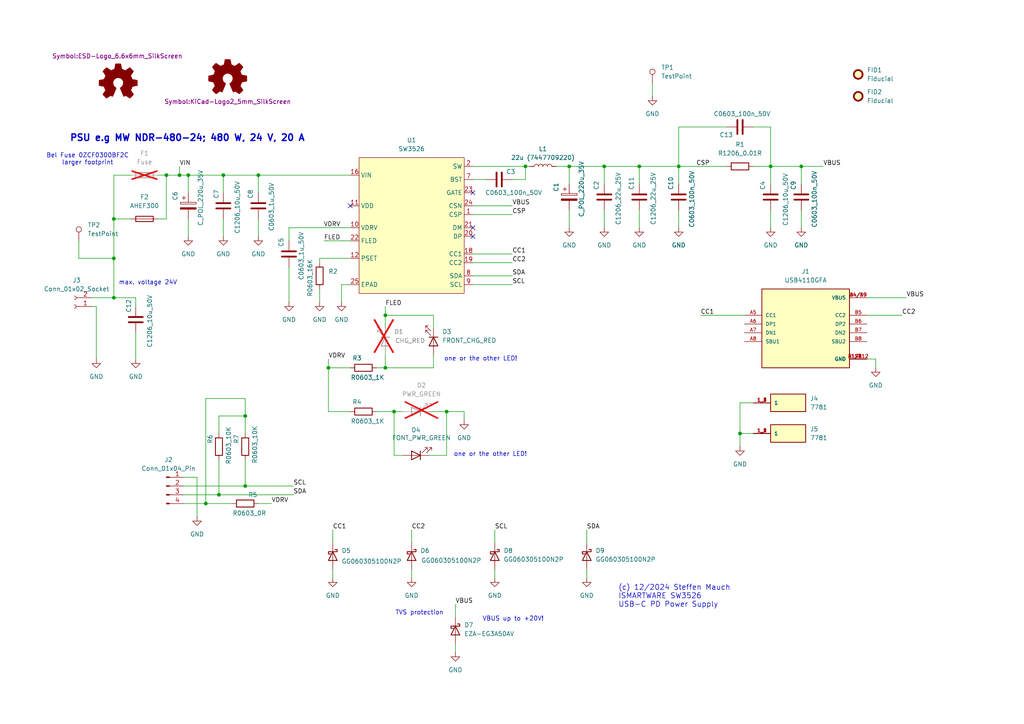
<source format=kicad_sch>
(kicad_sch
	(version 20231120)
	(generator "eeschema")
	(generator_version "8.0")
	(uuid "63a219c8-f4ca-4871-a4fa-28e885c4e17c")
	(paper "A4")
	(lib_symbols
		(symbol "Connector:Conn_01x02_Socket"
			(pin_names
				(offset 1.016) hide)
			(exclude_from_sim no)
			(in_bom yes)
			(on_board yes)
			(property "Reference" "J"
				(at 0 2.54 0)
				(effects
					(font
						(size 1.27 1.27)
					)
				)
			)
			(property "Value" "Conn_01x02_Socket"
				(at 0 -5.08 0)
				(effects
					(font
						(size 1.27 1.27)
					)
				)
			)
			(property "Footprint" ""
				(at 0 0 0)
				(effects
					(font
						(size 1.27 1.27)
					)
					(hide yes)
				)
			)
			(property "Datasheet" "~"
				(at 0 0 0)
				(effects
					(font
						(size 1.27 1.27)
					)
					(hide yes)
				)
			)
			(property "Description" "Generic connector, single row, 01x02, script generated"
				(at 0 0 0)
				(effects
					(font
						(size 1.27 1.27)
					)
					(hide yes)
				)
			)
			(property "ki_locked" ""
				(at 0 0 0)
				(effects
					(font
						(size 1.27 1.27)
					)
				)
			)
			(property "ki_keywords" "connector"
				(at 0 0 0)
				(effects
					(font
						(size 1.27 1.27)
					)
					(hide yes)
				)
			)
			(property "ki_fp_filters" "Connector*:*_1x??_*"
				(at 0 0 0)
				(effects
					(font
						(size 1.27 1.27)
					)
					(hide yes)
				)
			)
			(symbol "Conn_01x02_Socket_1_1"
				(arc
					(start 0 -2.032)
					(mid -0.5058 -2.54)
					(end 0 -3.048)
					(stroke
						(width 0.1524)
						(type default)
					)
					(fill
						(type none)
					)
				)
				(polyline
					(pts
						(xy -1.27 -2.54) (xy -0.508 -2.54)
					)
					(stroke
						(width 0.1524)
						(type default)
					)
					(fill
						(type none)
					)
				)
				(polyline
					(pts
						(xy -1.27 0) (xy -0.508 0)
					)
					(stroke
						(width 0.1524)
						(type default)
					)
					(fill
						(type none)
					)
				)
				(arc
					(start 0 0.508)
					(mid -0.5058 0)
					(end 0 -0.508)
					(stroke
						(width 0.1524)
						(type default)
					)
					(fill
						(type none)
					)
				)
				(pin passive line
					(at -5.08 0 0)
					(length 3.81)
					(name "Pin_1"
						(effects
							(font
								(size 1.27 1.27)
							)
						)
					)
					(number "1"
						(effects
							(font
								(size 1.27 1.27)
							)
						)
					)
				)
				(pin passive line
					(at -5.08 -2.54 0)
					(length 3.81)
					(name "Pin_2"
						(effects
							(font
								(size 1.27 1.27)
							)
						)
					)
					(number "2"
						(effects
							(font
								(size 1.27 1.27)
							)
						)
					)
				)
			)
		)
		(symbol "Connector:Conn_01x04_Pin"
			(pin_names
				(offset 1.016) hide)
			(exclude_from_sim no)
			(in_bom yes)
			(on_board yes)
			(property "Reference" "J"
				(at 0 5.08 0)
				(effects
					(font
						(size 1.27 1.27)
					)
				)
			)
			(property "Value" "Conn_01x04_Pin"
				(at 0 -7.62 0)
				(effects
					(font
						(size 1.27 1.27)
					)
				)
			)
			(property "Footprint" ""
				(at 0 0 0)
				(effects
					(font
						(size 1.27 1.27)
					)
					(hide yes)
				)
			)
			(property "Datasheet" "~"
				(at 0 0 0)
				(effects
					(font
						(size 1.27 1.27)
					)
					(hide yes)
				)
			)
			(property "Description" "Generic connector, single row, 01x04, script generated"
				(at 0 0 0)
				(effects
					(font
						(size 1.27 1.27)
					)
					(hide yes)
				)
			)
			(property "ki_locked" ""
				(at 0 0 0)
				(effects
					(font
						(size 1.27 1.27)
					)
				)
			)
			(property "ki_keywords" "connector"
				(at 0 0 0)
				(effects
					(font
						(size 1.27 1.27)
					)
					(hide yes)
				)
			)
			(property "ki_fp_filters" "Connector*:*_1x??_*"
				(at 0 0 0)
				(effects
					(font
						(size 1.27 1.27)
					)
					(hide yes)
				)
			)
			(symbol "Conn_01x04_Pin_1_1"
				(polyline
					(pts
						(xy 1.27 -5.08) (xy 0.8636 -5.08)
					)
					(stroke
						(width 0.1524)
						(type default)
					)
					(fill
						(type none)
					)
				)
				(polyline
					(pts
						(xy 1.27 -2.54) (xy 0.8636 -2.54)
					)
					(stroke
						(width 0.1524)
						(type default)
					)
					(fill
						(type none)
					)
				)
				(polyline
					(pts
						(xy 1.27 0) (xy 0.8636 0)
					)
					(stroke
						(width 0.1524)
						(type default)
					)
					(fill
						(type none)
					)
				)
				(polyline
					(pts
						(xy 1.27 2.54) (xy 0.8636 2.54)
					)
					(stroke
						(width 0.1524)
						(type default)
					)
					(fill
						(type none)
					)
				)
				(rectangle
					(start 0.8636 -4.953)
					(end 0 -5.207)
					(stroke
						(width 0.1524)
						(type default)
					)
					(fill
						(type outline)
					)
				)
				(rectangle
					(start 0.8636 -2.413)
					(end 0 -2.667)
					(stroke
						(width 0.1524)
						(type default)
					)
					(fill
						(type outline)
					)
				)
				(rectangle
					(start 0.8636 0.127)
					(end 0 -0.127)
					(stroke
						(width 0.1524)
						(type default)
					)
					(fill
						(type outline)
					)
				)
				(rectangle
					(start 0.8636 2.667)
					(end 0 2.413)
					(stroke
						(width 0.1524)
						(type default)
					)
					(fill
						(type outline)
					)
				)
				(pin passive line
					(at 5.08 2.54 180)
					(length 3.81)
					(name "Pin_1"
						(effects
							(font
								(size 1.27 1.27)
							)
						)
					)
					(number "1"
						(effects
							(font
								(size 1.27 1.27)
							)
						)
					)
				)
				(pin passive line
					(at 5.08 0 180)
					(length 3.81)
					(name "Pin_2"
						(effects
							(font
								(size 1.27 1.27)
							)
						)
					)
					(number "2"
						(effects
							(font
								(size 1.27 1.27)
							)
						)
					)
				)
				(pin passive line
					(at 5.08 -2.54 180)
					(length 3.81)
					(name "Pin_3"
						(effects
							(font
								(size 1.27 1.27)
							)
						)
					)
					(number "3"
						(effects
							(font
								(size 1.27 1.27)
							)
						)
					)
				)
				(pin passive line
					(at 5.08 -5.08 180)
					(length 3.81)
					(name "Pin_4"
						(effects
							(font
								(size 1.27 1.27)
							)
						)
					)
					(number "4"
						(effects
							(font
								(size 1.27 1.27)
							)
						)
					)
				)
			)
		)
		(symbol "Connector:TestPoint"
			(pin_numbers hide)
			(pin_names
				(offset 0.762) hide)
			(exclude_from_sim no)
			(in_bom yes)
			(on_board yes)
			(property "Reference" "TP"
				(at 0 6.858 0)
				(effects
					(font
						(size 1.27 1.27)
					)
				)
			)
			(property "Value" "TestPoint"
				(at 0 5.08 0)
				(effects
					(font
						(size 1.27 1.27)
					)
				)
			)
			(property "Footprint" ""
				(at 5.08 0 0)
				(effects
					(font
						(size 1.27 1.27)
					)
					(hide yes)
				)
			)
			(property "Datasheet" "~"
				(at 5.08 0 0)
				(effects
					(font
						(size 1.27 1.27)
					)
					(hide yes)
				)
			)
			(property "Description" "test point"
				(at 0 0 0)
				(effects
					(font
						(size 1.27 1.27)
					)
					(hide yes)
				)
			)
			(property "ki_keywords" "test point tp"
				(at 0 0 0)
				(effects
					(font
						(size 1.27 1.27)
					)
					(hide yes)
				)
			)
			(property "ki_fp_filters" "Pin* Test*"
				(at 0 0 0)
				(effects
					(font
						(size 1.27 1.27)
					)
					(hide yes)
				)
			)
			(symbol "TestPoint_0_1"
				(circle
					(center 0 3.302)
					(radius 0.762)
					(stroke
						(width 0)
						(type default)
					)
					(fill
						(type none)
					)
				)
			)
			(symbol "TestPoint_1_1"
				(pin passive line
					(at 0 0 90)
					(length 2.54)
					(name "1"
						(effects
							(font
								(size 1.27 1.27)
							)
						)
					)
					(number "1"
						(effects
							(font
								(size 1.27 1.27)
							)
						)
					)
				)
			)
		)
		(symbol "Device:C"
			(pin_numbers hide)
			(pin_names
				(offset 0.254)
			)
			(exclude_from_sim no)
			(in_bom yes)
			(on_board yes)
			(property "Reference" "C"
				(at 0.635 2.54 0)
				(effects
					(font
						(size 1.27 1.27)
					)
					(justify left)
				)
			)
			(property "Value" "C"
				(at 0.635 -2.54 0)
				(effects
					(font
						(size 1.27 1.27)
					)
					(justify left)
				)
			)
			(property "Footprint" ""
				(at 0.9652 -3.81 0)
				(effects
					(font
						(size 1.27 1.27)
					)
					(hide yes)
				)
			)
			(property "Datasheet" "~"
				(at 0 0 0)
				(effects
					(font
						(size 1.27 1.27)
					)
					(hide yes)
				)
			)
			(property "Description" "Unpolarized capacitor"
				(at 0 0 0)
				(effects
					(font
						(size 1.27 1.27)
					)
					(hide yes)
				)
			)
			(property "ki_keywords" "cap capacitor"
				(at 0 0 0)
				(effects
					(font
						(size 1.27 1.27)
					)
					(hide yes)
				)
			)
			(property "ki_fp_filters" "C_*"
				(at 0 0 0)
				(effects
					(font
						(size 1.27 1.27)
					)
					(hide yes)
				)
			)
			(symbol "C_0_1"
				(polyline
					(pts
						(xy -2.032 -0.762) (xy 2.032 -0.762)
					)
					(stroke
						(width 0.508)
						(type default)
					)
					(fill
						(type none)
					)
				)
				(polyline
					(pts
						(xy -2.032 0.762) (xy 2.032 0.762)
					)
					(stroke
						(width 0.508)
						(type default)
					)
					(fill
						(type none)
					)
				)
			)
			(symbol "C_1_1"
				(pin passive line
					(at 0 3.81 270)
					(length 2.794)
					(name "~"
						(effects
							(font
								(size 1.27 1.27)
							)
						)
					)
					(number "1"
						(effects
							(font
								(size 1.27 1.27)
							)
						)
					)
				)
				(pin passive line
					(at 0 -3.81 90)
					(length 2.794)
					(name "~"
						(effects
							(font
								(size 1.27 1.27)
							)
						)
					)
					(number "2"
						(effects
							(font
								(size 1.27 1.27)
							)
						)
					)
				)
			)
		)
		(symbol "Device:C_Polarized"
			(pin_numbers hide)
			(pin_names
				(offset 0.254)
			)
			(exclude_from_sim no)
			(in_bom yes)
			(on_board yes)
			(property "Reference" "C"
				(at 0.635 2.54 0)
				(effects
					(font
						(size 1.27 1.27)
					)
					(justify left)
				)
			)
			(property "Value" "C_Polarized"
				(at 0.635 -2.54 0)
				(effects
					(font
						(size 1.27 1.27)
					)
					(justify left)
				)
			)
			(property "Footprint" ""
				(at 0.9652 -3.81 0)
				(effects
					(font
						(size 1.27 1.27)
					)
					(hide yes)
				)
			)
			(property "Datasheet" "~"
				(at 0 0 0)
				(effects
					(font
						(size 1.27 1.27)
					)
					(hide yes)
				)
			)
			(property "Description" "Polarized capacitor"
				(at 0 0 0)
				(effects
					(font
						(size 1.27 1.27)
					)
					(hide yes)
				)
			)
			(property "ki_keywords" "cap capacitor"
				(at 0 0 0)
				(effects
					(font
						(size 1.27 1.27)
					)
					(hide yes)
				)
			)
			(property "ki_fp_filters" "CP_*"
				(at 0 0 0)
				(effects
					(font
						(size 1.27 1.27)
					)
					(hide yes)
				)
			)
			(symbol "C_Polarized_0_1"
				(rectangle
					(start -2.286 0.508)
					(end 2.286 1.016)
					(stroke
						(width 0)
						(type default)
					)
					(fill
						(type none)
					)
				)
				(polyline
					(pts
						(xy -1.778 2.286) (xy -0.762 2.286)
					)
					(stroke
						(width 0)
						(type default)
					)
					(fill
						(type none)
					)
				)
				(polyline
					(pts
						(xy -1.27 2.794) (xy -1.27 1.778)
					)
					(stroke
						(width 0)
						(type default)
					)
					(fill
						(type none)
					)
				)
				(rectangle
					(start 2.286 -0.508)
					(end -2.286 -1.016)
					(stroke
						(width 0)
						(type default)
					)
					(fill
						(type outline)
					)
				)
			)
			(symbol "C_Polarized_1_1"
				(pin passive line
					(at 0 3.81 270)
					(length 2.794)
					(name "~"
						(effects
							(font
								(size 1.27 1.27)
							)
						)
					)
					(number "1"
						(effects
							(font
								(size 1.27 1.27)
							)
						)
					)
				)
				(pin passive line
					(at 0 -3.81 90)
					(length 2.794)
					(name "~"
						(effects
							(font
								(size 1.27 1.27)
							)
						)
					)
					(number "2"
						(effects
							(font
								(size 1.27 1.27)
							)
						)
					)
				)
			)
		)
		(symbol "Device:D_Schottky"
			(pin_numbers hide)
			(pin_names
				(offset 1.016) hide)
			(exclude_from_sim no)
			(in_bom yes)
			(on_board yes)
			(property "Reference" "D"
				(at 0 2.54 0)
				(effects
					(font
						(size 1.27 1.27)
					)
				)
			)
			(property "Value" "D_Schottky"
				(at 0 -2.54 0)
				(effects
					(font
						(size 1.27 1.27)
					)
				)
			)
			(property "Footprint" ""
				(at 0 0 0)
				(effects
					(font
						(size 1.27 1.27)
					)
					(hide yes)
				)
			)
			(property "Datasheet" "~"
				(at 0 0 0)
				(effects
					(font
						(size 1.27 1.27)
					)
					(hide yes)
				)
			)
			(property "Description" "Schottky diode"
				(at 0 0 0)
				(effects
					(font
						(size 1.27 1.27)
					)
					(hide yes)
				)
			)
			(property "ki_keywords" "diode Schottky"
				(at 0 0 0)
				(effects
					(font
						(size 1.27 1.27)
					)
					(hide yes)
				)
			)
			(property "ki_fp_filters" "TO-???* *_Diode_* *SingleDiode* D_*"
				(at 0 0 0)
				(effects
					(font
						(size 1.27 1.27)
					)
					(hide yes)
				)
			)
			(symbol "D_Schottky_0_1"
				(polyline
					(pts
						(xy 1.27 0) (xy -1.27 0)
					)
					(stroke
						(width 0)
						(type default)
					)
					(fill
						(type none)
					)
				)
				(polyline
					(pts
						(xy 1.27 1.27) (xy 1.27 -1.27) (xy -1.27 0) (xy 1.27 1.27)
					)
					(stroke
						(width 0.254)
						(type default)
					)
					(fill
						(type none)
					)
				)
				(polyline
					(pts
						(xy -1.905 0.635) (xy -1.905 1.27) (xy -1.27 1.27) (xy -1.27 -1.27) (xy -0.635 -1.27) (xy -0.635 -0.635)
					)
					(stroke
						(width 0.254)
						(type default)
					)
					(fill
						(type none)
					)
				)
			)
			(symbol "D_Schottky_1_1"
				(pin passive line
					(at -3.81 0 0)
					(length 2.54)
					(name "K"
						(effects
							(font
								(size 1.27 1.27)
							)
						)
					)
					(number "1"
						(effects
							(font
								(size 1.27 1.27)
							)
						)
					)
				)
				(pin passive line
					(at 3.81 0 180)
					(length 2.54)
					(name "A"
						(effects
							(font
								(size 1.27 1.27)
							)
						)
					)
					(number "2"
						(effects
							(font
								(size 1.27 1.27)
							)
						)
					)
				)
			)
		)
		(symbol "Device:Fuse"
			(pin_numbers hide)
			(pin_names
				(offset 0)
			)
			(exclude_from_sim no)
			(in_bom yes)
			(on_board yes)
			(property "Reference" "F"
				(at 2.032 0 90)
				(effects
					(font
						(size 1.27 1.27)
					)
				)
			)
			(property "Value" "Fuse"
				(at -1.905 0 90)
				(effects
					(font
						(size 1.27 1.27)
					)
				)
			)
			(property "Footprint" ""
				(at -1.778 0 90)
				(effects
					(font
						(size 1.27 1.27)
					)
					(hide yes)
				)
			)
			(property "Datasheet" "~"
				(at 0 0 0)
				(effects
					(font
						(size 1.27 1.27)
					)
					(hide yes)
				)
			)
			(property "Description" "Fuse"
				(at 0 0 0)
				(effects
					(font
						(size 1.27 1.27)
					)
					(hide yes)
				)
			)
			(property "ki_keywords" "fuse"
				(at 0 0 0)
				(effects
					(font
						(size 1.27 1.27)
					)
					(hide yes)
				)
			)
			(property "ki_fp_filters" "*Fuse*"
				(at 0 0 0)
				(effects
					(font
						(size 1.27 1.27)
					)
					(hide yes)
				)
			)
			(symbol "Fuse_0_1"
				(rectangle
					(start -0.762 -2.54)
					(end 0.762 2.54)
					(stroke
						(width 0.254)
						(type default)
					)
					(fill
						(type none)
					)
				)
				(polyline
					(pts
						(xy 0 2.54) (xy 0 -2.54)
					)
					(stroke
						(width 0)
						(type default)
					)
					(fill
						(type none)
					)
				)
			)
			(symbol "Fuse_1_1"
				(pin passive line
					(at 0 3.81 270)
					(length 1.27)
					(name "~"
						(effects
							(font
								(size 1.27 1.27)
							)
						)
					)
					(number "1"
						(effects
							(font
								(size 1.27 1.27)
							)
						)
					)
				)
				(pin passive line
					(at 0 -3.81 90)
					(length 1.27)
					(name "~"
						(effects
							(font
								(size 1.27 1.27)
							)
						)
					)
					(number "2"
						(effects
							(font
								(size 1.27 1.27)
							)
						)
					)
				)
			)
		)
		(symbol "Device:L"
			(pin_numbers hide)
			(pin_names
				(offset 1.016) hide)
			(exclude_from_sim no)
			(in_bom yes)
			(on_board yes)
			(property "Reference" "L"
				(at -1.27 0 90)
				(effects
					(font
						(size 1.27 1.27)
					)
				)
			)
			(property "Value" "L"
				(at 1.905 0 90)
				(effects
					(font
						(size 1.27 1.27)
					)
				)
			)
			(property "Footprint" ""
				(at 0 0 0)
				(effects
					(font
						(size 1.27 1.27)
					)
					(hide yes)
				)
			)
			(property "Datasheet" "~"
				(at 0 0 0)
				(effects
					(font
						(size 1.27 1.27)
					)
					(hide yes)
				)
			)
			(property "Description" "Inductor"
				(at 0 0 0)
				(effects
					(font
						(size 1.27 1.27)
					)
					(hide yes)
				)
			)
			(property "ki_keywords" "inductor choke coil reactor magnetic"
				(at 0 0 0)
				(effects
					(font
						(size 1.27 1.27)
					)
					(hide yes)
				)
			)
			(property "ki_fp_filters" "Choke_* *Coil* Inductor_* L_*"
				(at 0 0 0)
				(effects
					(font
						(size 1.27 1.27)
					)
					(hide yes)
				)
			)
			(symbol "L_0_1"
				(arc
					(start 0 -2.54)
					(mid 0.6323 -1.905)
					(end 0 -1.27)
					(stroke
						(width 0)
						(type default)
					)
					(fill
						(type none)
					)
				)
				(arc
					(start 0 -1.27)
					(mid 0.6323 -0.635)
					(end 0 0)
					(stroke
						(width 0)
						(type default)
					)
					(fill
						(type none)
					)
				)
				(arc
					(start 0 0)
					(mid 0.6323 0.635)
					(end 0 1.27)
					(stroke
						(width 0)
						(type default)
					)
					(fill
						(type none)
					)
				)
				(arc
					(start 0 1.27)
					(mid 0.6323 1.905)
					(end 0 2.54)
					(stroke
						(width 0)
						(type default)
					)
					(fill
						(type none)
					)
				)
			)
			(symbol "L_1_1"
				(pin passive line
					(at 0 3.81 270)
					(length 1.27)
					(name "1"
						(effects
							(font
								(size 1.27 1.27)
							)
						)
					)
					(number "1"
						(effects
							(font
								(size 1.27 1.27)
							)
						)
					)
				)
				(pin passive line
					(at 0 -3.81 90)
					(length 1.27)
					(name "2"
						(effects
							(font
								(size 1.27 1.27)
							)
						)
					)
					(number "2"
						(effects
							(font
								(size 1.27 1.27)
							)
						)
					)
				)
			)
		)
		(symbol "Device:LED"
			(pin_numbers hide)
			(pin_names
				(offset 1.016) hide)
			(exclude_from_sim no)
			(in_bom yes)
			(on_board yes)
			(property "Reference" "D"
				(at 0 2.54 0)
				(effects
					(font
						(size 1.27 1.27)
					)
				)
			)
			(property "Value" "LED"
				(at 0 -2.54 0)
				(effects
					(font
						(size 1.27 1.27)
					)
				)
			)
			(property "Footprint" ""
				(at 0 0 0)
				(effects
					(font
						(size 1.27 1.27)
					)
					(hide yes)
				)
			)
			(property "Datasheet" "~"
				(at 0 0 0)
				(effects
					(font
						(size 1.27 1.27)
					)
					(hide yes)
				)
			)
			(property "Description" "Light emitting diode"
				(at 0 0 0)
				(effects
					(font
						(size 1.27 1.27)
					)
					(hide yes)
				)
			)
			(property "ki_keywords" "LED diode"
				(at 0 0 0)
				(effects
					(font
						(size 1.27 1.27)
					)
					(hide yes)
				)
			)
			(property "ki_fp_filters" "LED* LED_SMD:* LED_THT:*"
				(at 0 0 0)
				(effects
					(font
						(size 1.27 1.27)
					)
					(hide yes)
				)
			)
			(symbol "LED_0_1"
				(polyline
					(pts
						(xy -1.27 -1.27) (xy -1.27 1.27)
					)
					(stroke
						(width 0.254)
						(type default)
					)
					(fill
						(type none)
					)
				)
				(polyline
					(pts
						(xy -1.27 0) (xy 1.27 0)
					)
					(stroke
						(width 0)
						(type default)
					)
					(fill
						(type none)
					)
				)
				(polyline
					(pts
						(xy 1.27 -1.27) (xy 1.27 1.27) (xy -1.27 0) (xy 1.27 -1.27)
					)
					(stroke
						(width 0.254)
						(type default)
					)
					(fill
						(type none)
					)
				)
				(polyline
					(pts
						(xy -3.048 -0.762) (xy -4.572 -2.286) (xy -3.81 -2.286) (xy -4.572 -2.286) (xy -4.572 -1.524)
					)
					(stroke
						(width 0)
						(type default)
					)
					(fill
						(type none)
					)
				)
				(polyline
					(pts
						(xy -1.778 -0.762) (xy -3.302 -2.286) (xy -2.54 -2.286) (xy -3.302 -2.286) (xy -3.302 -1.524)
					)
					(stroke
						(width 0)
						(type default)
					)
					(fill
						(type none)
					)
				)
			)
			(symbol "LED_1_1"
				(pin passive line
					(at -3.81 0 0)
					(length 2.54)
					(name "K"
						(effects
							(font
								(size 1.27 1.27)
							)
						)
					)
					(number "1"
						(effects
							(font
								(size 1.27 1.27)
							)
						)
					)
				)
				(pin passive line
					(at 3.81 0 180)
					(length 2.54)
					(name "A"
						(effects
							(font
								(size 1.27 1.27)
							)
						)
					)
					(number "2"
						(effects
							(font
								(size 1.27 1.27)
							)
						)
					)
				)
			)
		)
		(symbol "Device:R"
			(pin_numbers hide)
			(pin_names
				(offset 0)
			)
			(exclude_from_sim no)
			(in_bom yes)
			(on_board yes)
			(property "Reference" "R"
				(at 2.032 0 90)
				(effects
					(font
						(size 1.27 1.27)
					)
				)
			)
			(property "Value" "R"
				(at 0 0 90)
				(effects
					(font
						(size 1.27 1.27)
					)
				)
			)
			(property "Footprint" ""
				(at -1.778 0 90)
				(effects
					(font
						(size 1.27 1.27)
					)
					(hide yes)
				)
			)
			(property "Datasheet" "~"
				(at 0 0 0)
				(effects
					(font
						(size 1.27 1.27)
					)
					(hide yes)
				)
			)
			(property "Description" "Resistor"
				(at 0 0 0)
				(effects
					(font
						(size 1.27 1.27)
					)
					(hide yes)
				)
			)
			(property "ki_keywords" "R res resistor"
				(at 0 0 0)
				(effects
					(font
						(size 1.27 1.27)
					)
					(hide yes)
				)
			)
			(property "ki_fp_filters" "R_*"
				(at 0 0 0)
				(effects
					(font
						(size 1.27 1.27)
					)
					(hide yes)
				)
			)
			(symbol "R_0_1"
				(rectangle
					(start -1.016 -2.54)
					(end 1.016 2.54)
					(stroke
						(width 0.254)
						(type default)
					)
					(fill
						(type none)
					)
				)
			)
			(symbol "R_1_1"
				(pin passive line
					(at 0 3.81 270)
					(length 1.27)
					(name "~"
						(effects
							(font
								(size 1.27 1.27)
							)
						)
					)
					(number "1"
						(effects
							(font
								(size 1.27 1.27)
							)
						)
					)
				)
				(pin passive line
					(at 0 -3.81 90)
					(length 1.27)
					(name "~"
						(effects
							(font
								(size 1.27 1.27)
							)
						)
					)
					(number "2"
						(effects
							(font
								(size 1.27 1.27)
							)
						)
					)
				)
			)
		)
		(symbol "Graphic:Logo_Open_Hardware_Small"
			(exclude_from_sim no)
			(in_bom no)
			(on_board no)
			(property "Reference" "#SYM"
				(at 0 6.985 0)
				(effects
					(font
						(size 1.27 1.27)
					)
					(hide yes)
				)
			)
			(property "Value" "Logo_Open_Hardware_Small"
				(at 0 -5.715 0)
				(effects
					(font
						(size 1.27 1.27)
					)
					(hide yes)
				)
			)
			(property "Footprint" ""
				(at 0 0 0)
				(effects
					(font
						(size 1.27 1.27)
					)
					(hide yes)
				)
			)
			(property "Datasheet" "~"
				(at 0 0 0)
				(effects
					(font
						(size 1.27 1.27)
					)
					(hide yes)
				)
			)
			(property "Description" "Open Hardware logo, small"
				(at 0 0 0)
				(effects
					(font
						(size 1.27 1.27)
					)
					(hide yes)
				)
			)
			(property "Sim.Enable" "0"
				(at 0 0 0)
				(effects
					(font
						(size 1.27 1.27)
					)
					(hide yes)
				)
			)
			(property "ki_keywords" "Logo"
				(at 0 0 0)
				(effects
					(font
						(size 1.27 1.27)
					)
					(hide yes)
				)
			)
			(symbol "Logo_Open_Hardware_Small_0_1"
				(polyline
					(pts
						(xy 3.3528 -4.3434) (xy 3.302 -4.318) (xy 3.175 -4.2418) (xy 2.9972 -4.1148) (xy 2.7686 -3.9624)
						(xy 2.54 -3.81) (xy 2.3622 -3.7084) (xy 2.2352 -3.6068) (xy 2.1844 -3.5814) (xy 2.159 -3.6068)
						(xy 2.0574 -3.6576) (xy 1.905 -3.7338) (xy 1.8034 -3.7846) (xy 1.6764 -3.8354) (xy 1.6002 -3.8354)
						(xy 1.6002 -3.8354) (xy 1.5494 -3.7338) (xy 1.4732 -3.5306) (xy 1.3462 -3.302) (xy 1.2446 -3.0226)
						(xy 1.1176 -2.7178) (xy 0.9652 -2.413) (xy 0.8636 -2.1082) (xy 0.7366 -1.8288) (xy 0.6604 -1.6256)
						(xy 0.6096 -1.4732) (xy 0.5842 -1.397) (xy 0.5842 -1.397) (xy 0.6604 -1.3208) (xy 0.7874 -1.2446)
						(xy 1.0414 -1.016) (xy 1.2954 -0.6858) (xy 1.4478 -0.3302) (xy 1.524 0.0762) (xy 1.4732 0.4572)
						(xy 1.3208 0.8128) (xy 1.0668 1.143) (xy 0.762 1.3716) (xy 0.4064 1.524) (xy 0 1.5748) (xy -0.381 1.5494)
						(xy -0.7366 1.397) (xy -1.0668 1.143) (xy -1.2192 0.9906) (xy -1.397 0.6604) (xy -1.524 0.3048)
						(xy -1.524 0.2286) (xy -1.4986 -0.1778) (xy -1.397 -0.5334) (xy -1.1938 -0.8636) (xy -0.9144 -1.143)
						(xy -0.8636 -1.1684) (xy -0.7366 -1.27) (xy -0.635 -1.3462) (xy -0.5842 -1.397) (xy -1.0668 -2.5908)
						(xy -1.143 -2.794) (xy -1.2954 -3.1242) (xy -1.397 -3.4036) (xy -1.4986 -3.6322) (xy -1.5748 -3.7846)
						(xy -1.6002 -3.8354) (xy -1.6002 -3.8354) (xy -1.651 -3.8354) (xy -1.7272 -3.81) (xy -1.905 -3.7338)
						(xy -2.0066 -3.683) (xy -2.1336 -3.6068) (xy -2.2098 -3.5814) (xy -2.2606 -3.6068) (xy -2.3622 -3.683)
						(xy -2.54 -3.81) (xy -2.7686 -3.9624) (xy -2.9718 -4.0894) (xy -3.1496 -4.2164) (xy -3.302 -4.318)
						(xy -3.3528 -4.3434) (xy -3.3782 -4.3434) (xy -3.429 -4.318) (xy -3.5306 -4.2164) (xy -3.7084 -4.064)
						(xy -3.937 -3.8354) (xy -3.9624 -3.81) (xy -4.1656 -3.6068) (xy -4.318 -3.4544) (xy -4.4196 -3.3274)
						(xy -4.445 -3.2766) (xy -4.445 -3.2766) (xy -4.4196 -3.2258) (xy -4.318 -3.0734) (xy -4.2164 -2.8956)
						(xy -4.064 -2.667) (xy -3.6576 -2.0828) (xy -3.8862 -1.5494) (xy -3.937 -1.3716) (xy -4.0386 -1.1684)
						(xy -4.0894 -1.0414) (xy -4.1148 -0.9652) (xy -4.191 -0.9398) (xy -4.318 -0.9144) (xy -4.5466 -0.8636)
						(xy -4.8006 -0.8128) (xy -5.0546 -0.7874) (xy -5.2578 -0.7366) (xy -5.4356 -0.7112) (xy -5.5118 -0.6858)
						(xy -5.5118 -0.6858) (xy -5.5372 -0.635) (xy -5.5372 -0.5588) (xy -5.5372 -0.4318) (xy -5.5626 -0.2286)
						(xy -5.5626 0.0762) (xy -5.5626 0.127) (xy -5.5372 0.4064) (xy -5.5372 0.635) (xy -5.5372 0.762)
						(xy -5.5372 0.8382) (xy -5.5372 0.8382) (xy -5.461 0.8382) (xy -5.3086 0.889) (xy -5.08 0.9144)
						(xy -4.826 0.9652) (xy -4.8006 0.9906) (xy -4.5466 1.0414) (xy -4.318 1.0668) (xy -4.1656 1.1176)
						(xy -4.0894 1.143) (xy -4.0894 1.143) (xy -4.0386 1.2446) (xy -3.9624 1.4224) (xy -3.8608 1.6256)
						(xy -3.7846 1.8288) (xy -3.7084 2.0066) (xy -3.6576 2.159) (xy -3.6322 2.2098) (xy -3.6322 2.2098)
						(xy -3.683 2.286) (xy -3.7592 2.413) (xy -3.8862 2.5908) (xy -4.064 2.8194) (xy -4.064 2.8448)
						(xy -4.2164 3.0734) (xy -4.3434 3.2512) (xy -4.4196 3.3782) (xy -4.445 3.4544) (xy -4.445 3.4544)
						(xy -4.3942 3.5052) (xy -4.2926 3.6322) (xy -4.1148 3.81) (xy -3.937 4.0132) (xy -3.8608 4.064)
						(xy -3.6576 4.2926) (xy -3.5052 4.4196) (xy -3.4036 4.4958) (xy -3.3528 4.5212) (xy -3.3528 4.5212)
						(xy -3.302 4.4704) (xy -3.1496 4.3688) (xy -2.9718 4.2418) (xy -2.7432 4.0894) (xy -2.7178 4.0894)
						(xy -2.4892 3.937) (xy -2.3114 3.81) (xy -2.1844 3.7084) (xy -2.1336 3.683) (xy -2.1082 3.683)
						(xy -2.032 3.7084) (xy -1.8542 3.7592) (xy -1.6764 3.8354) (xy -1.4732 3.937) (xy -1.27 4.0132)
						(xy -1.143 4.064) (xy -1.0668 4.1148) (xy -1.0668 4.1148) (xy -1.0414 4.191) (xy -1.016 4.3434)
						(xy -0.9652 4.572) (xy -0.9144 4.8514) (xy -0.889 4.9022) (xy -0.8382 5.1562) (xy -0.8128 5.3848)
						(xy -0.7874 5.5372) (xy -0.762 5.588) (xy -0.7112 5.6134) (xy -0.5842 5.6134) (xy -0.4064 5.6134)
						(xy -0.1524 5.6134) (xy 0.0762 5.6134) (xy 0.3302 5.6134) (xy 0.5334 5.6134) (xy 0.6858 5.588)
						(xy 0.7366 5.588) (xy 0.7366 5.588) (xy 0.762 5.5118) (xy 0.8128 5.334) (xy 0.8382 5.1054) (xy 0.9144 4.826)
						(xy 0.9144 4.7752) (xy 0.9652 4.5212) (xy 1.016 4.2926) (xy 1.0414 4.1402) (xy 1.0668 4.0894)
						(xy 1.0668 4.0894) (xy 1.1938 4.0386) (xy 1.3716 3.9624) (xy 1.5748 3.8608) (xy 2.0828 3.6576)
						(xy 2.7178 4.0894) (xy 2.7686 4.1402) (xy 2.9972 4.2926) (xy 3.175 4.4196) (xy 3.302 4.4958) (xy 3.3782 4.5212)
						(xy 3.3782 4.5212) (xy 3.429 4.4704) (xy 3.556 4.3434) (xy 3.7338 4.191) (xy 3.9116 3.9878) (xy 4.064 3.8354)
						(xy 4.2418 3.6576) (xy 4.3434 3.556) (xy 4.4196 3.4798) (xy 4.4196 3.429) (xy 4.4196 3.4036) (xy 4.3942 3.3274)
						(xy 4.2926 3.2004) (xy 4.1656 2.9972) (xy 4.0132 2.794) (xy 3.8862 2.5908) (xy 3.7592 2.3876)
						(xy 3.6576 2.2352) (xy 3.6322 2.159) (xy 3.6322 2.1336) (xy 3.683 2.0066) (xy 3.7592 1.8288) (xy 3.8608 1.6002)
						(xy 4.064 1.1176) (xy 4.3942 1.0414) (xy 4.5974 1.016) (xy 4.8768 0.9652) (xy 5.1308 0.9144) (xy 5.5372 0.8382)
						(xy 5.5626 -0.6604) (xy 5.4864 -0.6858) (xy 5.4356 -0.6858) (xy 5.2832 -0.7366) (xy 5.0546 -0.762)
						(xy 4.8006 -0.8128) (xy 4.5974 -0.8636) (xy 4.3688 -0.9144) (xy 4.2164 -0.9398) (xy 4.1402 -0.9398)
						(xy 4.1148 -0.9652) (xy 4.064 -1.0668) (xy 3.9878 -1.2446) (xy 3.9116 -1.4478) (xy 3.81 -1.651)
						(xy 3.7338 -1.8542) (xy 3.683 -2.0066) (xy 3.6576 -2.0828) (xy 3.683 -2.1336) (xy 3.7846 -2.2606)
						(xy 3.8862 -2.4638) (xy 4.0386 -2.667) (xy 4.191 -2.8956) (xy 4.318 -3.0734) (xy 4.3942 -3.2004)
						(xy 4.445 -3.2766) (xy 4.4196 -3.3274) (xy 4.3434 -3.429) (xy 4.1656 -3.5814) (xy 3.937 -3.8354)
						(xy 3.8862 -3.8608) (xy 3.683 -4.064) (xy 3.5306 -4.2164) (xy 3.4036 -4.318) (xy 3.3528 -4.3434)
					)
					(stroke
						(width 0)
						(type default)
					)
					(fill
						(type outline)
					)
				)
			)
		)
		(symbol "Mechanical:Fiducial"
			(exclude_from_sim yes)
			(in_bom no)
			(on_board yes)
			(property "Reference" "FID"
				(at 0 5.08 0)
				(effects
					(font
						(size 1.27 1.27)
					)
				)
			)
			(property "Value" "Fiducial"
				(at 0 3.175 0)
				(effects
					(font
						(size 1.27 1.27)
					)
				)
			)
			(property "Footprint" ""
				(at 0 0 0)
				(effects
					(font
						(size 1.27 1.27)
					)
					(hide yes)
				)
			)
			(property "Datasheet" "~"
				(at 0 0 0)
				(effects
					(font
						(size 1.27 1.27)
					)
					(hide yes)
				)
			)
			(property "Description" "Fiducial Marker"
				(at 0 0 0)
				(effects
					(font
						(size 1.27 1.27)
					)
					(hide yes)
				)
			)
			(property "ki_keywords" "fiducial marker"
				(at 0 0 0)
				(effects
					(font
						(size 1.27 1.27)
					)
					(hide yes)
				)
			)
			(property "ki_fp_filters" "Fiducial*"
				(at 0 0 0)
				(effects
					(font
						(size 1.27 1.27)
					)
					(hide yes)
				)
			)
			(symbol "Fiducial_0_1"
				(circle
					(center 0 0)
					(radius 1.27)
					(stroke
						(width 0.508)
						(type default)
					)
					(fill
						(type background)
					)
				)
			)
		)
		(symbol "library:7781"
			(pin_names
				(offset 1.016)
			)
			(exclude_from_sim no)
			(in_bom yes)
			(on_board yes)
			(property "Reference" "J"
				(at -5.08 3.302 0)
				(effects
					(font
						(size 1.27 1.27)
					)
					(justify left bottom)
				)
			)
			(property "Value" "7781"
				(at -5.08 -5.08 0)
				(effects
					(font
						(size 1.27 1.27)
					)
					(justify left bottom)
				)
			)
			(property "Footprint" "library:KEYSTONE_7781"
				(at 0 0 0)
				(effects
					(font
						(size 1.27 1.27)
					)
					(justify bottom)
					(hide yes)
				)
			)
			(property "Datasheet" ""
				(at 0 0 0)
				(effects
					(font
						(size 1.27 1.27)
					)
					(hide yes)
				)
			)
			(property "Description" ""
				(at 0 0 0)
				(effects
					(font
						(size 1.27 1.27)
					)
					(hide yes)
				)
			)
			(property "MF" "Keystone Electronics"
				(at 0 0 0)
				(effects
					(font
						(size 1.27 1.27)
					)
					(justify bottom)
					(hide yes)
				)
			)
			(property "MAXIMUM_PACKAGE_HEIGHT" "7.92 mm"
				(at 0 0 0)
				(effects
					(font
						(size 1.27 1.27)
					)
					(justify bottom)
					(hide yes)
				)
			)
			(property "MPN" "7781"
				(at 0 0 0)
				(effects
					(font
						(size 1.27 1.27)
					)
					(justify bottom)
					(hide yes)
				)
			)
			(symbol "7781_0_0"
				(rectangle
					(start -5.08 -2.54)
					(end 5.08 2.54)
					(stroke
						(width 0.254)
						(type default)
					)
					(fill
						(type background)
					)
				)
				(pin passive line
					(at -10.16 0 0)
					(length 5.08)
					(name "1"
						(effects
							(font
								(size 1.016 1.016)
							)
						)
					)
					(number "1_1"
						(effects
							(font
								(size 1.016 1.016)
							)
						)
					)
				)
				(pin passive line
					(at -10.16 0 0)
					(length 5.08)
					(name "1"
						(effects
							(font
								(size 1.016 1.016)
							)
						)
					)
					(number "1_2"
						(effects
							(font
								(size 1.016 1.016)
							)
						)
					)
				)
				(pin passive line
					(at -10.16 0 0)
					(length 5.08)
					(name "1"
						(effects
							(font
								(size 1.016 1.016)
							)
						)
					)
					(number "1_3"
						(effects
							(font
								(size 1.016 1.016)
							)
						)
					)
				)
				(pin passive line
					(at -10.16 0 0)
					(length 5.08)
					(name "1"
						(effects
							(font
								(size 1.016 1.016)
							)
						)
					)
					(number "1_4"
						(effects
							(font
								(size 1.016 1.016)
							)
						)
					)
				)
			)
		)
		(symbol "library:SW3526"
			(exclude_from_sim no)
			(in_bom yes)
			(on_board yes)
			(property "Reference" "U"
				(at -5.588 11.43 0)
				(effects
					(font
						(size 1.27 1.27)
					)
				)
			)
			(property "Value" "SW3526"
				(at 0.762 -3.302 0)
				(effects
					(font
						(size 1.27 1.27)
					)
				)
			)
			(property "Footprint" "Package_DFN_QFN:QFN-24-1EP_4x4mm_P0.5mm_EP2.5x2.5mm"
				(at 44.45 -3.81 90)
				(effects
					(font
						(size 1.27 1.27)
					)
					(hide yes)
				)
			)
			(property "Datasheet" ""
				(at 44.45 -3.81 90)
				(effects
					(font
						(size 1.27 1.27)
					)
					(hide yes)
				)
			)
			(property "Description" ""
				(at 44.45 -3.81 90)
				(effects
					(font
						(size 1.27 1.27)
					)
					(hide yes)
				)
			)
			(symbol "SW3526_1_1"
				(rectangle
					(start -13.97 10.16)
					(end 16.51 -29.21)
					(stroke
						(width 0)
						(type default)
					)
					(fill
						(type background)
					)
				)
				(pin input line
					(at 19.05 -6.35 180)
					(length 2.54)
					(name "CSP"
						(effects
							(font
								(size 1.27 1.27)
							)
						)
					)
					(number "1"
						(effects
							(font
								(size 1.27 1.27)
							)
						)
					)
				)
				(pin power_out line
					(at -16.51 -10.16 0)
					(length 2.54)
					(name "VDRV"
						(effects
							(font
								(size 1.27 1.27)
							)
						)
					)
					(number "10"
						(effects
							(font
								(size 1.27 1.27)
							)
						)
					)
				)
				(pin passive line
					(at -16.51 -3.81 0)
					(length 2.54)
					(name "VDD"
						(effects
							(font
								(size 1.27 1.27)
							)
						)
					)
					(number "11"
						(effects
							(font
								(size 1.27 1.27)
							)
						)
					)
				)
				(pin passive line
					(at -16.51 -19.05 0)
					(length 2.54)
					(name "PSET"
						(effects
							(font
								(size 1.27 1.27)
							)
						)
					)
					(number "12"
						(effects
							(font
								(size 1.27 1.27)
							)
						)
					)
				)
				(pin power_in line
					(at -16.51 5.08 0)
					(length 2.54) hide
					(name "VIN"
						(effects
							(font
								(size 1.27 1.27)
							)
						)
					)
					(number "13"
						(effects
							(font
								(size 1.27 1.27)
							)
						)
					)
				)
				(pin power_in line
					(at -16.51 5.08 0)
					(length 2.54) hide
					(name "VIN"
						(effects
							(font
								(size 1.27 1.27)
							)
						)
					)
					(number "14"
						(effects
							(font
								(size 1.27 1.27)
							)
						)
					)
				)
				(pin power_in line
					(at -16.51 5.08 0)
					(length 2.54) hide
					(name "VIN"
						(effects
							(font
								(size 1.27 1.27)
							)
						)
					)
					(number "15"
						(effects
							(font
								(size 1.27 1.27)
							)
						)
					)
				)
				(pin power_in line
					(at -16.51 5.08 0)
					(length 2.54)
					(name "VIN"
						(effects
							(font
								(size 1.27 1.27)
							)
						)
					)
					(number "16"
						(effects
							(font
								(size 1.27 1.27)
							)
						)
					)
				)
				(pin passive line
					(at -16.51 0 0)
					(length 2.54) hide
					(name "NC"
						(effects
							(font
								(size 1.27 1.27)
							)
						)
					)
					(number "17"
						(effects
							(font
								(size 1.27 1.27)
							)
						)
					)
				)
				(pin input line
					(at 19.05 -17.78 180)
					(length 2.54)
					(name "CC1"
						(effects
							(font
								(size 1.27 1.27)
							)
						)
					)
					(number "18"
						(effects
							(font
								(size 1.27 1.27)
							)
						)
					)
				)
				(pin input line
					(at 19.05 -20.32 180)
					(length 2.54)
					(name "CC2"
						(effects
							(font
								(size 1.27 1.27)
							)
						)
					)
					(number "19"
						(effects
							(font
								(size 1.27 1.27)
							)
						)
					)
				)
				(pin power_out line
					(at 19.05 7.62 180)
					(length 2.54)
					(name "SW"
						(effects
							(font
								(size 1.27 1.27)
							)
						)
					)
					(number "2"
						(effects
							(font
								(size 1.27 1.27)
							)
						)
					)
				)
				(pin input line
					(at 19.05 -12.7 180)
					(length 2.54)
					(name "DP"
						(effects
							(font
								(size 1.27 1.27)
							)
						)
					)
					(number "20"
						(effects
							(font
								(size 1.27 1.27)
							)
						)
					)
				)
				(pin input line
					(at 19.05 -10.16 180)
					(length 2.54)
					(name "DM"
						(effects
							(font
								(size 1.27 1.27)
							)
						)
					)
					(number "21"
						(effects
							(font
								(size 1.27 1.27)
							)
						)
					)
				)
				(pin passive line
					(at -16.51 -13.97 0)
					(length 2.54)
					(name "FLED"
						(effects
							(font
								(size 1.27 1.27)
							)
						)
					)
					(number "22"
						(effects
							(font
								(size 1.27 1.27)
							)
						)
					)
				)
				(pin output line
					(at 19.05 0 180)
					(length 2.54)
					(name "GATE"
						(effects
							(font
								(size 1.27 1.27)
							)
						)
					)
					(number "23"
						(effects
							(font
								(size 1.27 1.27)
							)
						)
					)
				)
				(pin input line
					(at 19.05 -3.81 180)
					(length 2.54)
					(name "CSN"
						(effects
							(font
								(size 1.27 1.27)
							)
						)
					)
					(number "24"
						(effects
							(font
								(size 1.27 1.27)
							)
						)
					)
				)
				(pin power_in line
					(at -16.51 -26.67 0)
					(length 2.54)
					(name "EPAD"
						(effects
							(font
								(size 1.27 1.27)
							)
						)
					)
					(number "25"
						(effects
							(font
								(size 1.27 1.27)
							)
						)
					)
				)
				(pin power_out line
					(at 19.05 7.62 180)
					(length 2.54) hide
					(name "SW"
						(effects
							(font
								(size 1.27 1.27)
							)
						)
					)
					(number "3"
						(effects
							(font
								(size 1.27 1.27)
							)
						)
					)
				)
				(pin power_out line
					(at 19.05 7.62 180)
					(length 2.54) hide
					(name "SW"
						(effects
							(font
								(size 1.27 1.27)
							)
						)
					)
					(number "4"
						(effects
							(font
								(size 1.27 1.27)
							)
						)
					)
				)
				(pin power_out line
					(at 19.05 7.62 180)
					(length 2.54) hide
					(name "SW"
						(effects
							(font
								(size 1.27 1.27)
							)
						)
					)
					(number "5"
						(effects
							(font
								(size 1.27 1.27)
							)
						)
					)
				)
				(pin bidirectional line
					(at 19.05 7.62 180)
					(length 2.54) hide
					(name "SW"
						(effects
							(font
								(size 1.27 1.27)
							)
						)
					)
					(number "6"
						(effects
							(font
								(size 1.27 1.27)
							)
						)
					)
				)
				(pin power_in line
					(at 19.05 3.81 180)
					(length 2.54)
					(name "BST"
						(effects
							(font
								(size 1.27 1.27)
							)
						)
					)
					(number "7"
						(effects
							(font
								(size 1.27 1.27)
							)
						)
					)
				)
				(pin bidirectional line
					(at 19.05 -24.13 180)
					(length 2.54)
					(name "SDA"
						(effects
							(font
								(size 1.27 1.27)
							)
						)
					)
					(number "8"
						(effects
							(font
								(size 1.27 1.27)
							)
						)
					)
				)
				(pin bidirectional line
					(at 19.05 -26.67 180)
					(length 2.54)
					(name "SCL"
						(effects
							(font
								(size 1.27 1.27)
							)
						)
					)
					(number "9"
						(effects
							(font
								(size 1.27 1.27)
							)
						)
					)
				)
			)
		)
		(symbol "library:USB4110GFA"
			(pin_names
				(offset 1.016)
			)
			(exclude_from_sim no)
			(in_bom yes)
			(on_board yes)
			(property "Reference" "J"
				(at -12.7 11.43 0)
				(effects
					(font
						(size 1.27 1.27)
					)
					(justify left bottom)
				)
			)
			(property "Value" "USB4110GFA"
				(at -12.7 -15.24 0)
				(effects
					(font
						(size 1.27 1.27)
					)
					(justify left bottom)
				)
			)
			(property "Footprint" "library:GCT_USB4110GFA"
				(at 0 0 0)
				(effects
					(font
						(size 1.27 1.27)
					)
					(justify bottom)
					(hide yes)
				)
			)
			(property "Datasheet" ""
				(at 0 0 0)
				(effects
					(font
						(size 1.27 1.27)
					)
					(hide yes)
				)
			)
			(property "Description" ""
				(at 0 0 0)
				(effects
					(font
						(size 1.27 1.27)
					)
					(hide yes)
				)
			)
			(property "MF" "Global Connector Technology"
				(at 1.016 14.224 0)
				(effects
					(font
						(size 1.27 1.27)
					)
					(justify bottom)
					(hide yes)
				)
			)
			(property "MPN" "USB4110GFA"
				(at 2.032 18.288 0)
				(effects
					(font
						(size 1.27 1.27)
					)
					(justify bottom)
					(hide yes)
				)
			)
			(symbol "USB4110GFA_0_0"
				(rectangle
					(start -12.7 10.16)
					(end 12.7 -12.7)
					(stroke
						(width 0.254)
						(type default)
					)
					(fill
						(type background)
					)
				)
				(pin power_in line
					(at 17.78 -10.16 180)
					(length 5.08)
					(name "GND"
						(effects
							(font
								(size 1.016 1.016)
							)
						)
					)
					(number "A1/B12"
						(effects
							(font
								(size 1.016 1.016)
							)
						)
					)
				)
				(pin power_in line
					(at 17.78 7.62 180)
					(length 5.08)
					(name "VBUS"
						(effects
							(font
								(size 1.016 1.016)
							)
						)
					)
					(number "A4/B9"
						(effects
							(font
								(size 1.016 1.016)
							)
						)
					)
				)
				(pin bidirectional line
					(at -17.78 2.54 0)
					(length 5.08)
					(name "CC1"
						(effects
							(font
								(size 1.016 1.016)
							)
						)
					)
					(number "A5"
						(effects
							(font
								(size 1.016 1.016)
							)
						)
					)
				)
				(pin bidirectional line
					(at -17.78 0 0)
					(length 5.08)
					(name "DP1"
						(effects
							(font
								(size 1.016 1.016)
							)
						)
					)
					(number "A6"
						(effects
							(font
								(size 1.016 1.016)
							)
						)
					)
				)
				(pin bidirectional line
					(at -17.78 -2.54 0)
					(length 5.08)
					(name "DN1"
						(effects
							(font
								(size 1.016 1.016)
							)
						)
					)
					(number "A7"
						(effects
							(font
								(size 1.016 1.016)
							)
						)
					)
				)
				(pin bidirectional line
					(at -17.78 -5.08 0)
					(length 5.08)
					(name "SBU1"
						(effects
							(font
								(size 1.016 1.016)
							)
						)
					)
					(number "A8"
						(effects
							(font
								(size 1.016 1.016)
							)
						)
					)
				)
				(pin power_in line
					(at 17.78 -10.16 180)
					(length 5.08)
					(name "GND"
						(effects
							(font
								(size 1.016 1.016)
							)
						)
					)
					(number "B1/A12"
						(effects
							(font
								(size 1.016 1.016)
							)
						)
					)
				)
				(pin power_in line
					(at 17.78 7.62 180)
					(length 5.08)
					(name "VBUS"
						(effects
							(font
								(size 1.016 1.016)
							)
						)
					)
					(number "B4/A9"
						(effects
							(font
								(size 1.016 1.016)
							)
						)
					)
				)
				(pin bidirectional line
					(at 17.78 2.54 180)
					(length 5.08)
					(name "CC2"
						(effects
							(font
								(size 1.016 1.016)
							)
						)
					)
					(number "B5"
						(effects
							(font
								(size 1.016 1.016)
							)
						)
					)
				)
				(pin bidirectional line
					(at 17.78 0 180)
					(length 5.08)
					(name "DP2"
						(effects
							(font
								(size 1.016 1.016)
							)
						)
					)
					(number "B6"
						(effects
							(font
								(size 1.016 1.016)
							)
						)
					)
				)
				(pin bidirectional line
					(at 17.78 -2.54 180)
					(length 5.08)
					(name "DN2"
						(effects
							(font
								(size 1.016 1.016)
							)
						)
					)
					(number "B7"
						(effects
							(font
								(size 1.016 1.016)
							)
						)
					)
				)
				(pin bidirectional line
					(at 17.78 -5.08 180)
					(length 5.08)
					(name "SBU2"
						(effects
							(font
								(size 1.016 1.016)
							)
						)
					)
					(number "B8"
						(effects
							(font
								(size 1.016 1.016)
							)
						)
					)
				)
				(pin power_in line
					(at 17.78 -10.16 180)
					(length 5.08)
					(name "GND"
						(effects
							(font
								(size 1.016 1.016)
							)
						)
					)
					(number "S1"
						(effects
							(font
								(size 1.016 1.016)
							)
						)
					)
				)
				(pin power_in line
					(at 17.78 -10.16 180)
					(length 5.08)
					(name "GND"
						(effects
							(font
								(size 1.016 1.016)
							)
						)
					)
					(number "S2"
						(effects
							(font
								(size 1.016 1.016)
							)
						)
					)
				)
				(pin power_in line
					(at 17.78 -10.16 180)
					(length 5.08)
					(name "GND"
						(effects
							(font
								(size 1.016 1.016)
							)
						)
					)
					(number "S3"
						(effects
							(font
								(size 1.016 1.016)
							)
						)
					)
				)
				(pin power_in line
					(at 17.78 -10.16 180)
					(length 5.08)
					(name "GND"
						(effects
							(font
								(size 1.016 1.016)
							)
						)
					)
					(number "S4"
						(effects
							(font
								(size 1.016 1.016)
							)
						)
					)
				)
			)
		)
		(symbol "power:GND"
			(power)
			(pin_numbers hide)
			(pin_names
				(offset 0) hide)
			(exclude_from_sim no)
			(in_bom yes)
			(on_board yes)
			(property "Reference" "#PWR"
				(at 0 -6.35 0)
				(effects
					(font
						(size 1.27 1.27)
					)
					(hide yes)
				)
			)
			(property "Value" "GND"
				(at 0 -3.81 0)
				(effects
					(font
						(size 1.27 1.27)
					)
				)
			)
			(property "Footprint" ""
				(at 0 0 0)
				(effects
					(font
						(size 1.27 1.27)
					)
					(hide yes)
				)
			)
			(property "Datasheet" ""
				(at 0 0 0)
				(effects
					(font
						(size 1.27 1.27)
					)
					(hide yes)
				)
			)
			(property "Description" "Power symbol creates a global label with name \"GND\" , ground"
				(at 0 0 0)
				(effects
					(font
						(size 1.27 1.27)
					)
					(hide yes)
				)
			)
			(property "ki_keywords" "global power"
				(at 0 0 0)
				(effects
					(font
						(size 1.27 1.27)
					)
					(hide yes)
				)
			)
			(symbol "GND_0_1"
				(polyline
					(pts
						(xy 0 0) (xy 0 -1.27) (xy 1.27 -1.27) (xy 0 -2.54) (xy -1.27 -1.27) (xy 0 -1.27)
					)
					(stroke
						(width 0)
						(type default)
					)
					(fill
						(type none)
					)
				)
			)
			(symbol "GND_1_1"
				(pin power_in line
					(at 0 0 270)
					(length 0)
					(name "~"
						(effects
							(font
								(size 1.27 1.27)
							)
						)
					)
					(number "1"
						(effects
							(font
								(size 1.27 1.27)
							)
						)
					)
				)
			)
		)
	)
	(junction
		(at 165.1 48.26)
		(diameter 0)
		(color 0 0 0 0)
		(uuid "22af6999-e967-457d-ae87-c9367730864b")
	)
	(junction
		(at 71.12 120.65)
		(diameter 0)
		(color 0 0 0 0)
		(uuid "2447a03a-82e5-45a1-83c2-a4ab56b22e70")
	)
	(junction
		(at 175.26 48.26)
		(diameter 0)
		(color 0 0 0 0)
		(uuid "33843232-6806-4734-af8d-61f12242271d")
	)
	(junction
		(at 111.76 91.44)
		(diameter 0)
		(color 0 0 0 0)
		(uuid "38f5ed7b-5198-4d10-9ddf-a92062d758a4")
	)
	(junction
		(at 33.02 63.5)
		(diameter 0)
		(color 0 0 0 0)
		(uuid "4bda419e-3f71-4167-b327-621195629c42")
	)
	(junction
		(at 59.69 146.05)
		(diameter 0)
		(color 0 0 0 0)
		(uuid "4ec50b60-a2bb-4a90-a32c-778047ca66be")
	)
	(junction
		(at 54.61 50.8)
		(diameter 0)
		(color 0 0 0 0)
		(uuid "5857bbb6-7f73-4bec-9666-53660bffc0b8")
	)
	(junction
		(at 71.12 140.97)
		(diameter 0)
		(color 0 0 0 0)
		(uuid "5dbde9db-5b5f-4662-8f94-7b9d382544ec")
	)
	(junction
		(at 48.26 50.8)
		(diameter 0)
		(color 0 0 0 0)
		(uuid "5ef89f29-6c98-44aa-9ec2-ff9f20108576")
	)
	(junction
		(at 33.02 86.36)
		(diameter 0)
		(color 0 0 0 0)
		(uuid "659ca190-a792-4c20-8300-aa3ccca050c2")
	)
	(junction
		(at 223.52 48.26)
		(diameter 0)
		(color 0 0 0 0)
		(uuid "750e9967-68f8-4330-a708-161c13439af9")
	)
	(junction
		(at 114.3 119.38)
		(diameter 0)
		(color 0 0 0 0)
		(uuid "7bf7b62b-c3f0-4c4e-8638-e02e7c63e76e")
	)
	(junction
		(at 214.63 125.73)
		(diameter 0)
		(color 0 0 0 0)
		(uuid "7f4d32b9-32fd-4c5b-8d88-500b365aff52")
	)
	(junction
		(at 74.93 50.8)
		(diameter 0)
		(color 0 0 0 0)
		(uuid "85af36d6-3650-400e-a2f3-748c7762933d")
	)
	(junction
		(at 95.25 106.68)
		(diameter 0)
		(color 0 0 0 0)
		(uuid "95d974c2-8884-440b-b33c-2e4a083bb89f")
	)
	(junction
		(at 64.77 50.8)
		(diameter 0)
		(color 0 0 0 0)
		(uuid "a42ed80f-d92b-4152-a046-09407fbaf964")
	)
	(junction
		(at 232.41 48.26)
		(diameter 0)
		(color 0 0 0 0)
		(uuid "af15a79c-d937-484f-8397-0e979947be91")
	)
	(junction
		(at 152.4 48.26)
		(diameter 0)
		(color 0 0 0 0)
		(uuid "b88ee8ea-10a8-4240-a096-1e34c7c55ea5")
	)
	(junction
		(at 33.02 74.93)
		(diameter 0)
		(color 0 0 0 0)
		(uuid "b9761bb5-c406-44bb-8c35-86605ee526dc")
	)
	(junction
		(at 185.42 48.26)
		(diameter 0)
		(color 0 0 0 0)
		(uuid "c90fd02e-8713-448e-833f-6527d8982434")
	)
	(junction
		(at 196.85 48.26)
		(diameter 0)
		(color 0 0 0 0)
		(uuid "cbb7456d-0b3e-4e7b-935b-7c5255a0a5be")
	)
	(junction
		(at 111.76 106.68)
		(diameter 0)
		(color 0 0 0 0)
		(uuid "d8e14ec0-bb49-4297-9599-c472fc0502f7")
	)
	(junction
		(at 129.54 119.38)
		(diameter 0)
		(color 0 0 0 0)
		(uuid "e5f9b2dd-a66a-424c-874c-b0d2c0c85545")
	)
	(junction
		(at 52.07 50.8)
		(diameter 0)
		(color 0 0 0 0)
		(uuid "f6587da1-992d-4208-8836-1c429161219d")
	)
	(junction
		(at 63.5 143.51)
		(diameter 0)
		(color 0 0 0 0)
		(uuid "fa62dadd-530b-43fa-81b7-9ea5906539f2")
	)
	(no_connect
		(at 137.16 68.58)
		(uuid "57172573-4ed7-4195-aaf9-bda88e3f0f15")
	)
	(no_connect
		(at 101.6 59.69)
		(uuid "73ad7fe9-13eb-4c52-a358-e93e8aa35702")
	)
	(no_connect
		(at 137.16 66.04)
		(uuid "d14e7284-3e20-4bd6-a9b4-c13a39c00c10")
	)
	(no_connect
		(at 137.16 55.88)
		(uuid "da97fbb6-5cdd-40e0-ba58-2ebfce5b489b")
	)
	(wire
		(pts
			(xy 129.54 119.38) (xy 134.62 119.38)
		)
		(stroke
			(width 0)
			(type default)
		)
		(uuid "0140fde9-6383-487b-a1b2-e466fe7eff98")
	)
	(wire
		(pts
			(xy 185.42 48.26) (xy 196.85 48.26)
		)
		(stroke
			(width 0)
			(type default)
		)
		(uuid "0161c0f2-0017-49d7-a9ce-b63e2dacd0e3")
	)
	(wire
		(pts
			(xy 45.72 50.8) (xy 48.26 50.8)
		)
		(stroke
			(width 0)
			(type default)
		)
		(uuid "0465497e-efbd-49d1-aeeb-a59426e2697a")
	)
	(wire
		(pts
			(xy 63.5 125.73) (xy 63.5 120.65)
		)
		(stroke
			(width 0)
			(type default)
		)
		(uuid "08a2f0da-d2e8-483d-9430-8e517ed05752")
	)
	(wire
		(pts
			(xy 214.63 125.73) (xy 214.63 129.54)
		)
		(stroke
			(width 0)
			(type default)
		)
		(uuid "08e8f9dc-ae88-44b4-a13f-42923cd03afe")
	)
	(wire
		(pts
			(xy 170.18 165.1) (xy 170.18 167.64)
		)
		(stroke
			(width 0)
			(type default)
		)
		(uuid "0aeed686-ce9a-4217-a816-04bc167e2cde")
	)
	(wire
		(pts
			(xy 53.34 143.51) (xy 63.5 143.51)
		)
		(stroke
			(width 0)
			(type default)
		)
		(uuid "0b126454-db8d-4493-b699-f685b04e2545")
	)
	(wire
		(pts
			(xy 63.5 120.65) (xy 71.12 120.65)
		)
		(stroke
			(width 0)
			(type default)
		)
		(uuid "0cc500a1-059b-4f80-aaa4-cec1acdc06dc")
	)
	(wire
		(pts
			(xy 64.77 50.8) (xy 74.93 50.8)
		)
		(stroke
			(width 0)
			(type default)
		)
		(uuid "0ce506aa-340c-4c19-baab-f6f55b4956c2")
	)
	(wire
		(pts
			(xy 95.25 119.38) (xy 95.25 106.68)
		)
		(stroke
			(width 0)
			(type default)
		)
		(uuid "124e2628-c5d1-4e4a-a02b-9e536bf0d0eb")
	)
	(wire
		(pts
			(xy 196.85 36.83) (xy 196.85 48.26)
		)
		(stroke
			(width 0)
			(type default)
		)
		(uuid "16b42045-a8a8-4ae8-bfff-ddd49d1934af")
	)
	(wire
		(pts
			(xy 137.16 76.2) (xy 148.59 76.2)
		)
		(stroke
			(width 0)
			(type default)
		)
		(uuid "16e0df9d-d29b-4863-ab76-7cf5048e1be9")
	)
	(wire
		(pts
			(xy 109.22 106.68) (xy 111.76 106.68)
		)
		(stroke
			(width 0)
			(type default)
		)
		(uuid "1926e7ec-1361-46f8-a3f2-cb7e25f9a48b")
	)
	(wire
		(pts
			(xy 214.63 116.84) (xy 214.63 125.73)
		)
		(stroke
			(width 0)
			(type default)
		)
		(uuid "1b1e61dd-fbdc-46ac-9156-7ef0344b67c9")
	)
	(wire
		(pts
			(xy 53.34 138.43) (xy 57.15 138.43)
		)
		(stroke
			(width 0)
			(type default)
		)
		(uuid "1f96f073-7984-4456-b472-96d49eaf8725")
	)
	(wire
		(pts
			(xy 48.26 50.8) (xy 52.07 50.8)
		)
		(stroke
			(width 0)
			(type default)
		)
		(uuid "211f8edd-5ec9-44a3-8254-4536c8044339")
	)
	(wire
		(pts
			(xy 64.77 50.8) (xy 54.61 50.8)
		)
		(stroke
			(width 0)
			(type default)
		)
		(uuid "22dd5800-7835-4917-9cfb-9eb7bd76703d")
	)
	(wire
		(pts
			(xy 26.67 86.36) (xy 33.02 86.36)
		)
		(stroke
			(width 0)
			(type default)
		)
		(uuid "2302c30b-ba32-495d-b7d3-077b0d805318")
	)
	(wire
		(pts
			(xy 71.12 140.97) (xy 85.09 140.97)
		)
		(stroke
			(width 0)
			(type default)
		)
		(uuid "25caf85e-cd0b-4e7f-86b0-f98afceba0ee")
	)
	(wire
		(pts
			(xy 53.34 140.97) (xy 71.12 140.97)
		)
		(stroke
			(width 0)
			(type default)
		)
		(uuid "2886426b-6057-4ab6-a3b8-443ab4544340")
	)
	(wire
		(pts
			(xy 143.51 153.67) (xy 143.51 157.48)
		)
		(stroke
			(width 0)
			(type default)
		)
		(uuid "2a2def76-4061-41fe-858d-4b994117d9d1")
	)
	(wire
		(pts
			(xy 54.61 50.8) (xy 54.61 55.88)
		)
		(stroke
			(width 0)
			(type default)
		)
		(uuid "2a790ed8-b316-411b-a2c7-2d6b29991bd0")
	)
	(wire
		(pts
			(xy 254 104.14) (xy 254 106.68)
		)
		(stroke
			(width 0)
			(type default)
		)
		(uuid "2b017b77-d394-4e46-8b51-0656b6c791a0")
	)
	(wire
		(pts
			(xy 96.52 153.67) (xy 96.52 157.48)
		)
		(stroke
			(width 0)
			(type default)
		)
		(uuid "2bc2b4f4-33b7-4ddc-b0de-371229813148")
	)
	(wire
		(pts
			(xy 63.5 143.51) (xy 85.09 143.51)
		)
		(stroke
			(width 0)
			(type default)
		)
		(uuid "2db77383-ac44-4111-bb1f-e81a03506e69")
	)
	(wire
		(pts
			(xy 119.38 153.67) (xy 119.38 157.48)
		)
		(stroke
			(width 0)
			(type default)
		)
		(uuid "2f0211cf-c0a2-4027-898c-838762d78595")
	)
	(wire
		(pts
			(xy 22.86 74.93) (xy 33.02 74.93)
		)
		(stroke
			(width 0)
			(type default)
		)
		(uuid "2f5f5ae8-5bab-4e7d-8d64-593a53aadb8c")
	)
	(wire
		(pts
			(xy 251.46 91.44) (xy 261.62 91.44)
		)
		(stroke
			(width 0)
			(type default)
		)
		(uuid "2f7fb6bb-3384-4592-ab82-10e7ec0a13f3")
	)
	(wire
		(pts
			(xy 39.37 88.9) (xy 39.37 86.36)
		)
		(stroke
			(width 0)
			(type default)
		)
		(uuid "30a4f7bb-81af-417e-b445-49fcd5fd0a11")
	)
	(wire
		(pts
			(xy 33.02 50.8) (xy 33.02 63.5)
		)
		(stroke
			(width 0)
			(type default)
		)
		(uuid "3257f169-27c9-44ef-a81d-37d0a76f366f")
	)
	(wire
		(pts
			(xy 218.44 125.73) (xy 214.63 125.73)
		)
		(stroke
			(width 0)
			(type default)
		)
		(uuid "38967339-72b0-4942-95b3-7159cc3f309e")
	)
	(wire
		(pts
			(xy 189.23 24.13) (xy 189.23 27.94)
		)
		(stroke
			(width 0)
			(type default)
		)
		(uuid "38d7503a-ddd3-471f-800d-0b5a952e81b3")
	)
	(wire
		(pts
			(xy 83.82 66.04) (xy 83.82 69.85)
		)
		(stroke
			(width 0)
			(type default)
		)
		(uuid "3dd88e7e-0104-4e02-bdae-528ce179e9a1")
	)
	(wire
		(pts
			(xy 92.71 83.82) (xy 92.71 87.63)
		)
		(stroke
			(width 0)
			(type default)
		)
		(uuid "3e0d414e-b3e4-4381-8ea7-0ecb94ddbb27")
	)
	(wire
		(pts
			(xy 33.02 74.93) (xy 33.02 86.36)
		)
		(stroke
			(width 0)
			(type default)
		)
		(uuid "3ede792e-62e1-4464-ba17-9fe612398491")
	)
	(wire
		(pts
			(xy 101.6 74.93) (xy 92.71 74.93)
		)
		(stroke
			(width 0)
			(type default)
		)
		(uuid "3f4aa691-2d85-4883-8ca4-24adc04d6dd7")
	)
	(wire
		(pts
			(xy 152.4 52.07) (xy 152.4 48.26)
		)
		(stroke
			(width 0)
			(type default)
		)
		(uuid "420f69ca-fc8d-40e7-ba30-5b32ee0cfc3c")
	)
	(wire
		(pts
			(xy 59.69 115.57) (xy 59.69 146.05)
		)
		(stroke
			(width 0)
			(type default)
		)
		(uuid "460208be-005d-48f1-bfec-77f0e0f614d4")
	)
	(wire
		(pts
			(xy 137.16 59.69) (xy 148.59 59.69)
		)
		(stroke
			(width 0)
			(type default)
		)
		(uuid "46651153-1833-4518-a89f-3ce2f0a21a50")
	)
	(wire
		(pts
			(xy 74.93 146.05) (xy 78.74 146.05)
		)
		(stroke
			(width 0)
			(type default)
		)
		(uuid "488a0358-a90e-42b5-8bfe-3cea405142ab")
	)
	(wire
		(pts
			(xy 101.6 106.68) (xy 95.25 106.68)
		)
		(stroke
			(width 0)
			(type default)
		)
		(uuid "492a25d8-2d52-4eb4-800d-e04dbf785759")
	)
	(wire
		(pts
			(xy 218.44 48.26) (xy 223.52 48.26)
		)
		(stroke
			(width 0)
			(type default)
		)
		(uuid "4a08462e-9a50-4398-87ae-6e721e81013c")
	)
	(wire
		(pts
			(xy 170.18 153.67) (xy 170.18 157.48)
		)
		(stroke
			(width 0)
			(type default)
		)
		(uuid "4a11cc58-6b8b-4839-abcb-677118d76d53")
	)
	(wire
		(pts
			(xy 210.82 36.83) (xy 196.85 36.83)
		)
		(stroke
			(width 0)
			(type default)
		)
		(uuid "4e6bf65a-3fac-4eac-81b7-b8bdf2511021")
	)
	(wire
		(pts
			(xy 74.93 55.88) (xy 74.93 50.8)
		)
		(stroke
			(width 0)
			(type default)
		)
		(uuid "501c8a6b-0fd1-4345-b747-0870cb9983c4")
	)
	(wire
		(pts
			(xy 251.46 86.36) (xy 262.89 86.36)
		)
		(stroke
			(width 0)
			(type default)
		)
		(uuid "50305567-a291-4029-8e44-4ac881f63b8a")
	)
	(wire
		(pts
			(xy 232.41 48.26) (xy 238.76 48.26)
		)
		(stroke
			(width 0)
			(type default)
		)
		(uuid "524aa128-fbaf-49f7-9f9f-df51d70c933a")
	)
	(wire
		(pts
			(xy 175.26 48.26) (xy 185.42 48.26)
		)
		(stroke
			(width 0)
			(type default)
		)
		(uuid "54669e61-b9d7-4806-96fa-b72432559596")
	)
	(wire
		(pts
			(xy 111.76 91.44) (xy 111.76 95.25)
		)
		(stroke
			(width 0)
			(type default)
		)
		(uuid "5472fa7e-3264-4f22-8f1a-3340a7207f6b")
	)
	(wire
		(pts
			(xy 83.82 77.47) (xy 83.82 87.63)
		)
		(stroke
			(width 0)
			(type default)
		)
		(uuid "57a22170-3bb8-4675-999d-572f2eef20b2")
	)
	(wire
		(pts
			(xy 101.6 119.38) (xy 95.25 119.38)
		)
		(stroke
			(width 0)
			(type default)
		)
		(uuid "57ec124b-b0e5-4110-8a47-b0a82e82ba08")
	)
	(wire
		(pts
			(xy 185.42 48.26) (xy 185.42 53.34)
		)
		(stroke
			(width 0)
			(type default)
		)
		(uuid "58719e8c-8379-4cd4-9873-1cb406edbc58")
	)
	(wire
		(pts
			(xy 33.02 63.5) (xy 33.02 74.93)
		)
		(stroke
			(width 0)
			(type default)
		)
		(uuid "589b8dd2-c542-4317-8b85-b3daabaeeb3e")
	)
	(wire
		(pts
			(xy 137.16 62.23) (xy 148.59 62.23)
		)
		(stroke
			(width 0)
			(type default)
		)
		(uuid "61414607-96a9-4752-949a-5ea0671c5a65")
	)
	(wire
		(pts
			(xy 251.46 104.14) (xy 254 104.14)
		)
		(stroke
			(width 0)
			(type default)
		)
		(uuid "65a9370f-13d1-4abc-b06a-342cabc81283")
	)
	(wire
		(pts
			(xy 114.3 119.38) (xy 114.3 132.08)
		)
		(stroke
			(width 0)
			(type default)
		)
		(uuid "68650079-65e4-4894-b58a-c8657ecc5279")
	)
	(wire
		(pts
			(xy 111.76 91.44) (xy 125.73 91.44)
		)
		(stroke
			(width 0)
			(type default)
		)
		(uuid "6ff6402c-c0c5-473d-bdf8-d9169464c27d")
	)
	(wire
		(pts
			(xy 71.12 133.35) (xy 71.12 140.97)
		)
		(stroke
			(width 0)
			(type default)
		)
		(uuid "71f263ab-1e67-4e72-93b5-b75a8f8d36fd")
	)
	(wire
		(pts
			(xy 196.85 60.96) (xy 196.85 66.04)
		)
		(stroke
			(width 0)
			(type default)
		)
		(uuid "74f523e2-8d48-482c-a694-f252c1987104")
	)
	(wire
		(pts
			(xy 39.37 86.36) (xy 33.02 86.36)
		)
		(stroke
			(width 0)
			(type default)
		)
		(uuid "7616de9f-a2dd-4e42-9902-1537f091d6eb")
	)
	(wire
		(pts
			(xy 74.93 50.8) (xy 101.6 50.8)
		)
		(stroke
			(width 0)
			(type default)
		)
		(uuid "763930f6-2eb4-4737-a044-9bca083ba436")
	)
	(wire
		(pts
			(xy 71.12 115.57) (xy 59.69 115.57)
		)
		(stroke
			(width 0)
			(type default)
		)
		(uuid "78e4de7b-018c-4e95-aef7-102d9f62e165")
	)
	(wire
		(pts
			(xy 22.86 69.85) (xy 22.86 74.93)
		)
		(stroke
			(width 0)
			(type default)
		)
		(uuid "79062b07-c942-44c2-9ca0-453f7cc344b4")
	)
	(wire
		(pts
			(xy 218.44 36.83) (xy 223.52 36.83)
		)
		(stroke
			(width 0)
			(type default)
		)
		(uuid "7c7bf764-ae4e-4a20-9b2a-df7d5be3e91e")
	)
	(wire
		(pts
			(xy 124.46 132.08) (xy 129.54 132.08)
		)
		(stroke
			(width 0)
			(type default)
		)
		(uuid "8089baf4-8829-4b63-af4c-20f38404c69e")
	)
	(wire
		(pts
			(xy 137.16 82.55) (xy 148.59 82.55)
		)
		(stroke
			(width 0)
			(type default)
		)
		(uuid "824c91e9-7839-4ad2-8f2b-685a97cc7e7a")
	)
	(wire
		(pts
			(xy 109.22 119.38) (xy 114.3 119.38)
		)
		(stroke
			(width 0)
			(type default)
		)
		(uuid "840c653f-0e28-4b24-bc3b-bceac889ff48")
	)
	(wire
		(pts
			(xy 111.76 102.87) (xy 111.76 106.68)
		)
		(stroke
			(width 0)
			(type default)
		)
		(uuid "8469f904-69ed-4244-8fef-464b170dd653")
	)
	(wire
		(pts
			(xy 92.71 74.93) (xy 92.71 76.2)
		)
		(stroke
			(width 0)
			(type default)
		)
		(uuid "88ac128f-4bae-4546-9bd1-39eda09c69bc")
	)
	(wire
		(pts
			(xy 101.6 66.04) (xy 83.82 66.04)
		)
		(stroke
			(width 0)
			(type default)
		)
		(uuid "89f8678b-f089-4192-9ed9-c1dd9825d67b")
	)
	(wire
		(pts
			(xy 223.52 36.83) (xy 223.52 48.26)
		)
		(stroke
			(width 0)
			(type default)
		)
		(uuid "8afec572-c17a-4c4f-b113-4810cdfc14b4")
	)
	(wire
		(pts
			(xy 63.5 133.35) (xy 63.5 143.51)
		)
		(stroke
			(width 0)
			(type default)
		)
		(uuid "8b40510f-022d-467a-83c2-305581ee730a")
	)
	(wire
		(pts
			(xy 39.37 96.52) (xy 39.37 104.14)
		)
		(stroke
			(width 0)
			(type default)
		)
		(uuid "8d25f5ec-6c6f-4388-a755-69c786ec64e1")
	)
	(wire
		(pts
			(xy 137.16 80.01) (xy 148.59 80.01)
		)
		(stroke
			(width 0)
			(type default)
		)
		(uuid "90465481-6e46-4d00-9062-241f360dd599")
	)
	(wire
		(pts
			(xy 26.67 88.9) (xy 27.94 88.9)
		)
		(stroke
			(width 0)
			(type default)
		)
		(uuid "908467e7-2c2c-40e8-ba91-1834671bd27b")
	)
	(wire
		(pts
			(xy 223.52 60.96) (xy 223.52 66.04)
		)
		(stroke
			(width 0)
			(type default)
		)
		(uuid "943f5c22-3f48-4913-aef3-e5447dbe92e7")
	)
	(wire
		(pts
			(xy 99.06 82.55) (xy 99.06 87.63)
		)
		(stroke
			(width 0)
			(type default)
		)
		(uuid "944b36d9-13b5-4393-8836-88678a3e6381")
	)
	(wire
		(pts
			(xy 132.08 175.26) (xy 132.08 179.07)
		)
		(stroke
			(width 0)
			(type default)
		)
		(uuid "94730a58-13b4-4b68-b040-cc863b76c314")
	)
	(wire
		(pts
			(xy 57.15 138.43) (xy 57.15 149.86)
		)
		(stroke
			(width 0)
			(type default)
		)
		(uuid "9571677b-627e-4f0a-87a6-631251262191")
	)
	(wire
		(pts
			(xy 111.76 106.68) (xy 125.73 106.68)
		)
		(stroke
			(width 0)
			(type default)
		)
		(uuid "965130f9-0e33-40d2-9910-00cf4e28f44c")
	)
	(wire
		(pts
			(xy 54.61 50.8) (xy 52.07 50.8)
		)
		(stroke
			(width 0)
			(type default)
		)
		(uuid "96f79790-6de5-4bf5-b120-054ad878f97a")
	)
	(wire
		(pts
			(xy 71.12 115.57) (xy 71.12 120.65)
		)
		(stroke
			(width 0)
			(type default)
		)
		(uuid "98fc72c5-4f08-47f0-8801-5cacace71e5d")
	)
	(wire
		(pts
			(xy 129.54 119.38) (xy 129.54 132.08)
		)
		(stroke
			(width 0)
			(type default)
		)
		(uuid "9cb13414-20b3-4a7e-bdf2-0817d49de21c")
	)
	(wire
		(pts
			(xy 143.51 165.1) (xy 143.51 167.64)
		)
		(stroke
			(width 0)
			(type default)
		)
		(uuid "9f1b2f21-0a97-4081-a6d2-0789a8e27934")
	)
	(wire
		(pts
			(xy 64.77 50.8) (xy 64.77 55.88)
		)
		(stroke
			(width 0)
			(type default)
		)
		(uuid "9fa358ad-e0e1-4799-9c66-b2088c9fc7c0")
	)
	(wire
		(pts
			(xy 101.6 82.55) (xy 99.06 82.55)
		)
		(stroke
			(width 0)
			(type default)
		)
		(uuid "a475b45e-c17d-4a6a-9d21-39ebd8edcc69")
	)
	(wire
		(pts
			(xy 203.2 91.44) (xy 215.9 91.44)
		)
		(stroke
			(width 0)
			(type default)
		)
		(uuid "a9ceeac1-f259-4e06-b008-a8506c8ba155")
	)
	(wire
		(pts
			(xy 95.25 106.68) (xy 95.25 104.14)
		)
		(stroke
			(width 0)
			(type default)
		)
		(uuid "aa3a103a-12af-40e3-b03d-12b44bc8a070")
	)
	(wire
		(pts
			(xy 196.85 48.26) (xy 210.82 48.26)
		)
		(stroke
			(width 0)
			(type default)
		)
		(uuid "ae79faa6-fafb-4059-84a4-2dc1eb36d7b2")
	)
	(wire
		(pts
			(xy 27.94 88.9) (xy 27.94 104.14)
		)
		(stroke
			(width 0)
			(type default)
		)
		(uuid "aef4adfe-a66f-4eee-a767-80687e99c254")
	)
	(wire
		(pts
			(xy 132.08 186.69) (xy 132.08 189.23)
		)
		(stroke
			(width 0)
			(type default)
		)
		(uuid "b2c5cbad-449a-4e3d-8b92-bf9ea914f658")
	)
	(wire
		(pts
			(xy 137.16 48.26) (xy 152.4 48.26)
		)
		(stroke
			(width 0)
			(type default)
		)
		(uuid "b2df744b-dac4-4b8c-ac54-b6e82edbc53b")
	)
	(wire
		(pts
			(xy 165.1 48.26) (xy 175.26 48.26)
		)
		(stroke
			(width 0)
			(type default)
		)
		(uuid "b414d849-df90-48a6-a23c-058b67f12890")
	)
	(wire
		(pts
			(xy 125.73 95.25) (xy 125.73 91.44)
		)
		(stroke
			(width 0)
			(type default)
		)
		(uuid "b66ef2ce-e03f-4357-9432-db11fdb1845c")
	)
	(wire
		(pts
			(xy 74.93 63.5) (xy 74.93 68.58)
		)
		(stroke
			(width 0)
			(type default)
		)
		(uuid "b73f18c4-2593-4875-8321-b19065a67246")
	)
	(wire
		(pts
			(xy 223.52 48.26) (xy 223.52 53.34)
		)
		(stroke
			(width 0)
			(type default)
		)
		(uuid "b98f0e4b-0ec1-44ee-a69c-216a20bb1d24")
	)
	(wire
		(pts
			(xy 93.98 69.85) (xy 101.6 69.85)
		)
		(stroke
			(width 0)
			(type default)
		)
		(uuid "c1c0581a-f197-46b4-810e-2cefbcfff17c")
	)
	(wire
		(pts
			(xy 53.34 146.05) (xy 59.69 146.05)
		)
		(stroke
			(width 0)
			(type default)
		)
		(uuid "c226e994-6e1c-46f7-ba2c-7b3d27ceac53")
	)
	(wire
		(pts
			(xy 223.52 48.26) (xy 232.41 48.26)
		)
		(stroke
			(width 0)
			(type default)
		)
		(uuid "c2c2b6fc-0ca0-4a14-bf5d-88ec717b7828")
	)
	(wire
		(pts
			(xy 185.42 60.96) (xy 185.42 66.04)
		)
		(stroke
			(width 0)
			(type default)
		)
		(uuid "c6e2839c-ecc7-4ac0-b9ca-c3ef58eeb900")
	)
	(wire
		(pts
			(xy 137.16 73.66) (xy 148.59 73.66)
		)
		(stroke
			(width 0)
			(type default)
		)
		(uuid "c6ea632f-8b73-43e3-a72b-fd933861f334")
	)
	(wire
		(pts
			(xy 71.12 120.65) (xy 71.12 125.73)
		)
		(stroke
			(width 0)
			(type default)
		)
		(uuid "c9937c39-2fed-4563-adb3-0c4076f9740c")
	)
	(wire
		(pts
			(xy 64.77 63.5) (xy 64.77 68.58)
		)
		(stroke
			(width 0)
			(type default)
		)
		(uuid "c9b68f95-fed8-4ecd-9e6c-420a055fbd9f")
	)
	(wire
		(pts
			(xy 196.85 48.26) (xy 196.85 53.34)
		)
		(stroke
			(width 0)
			(type default)
		)
		(uuid "c9e7cdb8-1998-4751-905d-c83dc127c973")
	)
	(wire
		(pts
			(xy 152.4 48.26) (xy 153.67 48.26)
		)
		(stroke
			(width 0)
			(type default)
		)
		(uuid "ca5e03b2-3778-4fdf-8bb0-cbc99f8693c1")
	)
	(wire
		(pts
			(xy 165.1 48.26) (xy 165.1 53.34)
		)
		(stroke
			(width 0)
			(type default)
		)
		(uuid "ce52b9a5-69d5-4127-90c4-05baacf2719d")
	)
	(wire
		(pts
			(xy 59.69 146.05) (xy 67.31 146.05)
		)
		(stroke
			(width 0)
			(type default)
		)
		(uuid "ceefe4e8-a8d5-49a4-bad5-0a3144f74a64")
	)
	(wire
		(pts
			(xy 45.72 63.5) (xy 48.26 63.5)
		)
		(stroke
			(width 0)
			(type default)
		)
		(uuid "cf718f50-1e83-451d-b8cc-2a7a5dd65984")
	)
	(wire
		(pts
			(xy 114.3 119.38) (xy 116.84 119.38)
		)
		(stroke
			(width 0)
			(type default)
		)
		(uuid "cf74b3ab-3e76-4ae9-bc1d-919067523c5c")
	)
	(wire
		(pts
			(xy 116.84 132.08) (xy 114.3 132.08)
		)
		(stroke
			(width 0)
			(type default)
		)
		(uuid "d092f323-02ec-4c27-8172-2e30174932cc")
	)
	(wire
		(pts
			(xy 175.26 60.96) (xy 175.26 66.04)
		)
		(stroke
			(width 0)
			(type default)
		)
		(uuid "d0fb8db7-0f66-47d4-96b7-b52804599820")
	)
	(wire
		(pts
			(xy 33.02 63.5) (xy 38.1 63.5)
		)
		(stroke
			(width 0)
			(type default)
		)
		(uuid "d3ee19b3-30e7-42b8-b3ee-8c7a5ceba17c")
	)
	(wire
		(pts
			(xy 137.16 52.07) (xy 140.97 52.07)
		)
		(stroke
			(width 0)
			(type default)
		)
		(uuid "d5287c89-6684-4710-805d-9781590183c6")
	)
	(wire
		(pts
			(xy 124.46 119.38) (xy 129.54 119.38)
		)
		(stroke
			(width 0)
			(type default)
		)
		(uuid "d62a6658-29a4-42a5-8c7a-6e5b18e77418")
	)
	(wire
		(pts
			(xy 119.38 165.1) (xy 119.38 167.64)
		)
		(stroke
			(width 0)
			(type default)
		)
		(uuid "da7d7077-e1f5-48f4-bcd9-ce4be2fef762")
	)
	(wire
		(pts
			(xy 33.02 50.8) (xy 38.1 50.8)
		)
		(stroke
			(width 0)
			(type default)
		)
		(uuid "dc911091-bb94-4e33-9adc-809781bd2ff7")
	)
	(wire
		(pts
			(xy 161.29 48.26) (xy 165.1 48.26)
		)
		(stroke
			(width 0)
			(type default)
		)
		(uuid "de45c2ff-f965-4ff7-92c2-47ed5f93554c")
	)
	(wire
		(pts
			(xy 125.73 102.87) (xy 125.73 106.68)
		)
		(stroke
			(width 0)
			(type default)
		)
		(uuid "e02ae313-aa68-4538-8958-d91b6d661232")
	)
	(wire
		(pts
			(xy 175.26 53.34) (xy 175.26 48.26)
		)
		(stroke
			(width 0)
			(type default)
		)
		(uuid "e1d7c31f-bb85-45eb-be17-572bfc64619c")
	)
	(wire
		(pts
			(xy 111.76 88.9) (xy 111.76 91.44)
		)
		(stroke
			(width 0)
			(type default)
		)
		(uuid "e5696f45-2049-46a4-b314-d5e8bd76b162")
	)
	(wire
		(pts
			(xy 232.41 48.26) (xy 232.41 53.34)
		)
		(stroke
			(width 0)
			(type default)
		)
		(uuid "ea44d31e-40ae-4b91-8a80-5cc19ecf42f0")
	)
	(wire
		(pts
			(xy 232.41 60.96) (xy 232.41 66.04)
		)
		(stroke
			(width 0)
			(type default)
		)
		(uuid "eb21bffd-e7a2-4990-84c7-2fef24aa3ccd")
	)
	(wire
		(pts
			(xy 165.1 60.96) (xy 165.1 66.04)
		)
		(stroke
			(width 0)
			(type default)
		)
		(uuid "ebbc971c-5652-49f1-ac65-2450694d2074")
	)
	(wire
		(pts
			(xy 134.62 119.38) (xy 134.62 121.92)
		)
		(stroke
			(width 0)
			(type default)
		)
		(uuid "ed7c9eaa-0dbb-4822-bdc6-36180d5128ac")
	)
	(wire
		(pts
			(xy 96.52 165.1) (xy 96.52 167.64)
		)
		(stroke
			(width 0)
			(type default)
		)
		(uuid "f0051869-30e3-4551-b868-c4a013d62080")
	)
	(wire
		(pts
			(xy 218.44 116.84) (xy 214.63 116.84)
		)
		(stroke
			(width 0)
			(type default)
		)
		(uuid "f153ede7-ea41-4c7c-81f5-813dcfee9617")
	)
	(wire
		(pts
			(xy 54.61 63.5) (xy 54.61 68.58)
		)
		(stroke
			(width 0)
			(type default)
		)
		(uuid "f52dba5f-66e8-444c-9015-f3258c2024de")
	)
	(wire
		(pts
			(xy 48.26 63.5) (xy 48.26 50.8)
		)
		(stroke
			(width 0)
			(type default)
		)
		(uuid "f89028f8-193c-4209-b349-027caf6ddc3c")
	)
	(wire
		(pts
			(xy 148.59 52.07) (xy 152.4 52.07)
		)
		(stroke
			(width 0)
			(type default)
		)
		(uuid "f8dbfb5c-37ef-4407-a7f8-20976655702f")
	)
	(wire
		(pts
			(xy 52.07 50.8) (xy 52.07 48.26)
		)
		(stroke
			(width 0)
			(type default)
		)
		(uuid "fc009bb9-1196-4bce-a1ac-1d0ec9552684")
	)
	(text "Bel Fuse 0ZCF0300BF2C\nlarger footprint"
		(exclude_from_sim no)
		(at 25.4 46.228 0)
		(effects
			(font
				(size 1.27 1.27)
			)
		)
		(uuid "24ce4f4d-e554-4f22-af89-26a595efe2a8")
	)
	(text "PSU e.g MW NDR-480-24; 480 W, 24 V, 20 A\n"
		(exclude_from_sim no)
		(at 54.356 40.132 0)
		(effects
			(font
				(size 1.905 1.905)
				(thickness 0.381)
				(bold yes)
			)
		)
		(uuid "2c309c86-0397-4ba6-9ea0-3ee43a3e7ac2")
	)
	(text "one or the other LED!"
		(exclude_from_sim no)
		(at 139.446 104.14 0)
		(effects
			(font
				(size 1.27 1.27)
			)
		)
		(uuid "60eafb59-afca-4118-a913-38a3014b8178")
	)
	(text "TVS protection"
		(exclude_from_sim no)
		(at 121.666 177.8 0)
		(effects
			(font
				(size 1.27 1.27)
			)
		)
		(uuid "7f03e0ed-04a0-4d65-8079-f7ff73da0c25")
	)
	(text "max. voltage 24V"
		(exclude_from_sim no)
		(at 42.926 82.042 0)
		(effects
			(font
				(size 1.27 1.27)
			)
		)
		(uuid "9482be48-4726-46bc-b807-ae7003726260")
	)
	(text "(c) 12/2024 Steffen Mauch\nISMARTWARE SW3526\nUSB-C PD Power Supply"
		(exclude_from_sim no)
		(at 179.324 172.974 0)
		(effects
			(font
				(face "KiCad Font")
				(size 1.524 1.524)
			)
			(justify left)
		)
		(uuid "acf8752a-bdc5-487c-b4b1-336f8e2e0637")
	)
	(text "one or the other LED!"
		(exclude_from_sim no)
		(at 142.24 131.826 0)
		(effects
			(font
				(size 1.27 1.27)
			)
		)
		(uuid "cdebe5b9-5a91-491b-adf0-5f36e88f9f37")
	)
	(text "VBUS up to +20V!"
		(exclude_from_sim no)
		(at 148.844 179.578 0)
		(effects
			(font
				(size 1.27 1.27)
			)
		)
		(uuid "cfec1ce9-0e4d-4ac2-9706-721952bae811")
	)
	(label "SDA"
		(at 148.59 80.01 0)
		(fields_autoplaced yes)
		(effects
			(font
				(size 1.27 1.27)
			)
			(justify left bottom)
		)
		(uuid "0388191a-2eaa-4e95-a865-c7adb7a53d75")
	)
	(label "FLED"
		(at 111.76 88.9 0)
		(fields_autoplaced yes)
		(effects
			(font
				(size 1.27 1.27)
			)
			(justify left bottom)
		)
		(uuid "0d3de83e-a221-4ece-b3fe-90d6c679a5ef")
	)
	(label "SDA"
		(at 170.18 153.67 0)
		(fields_autoplaced yes)
		(effects
			(font
				(size 1.27 1.27)
			)
			(justify left bottom)
		)
		(uuid "1e362b6d-5663-49df-93eb-061e095518dc")
	)
	(label "SCL"
		(at 148.59 82.55 0)
		(fields_autoplaced yes)
		(effects
			(font
				(size 1.27 1.27)
			)
			(justify left bottom)
		)
		(uuid "25bed75a-a7c1-4201-b263-c4c045997d68")
	)
	(label "CSP"
		(at 201.93 48.26 0)
		(fields_autoplaced yes)
		(effects
			(font
				(size 1.27 1.27)
			)
			(justify left bottom)
		)
		(uuid "2e486a2f-cfab-4230-b4cf-06194aa4843e")
	)
	(label "FLED"
		(at 93.98 69.85 0)
		(fields_autoplaced yes)
		(effects
			(font
				(size 1.27 1.27)
			)
			(justify left bottom)
		)
		(uuid "2f5efdc0-261f-4b87-af99-acc42b5846a9")
	)
	(label "CC1"
		(at 148.59 73.66 0)
		(fields_autoplaced yes)
		(effects
			(font
				(size 1.27 1.27)
			)
			(justify left bottom)
		)
		(uuid "34fbe27d-0088-4cc4-a6b0-5ef268902ae9")
	)
	(label "SDA"
		(at 85.09 143.51 0)
		(fields_autoplaced yes)
		(effects
			(font
				(size 1.27 1.27)
			)
			(justify left bottom)
		)
		(uuid "3e9ba76b-c2a7-425a-9929-0610b3f32298")
	)
	(label "VIN"
		(at 52.07 48.26 0)
		(fields_autoplaced yes)
		(effects
			(font
				(size 1.27 1.27)
			)
			(justify left bottom)
		)
		(uuid "478b40e7-42f6-4a07-be13-37a54c810621")
	)
	(label "VDRV"
		(at 78.74 146.05 0)
		(fields_autoplaced yes)
		(effects
			(font
				(size 1.27 1.27)
			)
			(justify left bottom)
		)
		(uuid "52eb8275-2849-437c-9889-4122dd1942a5")
	)
	(label "CC2"
		(at 119.38 153.67 0)
		(fields_autoplaced yes)
		(effects
			(font
				(size 1.27 1.27)
			)
			(justify left bottom)
		)
		(uuid "53577e96-961c-45a6-829c-a8f3779c16f1")
	)
	(label "SCL"
		(at 143.51 153.67 0)
		(fields_autoplaced yes)
		(effects
			(font
				(size 1.27 1.27)
			)
			(justify left bottom)
		)
		(uuid "556ce935-5f9b-41b2-8dea-0ba244e4f961")
	)
	(label "CC1"
		(at 203.2 91.44 0)
		(fields_autoplaced yes)
		(effects
			(font
				(size 1.27 1.27)
			)
			(justify left bottom)
		)
		(uuid "5d8446b6-8769-4322-9a3e-2ded42d263f1")
	)
	(label "VDRV"
		(at 95.25 104.14 0)
		(fields_autoplaced yes)
		(effects
			(font
				(size 1.27 1.27)
			)
			(justify left bottom)
		)
		(uuid "5e40a515-4ba6-46aa-af0c-d6924f6c6323")
	)
	(label "VBUS"
		(at 238.76 48.26 0)
		(fields_autoplaced yes)
		(effects
			(font
				(size 1.27 1.27)
			)
			(justify left bottom)
		)
		(uuid "602bec85-13ec-4789-98af-6c9392d8b158")
	)
	(label "VDRV"
		(at 93.857 66.04 0)
		(fields_autoplaced yes)
		(effects
			(font
				(size 1.27 1.27)
			)
			(justify left bottom)
		)
		(uuid "6e496f1b-7110-46c6-954c-810432f1a026")
	)
	(label "CC1"
		(at 96.52 153.67 0)
		(fields_autoplaced yes)
		(effects
			(font
				(size 1.27 1.27)
			)
			(justify left bottom)
		)
		(uuid "98e2d919-2a69-478d-969d-94cedb7ff34d")
	)
	(label "CSP"
		(at 148.59 62.23 0)
		(fields_autoplaced yes)
		(effects
			(font
				(size 1.27 1.27)
			)
			(justify left bottom)
		)
		(uuid "a797eb92-ec73-4ada-bce8-b9f145c49167")
	)
	(label "VBUS"
		(at 262.89 86.36 0)
		(fields_autoplaced yes)
		(effects
			(font
				(size 1.27 1.27)
			)
			(justify left bottom)
		)
		(uuid "aabeab2c-d229-4361-a0e0-fb5d76ae9fd5")
	)
	(label "CC2"
		(at 148.59 76.2 0)
		(fields_autoplaced yes)
		(effects
			(font
				(size 1.27 1.27)
			)
			(justify left bottom)
		)
		(uuid "b7b248e9-0698-445a-bed2-0a1c42173c3c")
	)
	(label "CC2"
		(at 261.62 91.44 0)
		(fields_autoplaced yes)
		(effects
			(font
				(size 1.27 1.27)
			)
			(justify left bottom)
		)
		(uuid "d3649e45-9bb9-4374-b422-05a2f113b041")
	)
	(label "VBUS"
		(at 132.08 175.26 0)
		(fields_autoplaced yes)
		(effects
			(font
				(size 1.27 1.27)
			)
			(justify left bottom)
		)
		(uuid "e52c97af-75c5-4cad-9153-7ed9b5935ed6")
	)
	(label "VBUS"
		(at 148.59 59.69 0)
		(fields_autoplaced yes)
		(effects
			(font
				(size 1.27 1.27)
			)
			(justify left bottom)
		)
		(uuid "ea7dc5aa-a00e-4756-828c-ac20d81a3322")
	)
	(label "SCL"
		(at 85.09 140.97 0)
		(fields_autoplaced yes)
		(effects
			(font
				(size 1.27 1.27)
			)
			(justify left bottom)
		)
		(uuid "ee189815-cb40-46ed-895a-1e5f12db5d9c")
	)
	(symbol
		(lib_id "power:GND")
		(at 83.82 87.63 0)
		(unit 1)
		(exclude_from_sim no)
		(in_bom yes)
		(on_board yes)
		(dnp no)
		(fields_autoplaced yes)
		(uuid "0141a726-2f8d-4d15-b2b4-0ea3027ca4b3")
		(property "Reference" "#PWR07"
			(at 83.82 93.98 0)
			(effects
				(font
					(size 1.27 1.27)
				)
				(hide yes)
			)
		)
		(property "Value" "GND"
			(at 83.82 92.71 0)
			(effects
				(font
					(size 1.27 1.27)
				)
			)
		)
		(property "Footprint" ""
			(at 83.82 87.63 0)
			(effects
				(font
					(size 1.27 1.27)
				)
				(hide yes)
			)
		)
		(property "Datasheet" ""
			(at 83.82 87.63 0)
			(effects
				(font
					(size 1.27 1.27)
				)
				(hide yes)
			)
		)
		(property "Description" "Power symbol creates a global label with name \"GND\" , ground"
			(at 83.82 87.63 0)
			(effects
				(font
					(size 1.27 1.27)
				)
				(hide yes)
			)
		)
		(pin "1"
			(uuid "5e4298e5-b541-470f-a4f0-801016825110")
		)
		(instances
			(project "USB-C_charger"
				(path "/63a219c8-f4ca-4871-a4fa-28e885c4e17c"
					(reference "#PWR07")
					(unit 1)
				)
			)
		)
	)
	(symbol
		(lib_id "Device:L")
		(at 157.48 48.26 90)
		(unit 1)
		(exclude_from_sim no)
		(in_bom yes)
		(on_board yes)
		(dnp no)
		(fields_autoplaced yes)
		(uuid "01662df6-5e5e-4ea2-9592-e26bdd31be5a")
		(property "Reference" "L1"
			(at 157.48 43.18 90)
			(effects
				(font
					(size 1.27 1.27)
				)
			)
		)
		(property "Value" "22u (7447709220)"
			(at 157.48 45.72 90)
			(effects
				(font
					(size 1.27 1.27)
				)
			)
		)
		(property "Footprint" "library:WE-PD_1210"
			(at 157.48 48.26 0)
			(effects
				(font
					(size 1.27 1.27)
				)
				(hide yes)
			)
		)
		(property "Datasheet" "~"
			(at 157.48 48.26 0)
			(effects
				(font
					(size 1.27 1.27)
				)
				(hide yes)
			)
		)
		(property "Description" "Inductor"
			(at 157.48 48.26 0)
			(effects
				(font
					(size 1.27 1.27)
				)
				(hide yes)
			)
		)
		(property "MPN" "7447709220"
			(at 157.48 48.26 90)
			(effects
				(font
					(size 1.27 1.27)
				)
				(hide yes)
			)
		)
		(pin "1"
			(uuid "edc49cb7-fd3d-4e74-842e-50445b373b55")
		)
		(pin "2"
			(uuid "ad475e46-ef60-426e-81db-5b7d1ad1b638")
		)
		(instances
			(project ""
				(path "/63a219c8-f4ca-4871-a4fa-28e885c4e17c"
					(reference "L1")
					(unit 1)
				)
			)
		)
	)
	(symbol
		(lib_id "Device:LED")
		(at 120.65 132.08 180)
		(unit 1)
		(exclude_from_sim no)
		(in_bom yes)
		(on_board yes)
		(dnp no)
		(uuid "02bec1fd-eb00-4cfe-a7fe-2ca626921551")
		(property "Reference" "D4"
			(at 120.65 124.714 0)
			(effects
				(font
					(size 1.27 1.27)
				)
			)
		)
		(property "Value" "FONT_PWR_GREEN"
			(at 122.2375 127 0)
			(effects
				(font
					(size 1.27 1.27)
				)
			)
		)
		(property "Footprint" "library:WP934RS"
			(at 120.65 132.08 0)
			(effects
				(font
					(size 1.27 1.27)
				)
				(hide yes)
			)
		)
		(property "Datasheet" "~"
			(at 120.65 132.08 0)
			(effects
				(font
					(size 1.27 1.27)
				)
				(hide yes)
			)
		)
		(property "Description" "Light emitting diode"
			(at 120.65 132.08 0)
			(effects
				(font
					(size 1.27 1.27)
				)
				(hide yes)
			)
		)
		(property "MPN" "WP934RS/GD"
			(at 120.65 132.08 0)
			(effects
				(font
					(size 1.27 1.27)
				)
				(hide yes)
			)
		)
		(pin "1"
			(uuid "dfef342e-90c1-4235-8360-c72048b20bcd")
		)
		(pin "2"
			(uuid "796c8530-2039-45b4-9549-7c0c13c0df02")
		)
		(instances
			(project "USB-C_charger"
				(path "/63a219c8-f4ca-4871-a4fa-28e885c4e17c"
					(reference "D4")
					(unit 1)
				)
			)
		)
	)
	(symbol
		(lib_id "Device:R")
		(at 214.63 48.26 90)
		(unit 1)
		(exclude_from_sim no)
		(in_bom yes)
		(on_board yes)
		(dnp no)
		(fields_autoplaced yes)
		(uuid "07c72428-f1ea-45db-81ee-e9682024e5a3")
		(property "Reference" "R1"
			(at 214.63 41.91 90)
			(effects
				(font
					(size 1.27 1.27)
				)
			)
		)
		(property "Value" "R1206_0.01R"
			(at 214.63 44.45 90)
			(effects
				(font
					(size 1.27 1.27)
				)
			)
		)
		(property "Footprint" "Resistor_SMD:R_1206_3216Metric"
			(at 214.63 50.038 90)
			(effects
				(font
					(size 1.27 1.27)
				)
				(hide yes)
			)
		)
		(property "Datasheet" "~"
			(at 214.63 48.26 0)
			(effects
				(font
					(size 1.27 1.27)
				)
				(hide yes)
			)
		)
		(property "Description" "Resistor"
			(at 214.63 48.26 0)
			(effects
				(font
					(size 1.27 1.27)
				)
				(hide yes)
			)
		)
		(property "MPN" "PCS1206DR0100ET"
			(at 214.63 48.26 90)
			(effects
				(font
					(size 1.27 1.27)
				)
				(hide yes)
			)
		)
		(pin "2"
			(uuid "aaee5409-0381-4d91-8c84-447eaa8af924")
		)
		(pin "1"
			(uuid "cefb2320-9755-440c-bb48-b1a90666c4f3")
		)
		(instances
			(project ""
				(path "/63a219c8-f4ca-4871-a4fa-28e885c4e17c"
					(reference "R1")
					(unit 1)
				)
			)
		)
	)
	(symbol
		(lib_id "Device:C")
		(at 74.93 59.69 180)
		(unit 1)
		(exclude_from_sim no)
		(in_bom yes)
		(on_board yes)
		(dnp no)
		(uuid "0825c235-2313-4b29-af5f-a1955ef69c07")
		(property "Reference" "C8"
			(at 72.644 57.658 90)
			(effects
				(font
					(size 1.27 1.27)
				)
				(justify right)
			)
		)
		(property "Value" "C0603_1u_50V"
			(at 78.74 67.056 90)
			(effects
				(font
					(size 1.27 1.27)
				)
				(justify right)
			)
		)
		(property "Footprint" "Capacitor_SMD:C_0603_1608Metric"
			(at 73.9648 55.88 0)
			(effects
				(font
					(size 1.27 1.27)
				)
				(hide yes)
			)
		)
		(property "Datasheet" "~"
			(at 74.93 59.69 0)
			(effects
				(font
					(size 1.27 1.27)
				)
				(hide yes)
			)
		)
		(property "Description" "Unpolarized capacitor"
			(at 74.93 59.69 0)
			(effects
				(font
					(size 1.27 1.27)
				)
				(hide yes)
			)
		)
		(pin "2"
			(uuid "71325f04-16b2-424e-85cc-1ffd498dae49")
		)
		(pin "1"
			(uuid "01e737df-4eee-4317-bb0a-84d4db336da7")
		)
		(instances
			(project "USB-C_charger"
				(path "/63a219c8-f4ca-4871-a4fa-28e885c4e17c"
					(reference "C8")
					(unit 1)
				)
			)
		)
	)
	(symbol
		(lib_id "Device:C")
		(at 83.82 73.66 180)
		(unit 1)
		(exclude_from_sim no)
		(in_bom yes)
		(on_board yes)
		(dnp no)
		(uuid "0bcd1f24-f91f-4822-bd6f-7dfc4d3b1c32")
		(property "Reference" "C5"
			(at 81.534 71.628 90)
			(effects
				(font
					(size 1.27 1.27)
				)
				(justify right)
			)
		)
		(property "Value" "C0603_1u_50V"
			(at 87.376 81.28 90)
			(effects
				(font
					(size 1.27 1.27)
				)
				(justify right)
			)
		)
		(property "Footprint" "Capacitor_SMD:C_0603_1608Metric"
			(at 82.8548 69.85 0)
			(effects
				(font
					(size 1.27 1.27)
				)
				(hide yes)
			)
		)
		(property "Datasheet" "~"
			(at 83.82 73.66 0)
			(effects
				(font
					(size 1.27 1.27)
				)
				(hide yes)
			)
		)
		(property "Description" "Unpolarized capacitor"
			(at 83.82 73.66 0)
			(effects
				(font
					(size 1.27 1.27)
				)
				(hide yes)
			)
		)
		(pin "2"
			(uuid "d4e723f6-df74-4204-be71-1e1bea9fb1b4")
		)
		(pin "1"
			(uuid "401c070e-5dc7-471b-aae9-08f1cd92ffd3")
		)
		(instances
			(project "USB-C_charger"
				(path "/63a219c8-f4ca-4871-a4fa-28e885c4e17c"
					(reference "C5")
					(unit 1)
				)
			)
		)
	)
	(symbol
		(lib_id "Device:C")
		(at 232.41 57.15 180)
		(unit 1)
		(exclude_from_sim no)
		(in_bom yes)
		(on_board yes)
		(dnp no)
		(uuid "0cd5357b-b439-445d-9dd2-103d9febb14a")
		(property "Reference" "C9"
			(at 230.124 55.118 90)
			(effects
				(font
					(size 1.27 1.27)
				)
				(justify right)
			)
		)
		(property "Value" "C0603_100n_50V"
			(at 236.22 66.04 90)
			(effects
				(font
					(size 1.27 1.27)
				)
				(justify right)
			)
		)
		(property "Footprint" "Capacitor_SMD:C_0603_1608Metric"
			(at 231.4448 53.34 0)
			(effects
				(font
					(size 1.27 1.27)
				)
				(hide yes)
			)
		)
		(property "Datasheet" "~"
			(at 232.41 57.15 0)
			(effects
				(font
					(size 1.27 1.27)
				)
				(hide yes)
			)
		)
		(property "Description" "Unpolarized capacitor"
			(at 232.41 57.15 0)
			(effects
				(font
					(size 1.27 1.27)
				)
				(hide yes)
			)
		)
		(property "MPN" "CL10B104KB8NNNC "
			(at 232.41 57.15 90)
			(effects
				(font
					(size 1.27 1.27)
				)
				(hide yes)
			)
		)
		(pin "2"
			(uuid "8cd3d840-be54-4344-b1f3-d0f6a765a175")
		)
		(pin "1"
			(uuid "3e37a60b-76a3-4931-b2b5-2a1905674130")
		)
		(instances
			(project "USB-C_charger"
				(path "/63a219c8-f4ca-4871-a4fa-28e885c4e17c"
					(reference "C9")
					(unit 1)
				)
			)
		)
	)
	(symbol
		(lib_id "Device:R")
		(at 63.5 129.54 0)
		(unit 1)
		(exclude_from_sim no)
		(in_bom yes)
		(on_board yes)
		(dnp no)
		(uuid "0d4b503d-2eb6-4d20-b26a-a9f02b04f822")
		(property "Reference" "R6"
			(at 60.96 125.984 90)
			(effects
				(font
					(size 1.27 1.27)
				)
				(justify right)
			)
		)
		(property "Value" "R0603_10K"
			(at 66.294 123.698 90)
			(effects
				(font
					(size 1.27 1.27)
				)
				(justify right)
			)
		)
		(property "Footprint" "Resistor_SMD:R_0603_1608Metric"
			(at 61.722 129.54 90)
			(effects
				(font
					(size 1.27 1.27)
				)
				(hide yes)
			)
		)
		(property "Datasheet" "~"
			(at 63.5 129.54 0)
			(effects
				(font
					(size 1.27 1.27)
				)
				(hide yes)
			)
		)
		(property "Description" "Resistor"
			(at 63.5 129.54 0)
			(effects
				(font
					(size 1.27 1.27)
				)
				(hide yes)
			)
		)
		(pin "2"
			(uuid "733de28f-32ca-4fed-b872-2a1a90bd00a2")
		)
		(pin "1"
			(uuid "3fb53415-3ca8-45fb-adea-6cc4832f2a8c")
		)
		(instances
			(project "USB-C_charger"
				(path "/63a219c8-f4ca-4871-a4fa-28e885c4e17c"
					(reference "R6")
					(unit 1)
				)
			)
		)
	)
	(symbol
		(lib_id "power:GND")
		(at 175.26 66.04 0)
		(unit 1)
		(exclude_from_sim no)
		(in_bom yes)
		(on_board yes)
		(dnp no)
		(fields_autoplaced yes)
		(uuid "0fd0f655-0430-45b1-b232-5d248bee9304")
		(property "Reference" "#PWR03"
			(at 175.26 72.39 0)
			(effects
				(font
					(size 1.27 1.27)
				)
				(hide yes)
			)
		)
		(property "Value" "GND"
			(at 175.26 71.12 0)
			(effects
				(font
					(size 1.27 1.27)
				)
			)
		)
		(property "Footprint" ""
			(at 175.26 66.04 0)
			(effects
				(font
					(size 1.27 1.27)
				)
				(hide yes)
			)
		)
		(property "Datasheet" ""
			(at 175.26 66.04 0)
			(effects
				(font
					(size 1.27 1.27)
				)
				(hide yes)
			)
		)
		(property "Description" "Power symbol creates a global label with name \"GND\" , ground"
			(at 175.26 66.04 0)
			(effects
				(font
					(size 1.27 1.27)
				)
				(hide yes)
			)
		)
		(pin "1"
			(uuid "8d5f1df0-a6e7-4a35-b0e1-56f4011fa837")
		)
		(instances
			(project "USB-C_charger"
				(path "/63a219c8-f4ca-4871-a4fa-28e885c4e17c"
					(reference "#PWR03")
					(unit 1)
				)
			)
		)
	)
	(symbol
		(lib_id "power:GND")
		(at 119.38 167.64 0)
		(unit 1)
		(exclude_from_sim no)
		(in_bom yes)
		(on_board yes)
		(dnp no)
		(fields_autoplaced yes)
		(uuid "12891230-54d7-463b-9931-8c2ffee437fe")
		(property "Reference" "#PWR020"
			(at 119.38 173.99 0)
			(effects
				(font
					(size 1.27 1.27)
				)
				(hide yes)
			)
		)
		(property "Value" "GND"
			(at 119.38 172.72 0)
			(effects
				(font
					(size 1.27 1.27)
				)
			)
		)
		(property "Footprint" ""
			(at 119.38 167.64 0)
			(effects
				(font
					(size 1.27 1.27)
				)
				(hide yes)
			)
		)
		(property "Datasheet" ""
			(at 119.38 167.64 0)
			(effects
				(font
					(size 1.27 1.27)
				)
				(hide yes)
			)
		)
		(property "Description" "Power symbol creates a global label with name \"GND\" , ground"
			(at 119.38 167.64 0)
			(effects
				(font
					(size 1.27 1.27)
				)
				(hide yes)
			)
		)
		(pin "1"
			(uuid "636b1616-b4c1-49ca-afb7-a104982c3b3c")
		)
		(instances
			(project "USB-C_charger"
				(path "/63a219c8-f4ca-4871-a4fa-28e885c4e17c"
					(reference "#PWR020")
					(unit 1)
				)
			)
		)
	)
	(symbol
		(lib_id "library:USB4110GFA")
		(at 233.68 93.98 0)
		(unit 1)
		(exclude_from_sim no)
		(in_bom yes)
		(on_board yes)
		(dnp no)
		(fields_autoplaced yes)
		(uuid "176d000b-927c-4363-b0b2-a7ab44c0ac8f")
		(property "Reference" "J1"
			(at 233.68 78.74 0)
			(effects
				(font
					(size 1.27 1.27)
				)
			)
		)
		(property "Value" "USB4110GFA"
			(at 233.68 81.28 0)
			(effects
				(font
					(size 1.27 1.27)
				)
			)
		)
		(property "Footprint" "library:GCT_USB4110GFA"
			(at 233.68 93.98 0)
			(effects
				(font
					(size 1.27 1.27)
				)
				(justify bottom)
				(hide yes)
			)
		)
		(property "Datasheet" ""
			(at 233.68 93.98 0)
			(effects
				(font
					(size 1.27 1.27)
				)
				(hide yes)
			)
		)
		(property "Description" ""
			(at 233.68 93.98 0)
			(effects
				(font
					(size 1.27 1.27)
				)
				(hide yes)
			)
		)
		(property "MF" "Global Connector Technology"
			(at 234.696 79.756 0)
			(effects
				(font
					(size 1.27 1.27)
				)
				(justify bottom)
				(hide yes)
			)
		)
		(property "MPN" "USB4110GFA"
			(at 235.712 75.692 0)
			(effects
				(font
					(size 1.27 1.27)
				)
				(justify bottom)
				(hide yes)
			)
		)
		(pin "B7"
			(uuid "4e32b130-785e-49de-bfbf-5a0a27936bbc")
		)
		(pin "A5"
			(uuid "43785634-a072-4dd3-939c-20778d8966be")
		)
		(pin "S4"
			(uuid "203a67bc-ecca-4443-ab39-b0aab4dd27cc")
		)
		(pin "A8"
			(uuid "7390afad-e8e2-4712-a82f-6370d00fedf4")
		)
		(pin "A4/B9"
			(uuid "34a9d24c-5e11-480b-94e6-7e78d89e9a6c")
		)
		(pin "A6"
			(uuid "331009ce-ef0e-4425-b0f6-4421c6e6507c")
		)
		(pin "B6"
			(uuid "c4f0f581-08ab-424d-8d1f-786a697c68a9")
		)
		(pin "B8"
			(uuid "8f354ba5-0787-4080-b7b0-361b32e96863")
		)
		(pin "A7"
			(uuid "902a4f1f-da74-4caf-8cb8-0723b5004997")
		)
		(pin "S3"
			(uuid "1cdcd398-7ae9-44c6-b0f1-e01a92936657")
		)
		(pin "S2"
			(uuid "6e5a2126-35ab-4796-adda-70bec41d35ae")
		)
		(pin "B4/A9"
			(uuid "efda114b-6597-4fe4-808e-9e3c90cca157")
		)
		(pin "A1/B12"
			(uuid "094c6832-f529-4498-b545-51022539d474")
		)
		(pin "B1/A12"
			(uuid "a5586be8-8741-4db3-955b-e584c2ee4637")
		)
		(pin "B5"
			(uuid "9c6942cc-280d-4e5c-9499-419e82796233")
		)
		(pin "S1"
			(uuid "b1e3849e-0c53-40b2-95e9-8fa3089b57cc")
		)
		(instances
			(project ""
				(path "/63a219c8-f4ca-4871-a4fa-28e885c4e17c"
					(reference "J1")
					(unit 1)
				)
			)
		)
	)
	(symbol
		(lib_id "power:GND")
		(at 165.1 66.04 0)
		(unit 1)
		(exclude_from_sim no)
		(in_bom yes)
		(on_board yes)
		(dnp no)
		(fields_autoplaced yes)
		(uuid "191a7d05-bf21-490a-b3ca-673e81cff067")
		(property "Reference" "#PWR04"
			(at 165.1 72.39 0)
			(effects
				(font
					(size 1.27 1.27)
				)
				(hide yes)
			)
		)
		(property "Value" "GND"
			(at 165.1 71.12 0)
			(effects
				(font
					(size 1.27 1.27)
				)
			)
		)
		(property "Footprint" ""
			(at 165.1 66.04 0)
			(effects
				(font
					(size 1.27 1.27)
				)
				(hide yes)
			)
		)
		(property "Datasheet" ""
			(at 165.1 66.04 0)
			(effects
				(font
					(size 1.27 1.27)
				)
				(hide yes)
			)
		)
		(property "Description" "Power symbol creates a global label with name \"GND\" , ground"
			(at 165.1 66.04 0)
			(effects
				(font
					(size 1.27 1.27)
				)
				(hide yes)
			)
		)
		(pin "1"
			(uuid "e12d3be5-2635-4b21-8537-af6f1d056101")
		)
		(instances
			(project "USB-C_charger"
				(path "/63a219c8-f4ca-4871-a4fa-28e885c4e17c"
					(reference "#PWR04")
					(unit 1)
				)
			)
		)
	)
	(symbol
		(lib_id "power:GND")
		(at 74.93 68.58 0)
		(unit 1)
		(exclude_from_sim no)
		(in_bom yes)
		(on_board yes)
		(dnp no)
		(fields_autoplaced yes)
		(uuid "21e6b5c7-1c55-4a10-b248-eb81684e7892")
		(property "Reference" "#PWR010"
			(at 74.93 74.93 0)
			(effects
				(font
					(size 1.27 1.27)
				)
				(hide yes)
			)
		)
		(property "Value" "GND"
			(at 74.93 73.66 0)
			(effects
				(font
					(size 1.27 1.27)
				)
			)
		)
		(property "Footprint" ""
			(at 74.93 68.58 0)
			(effects
				(font
					(size 1.27 1.27)
				)
				(hide yes)
			)
		)
		(property "Datasheet" ""
			(at 74.93 68.58 0)
			(effects
				(font
					(size 1.27 1.27)
				)
				(hide yes)
			)
		)
		(property "Description" "Power symbol creates a global label with name \"GND\" , ground"
			(at 74.93 68.58 0)
			(effects
				(font
					(size 1.27 1.27)
				)
				(hide yes)
			)
		)
		(pin "1"
			(uuid "d37aa208-3894-4787-8ac5-f57847e2ab40")
		)
		(instances
			(project "USB-C_charger"
				(path "/63a219c8-f4ca-4871-a4fa-28e885c4e17c"
					(reference "#PWR010")
					(unit 1)
				)
			)
		)
	)
	(symbol
		(lib_id "power:GND")
		(at 54.61 68.58 0)
		(unit 1)
		(exclude_from_sim no)
		(in_bom yes)
		(on_board yes)
		(dnp no)
		(fields_autoplaced yes)
		(uuid "23bee129-3f6f-4fad-9d52-93b31a627686")
		(property "Reference" "#PWR08"
			(at 54.61 74.93 0)
			(effects
				(font
					(size 1.27 1.27)
				)
				(hide yes)
			)
		)
		(property "Value" "GND"
			(at 54.61 73.66 0)
			(effects
				(font
					(size 1.27 1.27)
				)
			)
		)
		(property "Footprint" ""
			(at 54.61 68.58 0)
			(effects
				(font
					(size 1.27 1.27)
				)
				(hide yes)
			)
		)
		(property "Datasheet" ""
			(at 54.61 68.58 0)
			(effects
				(font
					(size 1.27 1.27)
				)
				(hide yes)
			)
		)
		(property "Description" "Power symbol creates a global label with name \"GND\" , ground"
			(at 54.61 68.58 0)
			(effects
				(font
					(size 1.27 1.27)
				)
				(hide yes)
			)
		)
		(pin "1"
			(uuid "42b94424-232d-4606-9b07-f7baf878a8ef")
		)
		(instances
			(project "USB-C_charger"
				(path "/63a219c8-f4ca-4871-a4fa-28e885c4e17c"
					(reference "#PWR08")
					(unit 1)
				)
			)
		)
	)
	(symbol
		(lib_id "power:GND")
		(at 96.52 167.64 0)
		(unit 1)
		(exclude_from_sim no)
		(in_bom yes)
		(on_board yes)
		(dnp no)
		(fields_autoplaced yes)
		(uuid "2500c180-2eab-4e3c-b7f6-af2e35948908")
		(property "Reference" "#PWR021"
			(at 96.52 173.99 0)
			(effects
				(font
					(size 1.27 1.27)
				)
				(hide yes)
			)
		)
		(property "Value" "GND"
			(at 96.52 172.72 0)
			(effects
				(font
					(size 1.27 1.27)
				)
			)
		)
		(property "Footprint" ""
			(at 96.52 167.64 0)
			(effects
				(font
					(size 1.27 1.27)
				)
				(hide yes)
			)
		)
		(property "Datasheet" ""
			(at 96.52 167.64 0)
			(effects
				(font
					(size 1.27 1.27)
				)
				(hide yes)
			)
		)
		(property "Description" "Power symbol creates a global label with name \"GND\" , ground"
			(at 96.52 167.64 0)
			(effects
				(font
					(size 1.27 1.27)
				)
				(hide yes)
			)
		)
		(pin "1"
			(uuid "01c49132-82de-45a4-9b74-6eba645d3a24")
		)
		(instances
			(project "USB-C_charger"
				(path "/63a219c8-f4ca-4871-a4fa-28e885c4e17c"
					(reference "#PWR021")
					(unit 1)
				)
			)
		)
	)
	(symbol
		(lib_id "Device:LED")
		(at 120.65 119.38 180)
		(unit 1)
		(exclude_from_sim no)
		(in_bom no)
		(on_board yes)
		(dnp yes)
		(fields_autoplaced yes)
		(uuid "28aa8166-7281-49c4-b24c-1cd6db0399fc")
		(property "Reference" "D2"
			(at 122.2375 111.76 0)
			(effects
				(font
					(size 1.27 1.27)
				)
			)
		)
		(property "Value" "PWR_GREEN"
			(at 122.2375 114.3 0)
			(effects
				(font
					(size 1.27 1.27)
				)
			)
		)
		(property "Footprint" "LED_SMD:LED_0603_1608Metric"
			(at 120.65 119.38 0)
			(effects
				(font
					(size 1.27 1.27)
				)
				(hide yes)
			)
		)
		(property "Datasheet" "~"
			(at 120.65 119.38 0)
			(effects
				(font
					(size 1.27 1.27)
				)
				(hide yes)
			)
		)
		(property "Description" "Light emitting diode"
			(at 120.65 119.38 0)
			(effects
				(font
					(size 1.27 1.27)
				)
				(hide yes)
			)
		)
		(pin "1"
			(uuid "6ce6567b-5e5a-492f-93db-7b29fb0e3fb0")
		)
		(pin "2"
			(uuid "5525ed5d-d54b-405f-b412-f0784820ff8d")
		)
		(instances
			(project "USB-C_charger"
				(path "/63a219c8-f4ca-4871-a4fa-28e885c4e17c"
					(reference "D2")
					(unit 1)
				)
			)
		)
	)
	(symbol
		(lib_id "power:GND")
		(at 214.63 129.54 0)
		(unit 1)
		(exclude_from_sim no)
		(in_bom yes)
		(on_board yes)
		(dnp no)
		(fields_autoplaced yes)
		(uuid "29923b76-a7c5-40d3-8743-0006ade58d14")
		(property "Reference" "#PWR014"
			(at 214.63 135.89 0)
			(effects
				(font
					(size 1.27 1.27)
				)
				(hide yes)
			)
		)
		(property "Value" "GND"
			(at 214.63 134.62 0)
			(effects
				(font
					(size 1.27 1.27)
				)
			)
		)
		(property "Footprint" ""
			(at 214.63 129.54 0)
			(effects
				(font
					(size 1.27 1.27)
				)
				(hide yes)
			)
		)
		(property "Datasheet" ""
			(at 214.63 129.54 0)
			(effects
				(font
					(size 1.27 1.27)
				)
				(hide yes)
			)
		)
		(property "Description" "Power symbol creates a global label with name \"GND\" , ground"
			(at 214.63 129.54 0)
			(effects
				(font
					(size 1.27 1.27)
				)
				(hide yes)
			)
		)
		(pin "1"
			(uuid "6e18ba66-c08f-4d5d-a9b2-8e3b02051d40")
		)
		(instances
			(project "USB-C_charger"
				(path "/63a219c8-f4ca-4871-a4fa-28e885c4e17c"
					(reference "#PWR014")
					(unit 1)
				)
			)
		)
	)
	(symbol
		(lib_id "Graphic:Logo_Open_Hardware_Small")
		(at 66.04 22.86 0)
		(unit 1)
		(exclude_from_sim yes)
		(in_bom no)
		(on_board yes)
		(dnp no)
		(uuid "2d677f8e-4a95-4285-9c89-b210d8b6f34b")
		(property "Reference" "SYM2"
			(at 66.04 15.875 0)
			(effects
				(font
					(size 1.27 1.27)
				)
				(hide yes)
			)
		)
		(property "Value" "Logo_Open_Hardware_Small"
			(at 66.04 28.575 0)
			(effects
				(font
					(size 1.27 1.27)
				)
				(hide yes)
			)
		)
		(property "Footprint" "Symbol:KiCad-Logo2_5mm_SilkScreen"
			(at 66.04 29.464 0)
			(effects
				(font
					(size 1.27 1.27)
				)
			)
		)
		(property "Datasheet" "~"
			(at 66.04 22.86 0)
			(effects
				(font
					(size 1.27 1.27)
				)
				(hide yes)
			)
		)
		(property "Description" "Open Hardware logo, small"
			(at 66.04 22.86 0)
			(effects
				(font
					(size 1.27 1.27)
				)
				(hide yes)
			)
		)
		(instances
			(project "USB-C_charger"
				(path "/63a219c8-f4ca-4871-a4fa-28e885c4e17c"
					(reference "SYM2")
					(unit 1)
				)
			)
		)
	)
	(symbol
		(lib_id "power:GND")
		(at 134.62 121.92 0)
		(unit 1)
		(exclude_from_sim no)
		(in_bom yes)
		(on_board yes)
		(dnp no)
		(fields_autoplaced yes)
		(uuid "313c2ee9-3116-4e0d-a7fe-0a97d5f13f54")
		(property "Reference" "#PWR011"
			(at 134.62 128.27 0)
			(effects
				(font
					(size 1.27 1.27)
				)
				(hide yes)
			)
		)
		(property "Value" "GND"
			(at 134.62 127 0)
			(effects
				(font
					(size 1.27 1.27)
				)
			)
		)
		(property "Footprint" ""
			(at 134.62 121.92 0)
			(effects
				(font
					(size 1.27 1.27)
				)
				(hide yes)
			)
		)
		(property "Datasheet" ""
			(at 134.62 121.92 0)
			(effects
				(font
					(size 1.27 1.27)
				)
				(hide yes)
			)
		)
		(property "Description" "Power symbol creates a global label with name \"GND\" , ground"
			(at 134.62 121.92 0)
			(effects
				(font
					(size 1.27 1.27)
				)
				(hide yes)
			)
		)
		(pin "1"
			(uuid "a407dcb3-33a4-499b-880a-a777de2c53b3")
		)
		(instances
			(project "USB-C_charger"
				(path "/63a219c8-f4ca-4871-a4fa-28e885c4e17c"
					(reference "#PWR011")
					(unit 1)
				)
			)
		)
	)
	(symbol
		(lib_id "Device:C")
		(at 214.63 36.83 270)
		(unit 1)
		(exclude_from_sim no)
		(in_bom yes)
		(on_board yes)
		(dnp no)
		(uuid "3a2026fa-9978-462b-bdec-0e4f29a92575")
		(property "Reference" "C13"
			(at 212.598 39.116 90)
			(effects
				(font
					(size 1.27 1.27)
				)
				(justify right)
			)
		)
		(property "Value" "C0603_100n_50V"
			(at 223.52 33.02 90)
			(effects
				(font
					(size 1.27 1.27)
				)
				(justify right)
			)
		)
		(property "Footprint" "Capacitor_SMD:C_0603_1608Metric"
			(at 210.82 37.7952 0)
			(effects
				(font
					(size 1.27 1.27)
				)
				(hide yes)
			)
		)
		(property "Datasheet" "~"
			(at 214.63 36.83 0)
			(effects
				(font
					(size 1.27 1.27)
				)
				(hide yes)
			)
		)
		(property "Description" "Unpolarized capacitor"
			(at 214.63 36.83 0)
			(effects
				(font
					(size 1.27 1.27)
				)
				(hide yes)
			)
		)
		(property "MPN" "CL10B104KB8NNNC "
			(at 214.63 36.83 90)
			(effects
				(font
					(size 1.27 1.27)
				)
				(hide yes)
			)
		)
		(pin "2"
			(uuid "6e390539-fe5f-4135-aaad-83d69714181a")
		)
		(pin "1"
			(uuid "75f596d8-f2b5-4309-807c-7e9f229bfc98")
		)
		(instances
			(project "USB-C_charger"
				(path "/63a219c8-f4ca-4871-a4fa-28e885c4e17c"
					(reference "C13")
					(unit 1)
				)
			)
		)
	)
	(symbol
		(lib_id "Connector:TestPoint")
		(at 189.23 24.13 0)
		(unit 1)
		(exclude_from_sim no)
		(in_bom no)
		(on_board yes)
		(dnp no)
		(fields_autoplaced yes)
		(uuid "3a5c07aa-7c32-46c9-803b-cd848de6765c")
		(property "Reference" "TP1"
			(at 191.77 19.5579 0)
			(effects
				(font
					(size 1.27 1.27)
				)
				(justify left)
			)
		)
		(property "Value" "TestPoint"
			(at 191.77 22.0979 0)
			(effects
				(font
					(size 1.27 1.27)
				)
				(justify left)
			)
		)
		(property "Footprint" "Connector_Pin:Pin_D1.0mm_L10.0mm"
			(at 194.31 24.13 0)
			(effects
				(font
					(size 1.27 1.27)
				)
				(hide yes)
			)
		)
		(property "Datasheet" "~"
			(at 194.31 24.13 0)
			(effects
				(font
					(size 1.27 1.27)
				)
				(hide yes)
			)
		)
		(property "Description" "test point"
			(at 189.23 24.13 0)
			(effects
				(font
					(size 1.27 1.27)
				)
				(hide yes)
			)
		)
		(pin "1"
			(uuid "b07fc907-c835-4f94-ac8e-482cc8b7983a")
		)
		(instances
			(project ""
				(path "/63a219c8-f4ca-4871-a4fa-28e885c4e17c"
					(reference "TP1")
					(unit 1)
				)
			)
		)
	)
	(symbol
		(lib_id "Device:D_Schottky")
		(at 119.38 161.29 270)
		(unit 1)
		(exclude_from_sim no)
		(in_bom yes)
		(on_board yes)
		(dnp no)
		(uuid "3aca4f68-f2d9-449f-8492-e54c85fcb816")
		(property "Reference" "D6"
			(at 121.92 159.7024 90)
			(effects
				(font
					(size 1.27 1.27)
				)
				(justify left)
			)
		)
		(property "Value" "GG060305100N2P"
			(at 122.174 162.56 90)
			(effects
				(font
					(size 1.27 1.27)
				)
				(justify left)
			)
		)
		(property "Footprint" "Diode_SMD:D_0603_1608Metric"
			(at 119.38 161.29 0)
			(effects
				(font
					(size 1.27 1.27)
				)
				(hide yes)
			)
		)
		(property "Datasheet" "~"
			(at 119.38 161.29 0)
			(effects
				(font
					(size 1.27 1.27)
				)
				(hide yes)
			)
		)
		(property "Description" "Schottky diode"
			(at 119.38 161.29 0)
			(effects
				(font
					(size 1.27 1.27)
				)
				(hide yes)
			)
		)
		(pin "1"
			(uuid "71fd23c8-9622-4df4-b577-11eb3e14fe96")
		)
		(pin "2"
			(uuid "20b5f55e-f051-4647-888f-2524c137b9b3")
		)
		(instances
			(project "USB-C_charger"
				(path "/63a219c8-f4ca-4871-a4fa-28e885c4e17c"
					(reference "D6")
					(unit 1)
				)
			)
		)
	)
	(symbol
		(lib_id "power:GND")
		(at 39.37 104.14 0)
		(unit 1)
		(exclude_from_sim no)
		(in_bom yes)
		(on_board yes)
		(dnp no)
		(fields_autoplaced yes)
		(uuid "3fab83f7-5af9-4531-a6de-ed73ac90f3f5")
		(property "Reference" "#PWR018"
			(at 39.37 110.49 0)
			(effects
				(font
					(size 1.27 1.27)
				)
				(hide yes)
			)
		)
		(property "Value" "GND"
			(at 39.37 109.22 0)
			(effects
				(font
					(size 1.27 1.27)
				)
			)
		)
		(property "Footprint" ""
			(at 39.37 104.14 0)
			(effects
				(font
					(size 1.27 1.27)
				)
				(hide yes)
			)
		)
		(property "Datasheet" ""
			(at 39.37 104.14 0)
			(effects
				(font
					(size 1.27 1.27)
				)
				(hide yes)
			)
		)
		(property "Description" "Power symbol creates a global label with name \"GND\" , ground"
			(at 39.37 104.14 0)
			(effects
				(font
					(size 1.27 1.27)
				)
				(hide yes)
			)
		)
		(pin "1"
			(uuid "247030e8-6782-4726-9640-9c23e90f8cce")
		)
		(instances
			(project "USB-C_charger"
				(path "/63a219c8-f4ca-4871-a4fa-28e885c4e17c"
					(reference "#PWR018")
					(unit 1)
				)
			)
		)
	)
	(symbol
		(lib_id "Device:C")
		(at 39.37 92.71 180)
		(unit 1)
		(exclude_from_sim no)
		(in_bom yes)
		(on_board yes)
		(dnp no)
		(uuid "460401fa-89b0-4e6b-8b46-12045999db75")
		(property "Reference" "C12"
			(at 37.338 90.678 90)
			(effects
				(font
					(size 1.27 1.27)
				)
				(justify right)
			)
		)
		(property "Value" "C1206_10u_50V"
			(at 43.434 100.838 90)
			(effects
				(font
					(size 1.27 1.27)
				)
				(justify right)
			)
		)
		(property "Footprint" "Capacitor_SMD:C_1206_3216Metric"
			(at 38.4048 88.9 0)
			(effects
				(font
					(size 1.27 1.27)
				)
				(hide yes)
			)
		)
		(property "Datasheet" "~"
			(at 39.37 92.71 0)
			(effects
				(font
					(size 1.27 1.27)
				)
				(hide yes)
			)
		)
		(property "Description" "Unpolarized capacitor"
			(at 39.37 92.71 0)
			(effects
				(font
					(size 1.27 1.27)
				)
				(hide yes)
			)
		)
		(pin "2"
			(uuid "291c9b1f-c684-4c2b-943a-43c2e16b7157")
		)
		(pin "1"
			(uuid "51440f9a-bba5-42a4-8424-c48f50b6ca0a")
		)
		(instances
			(project "USB-C_charger"
				(path "/63a219c8-f4ca-4871-a4fa-28e885c4e17c"
					(reference "C12")
					(unit 1)
				)
			)
		)
	)
	(symbol
		(lib_id "Device:D_Schottky")
		(at 170.18 161.29 270)
		(unit 1)
		(exclude_from_sim no)
		(in_bom yes)
		(on_board yes)
		(dnp no)
		(uuid "461a2fc8-103a-4aa2-9168-0c37464b44d6")
		(property "Reference" "D9"
			(at 172.72 159.7024 90)
			(effects
				(font
					(size 1.27 1.27)
				)
				(justify left)
			)
		)
		(property "Value" "GG060305100N2P"
			(at 172.72 162.2424 90)
			(effects
				(font
					(size 1.27 1.27)
				)
				(justify left)
			)
		)
		(property "Footprint" "Diode_SMD:D_0603_1608Metric"
			(at 170.18 161.29 0)
			(effects
				(font
					(size 1.27 1.27)
				)
				(hide yes)
			)
		)
		(property "Datasheet" "~"
			(at 170.18 161.29 0)
			(effects
				(font
					(size 1.27 1.27)
				)
				(hide yes)
			)
		)
		(property "Description" "Schottky diode"
			(at 170.18 161.29 0)
			(effects
				(font
					(size 1.27 1.27)
				)
				(hide yes)
			)
		)
		(pin "1"
			(uuid "50146059-d878-4758-9564-c3a0a0b99b3c")
		)
		(pin "2"
			(uuid "72ebb46b-8b66-4546-8b26-bc7151941a0c")
		)
		(instances
			(project "USB-C_charger"
				(path "/63a219c8-f4ca-4871-a4fa-28e885c4e17c"
					(reference "D9")
					(unit 1)
				)
			)
		)
	)
	(symbol
		(lib_id "Device:C_Polarized")
		(at 54.61 59.69 0)
		(unit 1)
		(exclude_from_sim no)
		(in_bom yes)
		(on_board yes)
		(dnp no)
		(uuid "4a267f29-3d07-4449-9b9a-a0bb80dc5721")
		(property "Reference" "C6"
			(at 50.8 58.166 90)
			(effects
				(font
					(size 1.27 1.27)
				)
				(justify left)
			)
		)
		(property "Value" "C_POL_220u_35V"
			(at 58.166 65.532 90)
			(effects
				(font
					(size 1.27 1.27)
				)
				(justify left)
			)
		)
		(property "Footprint" "Capacitor_SMD:CP_Elec_8x10.5"
			(at 55.5752 63.5 0)
			(effects
				(font
					(size 1.27 1.27)
				)
				(hide yes)
			)
		)
		(property "Datasheet" "~"
			(at 54.61 59.69 0)
			(effects
				(font
					(size 1.27 1.27)
				)
				(hide yes)
			)
		)
		(property "Description" "Polarized capacitor"
			(at 54.61 59.69 0)
			(effects
				(font
					(size 1.27 1.27)
				)
				(hide yes)
			)
		)
		(property "MPN" "EMZL350ARA221MHA0G"
			(at 54.61 59.69 90)
			(effects
				(font
					(size 1.27 1.27)
				)
				(hide yes)
			)
		)
		(pin "2"
			(uuid "214af50a-b158-470c-a0c8-c5ea3a18dd0a")
		)
		(pin "1"
			(uuid "009ac493-e1fb-4b88-bd9e-59000ce689f0")
		)
		(instances
			(project "USB-C_charger"
				(path "/63a219c8-f4ca-4871-a4fa-28e885c4e17c"
					(reference "C6")
					(unit 1)
				)
			)
		)
	)
	(symbol
		(lib_id "power:GND")
		(at 223.52 66.04 0)
		(unit 1)
		(exclude_from_sim no)
		(in_bom yes)
		(on_board yes)
		(dnp no)
		(fields_autoplaced yes)
		(uuid "4a35ed6f-8a93-4a0b-bede-4d4ec23bbcd4")
		(property "Reference" "#PWR05"
			(at 223.52 72.39 0)
			(effects
				(font
					(size 1.27 1.27)
				)
				(hide yes)
			)
		)
		(property "Value" "GND"
			(at 223.52 71.12 0)
			(effects
				(font
					(size 1.27 1.27)
				)
			)
		)
		(property "Footprint" ""
			(at 223.52 66.04 0)
			(effects
				(font
					(size 1.27 1.27)
				)
				(hide yes)
			)
		)
		(property "Datasheet" ""
			(at 223.52 66.04 0)
			(effects
				(font
					(size 1.27 1.27)
				)
				(hide yes)
			)
		)
		(property "Description" "Power symbol creates a global label with name \"GND\" , ground"
			(at 223.52 66.04 0)
			(effects
				(font
					(size 1.27 1.27)
				)
				(hide yes)
			)
		)
		(pin "1"
			(uuid "c43a6ab1-36eb-485a-8189-0be11fa9cc0f")
		)
		(instances
			(project "USB-C_charger"
				(path "/63a219c8-f4ca-4871-a4fa-28e885c4e17c"
					(reference "#PWR05")
					(unit 1)
				)
			)
		)
	)
	(symbol
		(lib_id "Device:R")
		(at 71.12 146.05 270)
		(unit 1)
		(exclude_from_sim no)
		(in_bom yes)
		(on_board yes)
		(dnp no)
		(uuid "4e251e1b-304d-42ae-942d-c3ea3bbbff42")
		(property "Reference" "R5"
			(at 74.676 143.51 90)
			(effects
				(font
					(size 1.27 1.27)
				)
				(justify right)
			)
		)
		(property "Value" "R0603_0R"
			(at 77.216 148.844 90)
			(effects
				(font
					(size 1.27 1.27)
				)
				(justify right)
			)
		)
		(property "Footprint" "Resistor_SMD:R_0603_1608Metric"
			(at 71.12 144.272 90)
			(effects
				(font
					(size 1.27 1.27)
				)
				(hide yes)
			)
		)
		(property "Datasheet" "~"
			(at 71.12 146.05 0)
			(effects
				(font
					(size 1.27 1.27)
				)
				(hide yes)
			)
		)
		(property "Description" "Resistor"
			(at 71.12 146.05 0)
			(effects
				(font
					(size 1.27 1.27)
				)
				(hide yes)
			)
		)
		(pin "2"
			(uuid "94ef8d98-6334-4ec3-8c0d-9acfbed7e9b3")
		)
		(pin "1"
			(uuid "cc47caa1-9ca9-42c7-981d-1451fefeb01b")
		)
		(instances
			(project "USB-C_charger"
				(path "/63a219c8-f4ca-4871-a4fa-28e885c4e17c"
					(reference "R5")
					(unit 1)
				)
			)
		)
	)
	(symbol
		(lib_id "Connector:Conn_01x02_Socket")
		(at 21.59 88.9 180)
		(unit 1)
		(exclude_from_sim no)
		(in_bom yes)
		(on_board yes)
		(dnp no)
		(fields_autoplaced yes)
		(uuid "523e5f6c-5cf7-496e-875f-30357851c59a")
		(property "Reference" "J3"
			(at 22.225 81.28 0)
			(effects
				(font
					(size 1.27 1.27)
				)
			)
		)
		(property "Value" "Conn_01x02_Socket"
			(at 22.225 83.82 0)
			(effects
				(font
					(size 1.27 1.27)
				)
			)
		)
		(property "Footprint" "Connector_Phoenix_MSTB:PhoenixContact_MSTBA_2,5_2-G-5,08_1x02_P5.08mm_Horizontal"
			(at 21.59 88.9 0)
			(effects
				(font
					(size 1.27 1.27)
				)
				(hide yes)
			)
		)
		(property "Datasheet" "~"
			(at 21.59 88.9 0)
			(effects
				(font
					(size 1.27 1.27)
				)
				(hide yes)
			)
		)
		(property "Description" "Generic connector, single row, 01x02, script generated"
			(at 21.59 88.9 0)
			(effects
				(font
					(size 1.27 1.27)
				)
				(hide yes)
			)
		)
		(property "MPN" "MSTBA_2,5_2-G-5,08"
			(at 21.59 88.9 0)
			(effects
				(font
					(size 1.27 1.27)
				)
				(hide yes)
			)
		)
		(pin "2"
			(uuid "a11e5001-7a8f-446e-8a6f-d14459e55bdc")
		)
		(pin "1"
			(uuid "cafd0a22-9c38-4583-abe4-48b3476fe2f1")
		)
		(instances
			(project ""
				(path "/63a219c8-f4ca-4871-a4fa-28e885c4e17c"
					(reference "J3")
					(unit 1)
				)
			)
		)
	)
	(symbol
		(lib_id "Device:C")
		(at 144.78 52.07 90)
		(unit 1)
		(exclude_from_sim no)
		(in_bom yes)
		(on_board yes)
		(dnp no)
		(uuid "53de0e24-1de9-4145-851a-d1b16264f94e")
		(property "Reference" "C3"
			(at 146.812 49.784 90)
			(effects
				(font
					(size 1.27 1.27)
				)
				(justify right)
			)
		)
		(property "Value" "C0603_100n_50V"
			(at 140.716 55.88 90)
			(effects
				(font
					(size 1.27 1.27)
				)
				(justify right)
			)
		)
		(property "Footprint" "Capacitor_SMD:C_0603_1608Metric"
			(at 148.59 51.1048 0)
			(effects
				(font
					(size 1.27 1.27)
				)
				(hide yes)
			)
		)
		(property "Datasheet" "~"
			(at 144.78 52.07 0)
			(effects
				(font
					(size 1.27 1.27)
				)
				(hide yes)
			)
		)
		(property "Description" "Unpolarized capacitor"
			(at 144.78 52.07 0)
			(effects
				(font
					(size 1.27 1.27)
				)
				(hide yes)
			)
		)
		(property "MPN" "CL10B104KB8NNNC "
			(at 144.78 52.07 90)
			(effects
				(font
					(size 1.27 1.27)
				)
				(hide yes)
			)
		)
		(pin "2"
			(uuid "1f89e55c-7a4e-4dde-9beb-51c5d3e4a76b")
		)
		(pin "1"
			(uuid "bd0d108b-1d4c-4580-b23c-d978a355367e")
		)
		(instances
			(project "USB-C_charger"
				(path "/63a219c8-f4ca-4871-a4fa-28e885c4e17c"
					(reference "C3")
					(unit 1)
				)
			)
		)
	)
	(symbol
		(lib_id "Device:C")
		(at 64.77 59.69 180)
		(unit 1)
		(exclude_from_sim no)
		(in_bom yes)
		(on_board yes)
		(dnp no)
		(uuid "59ed0fd1-2a46-47f7-badd-91ba27737543")
		(property "Reference" "C7"
			(at 62.738 57.658 90)
			(effects
				(font
					(size 1.27 1.27)
				)
				(justify right)
			)
		)
		(property "Value" "C1206_10u_50V"
			(at 68.834 67.818 90)
			(effects
				(font
					(size 1.27 1.27)
				)
				(justify right)
			)
		)
		(property "Footprint" "Capacitor_SMD:C_1206_3216Metric"
			(at 63.8048 55.88 0)
			(effects
				(font
					(size 1.27 1.27)
				)
				(hide yes)
			)
		)
		(property "Datasheet" "~"
			(at 64.77 59.69 0)
			(effects
				(font
					(size 1.27 1.27)
				)
				(hide yes)
			)
		)
		(property "Description" "Unpolarized capacitor"
			(at 64.77 59.69 0)
			(effects
				(font
					(size 1.27 1.27)
				)
				(hide yes)
			)
		)
		(pin "2"
			(uuid "76260dd2-b657-4777-8f76-6f2a394b5ae3")
		)
		(pin "1"
			(uuid "0dcd93e8-0976-4a4e-bcd1-e49f76886625")
		)
		(instances
			(project "USB-C_charger"
				(path "/63a219c8-f4ca-4871-a4fa-28e885c4e17c"
					(reference "C7")
					(unit 1)
				)
			)
		)
	)
	(symbol
		(lib_id "power:GND")
		(at 189.23 27.94 0)
		(unit 1)
		(exclude_from_sim no)
		(in_bom yes)
		(on_board yes)
		(dnp no)
		(fields_autoplaced yes)
		(uuid "5b35c24a-9422-4aaa-8921-056c8be25355")
		(property "Reference" "#PWR019"
			(at 189.23 34.29 0)
			(effects
				(font
					(size 1.27 1.27)
				)
				(hide yes)
			)
		)
		(property "Value" "GND"
			(at 189.23 33.02 0)
			(effects
				(font
					(size 1.27 1.27)
				)
			)
		)
		(property "Footprint" ""
			(at 189.23 27.94 0)
			(effects
				(font
					(size 1.27 1.27)
				)
				(hide yes)
			)
		)
		(property "Datasheet" ""
			(at 189.23 27.94 0)
			(effects
				(font
					(size 1.27 1.27)
				)
				(hide yes)
			)
		)
		(property "Description" "Power symbol creates a global label with name \"GND\" , ground"
			(at 189.23 27.94 0)
			(effects
				(font
					(size 1.27 1.27)
				)
				(hide yes)
			)
		)
		(pin "1"
			(uuid "5b2a2db5-650b-46ef-a36c-acbeafd34a8b")
		)
		(instances
			(project "USB-C_charger"
				(path "/63a219c8-f4ca-4871-a4fa-28e885c4e17c"
					(reference "#PWR019")
					(unit 1)
				)
			)
		)
	)
	(symbol
		(lib_id "Device:R")
		(at 105.41 119.38 270)
		(unit 1)
		(exclude_from_sim no)
		(in_bom yes)
		(on_board yes)
		(dnp no)
		(uuid "5c69cf3c-2620-48fa-9d01-ff732aeacc12")
		(property "Reference" "R4"
			(at 104.902 116.586 90)
			(effects
				(font
					(size 1.27 1.27)
				)
				(justify right)
			)
		)
		(property "Value" "R0603_1K"
			(at 111.506 122.174 90)
			(effects
				(font
					(size 1.27 1.27)
				)
				(justify right)
			)
		)
		(property "Footprint" "Resistor_SMD:R_0603_1608Metric"
			(at 105.41 117.602 90)
			(effects
				(font
					(size 1.27 1.27)
				)
				(hide yes)
			)
		)
		(property "Datasheet" "~"
			(at 105.41 119.38 0)
			(effects
				(font
					(size 1.27 1.27)
				)
				(hide yes)
			)
		)
		(property "Description" "Resistor"
			(at 105.41 119.38 0)
			(effects
				(font
					(size 1.27 1.27)
				)
				(hide yes)
			)
		)
		(pin "2"
			(uuid "97b066cc-77e7-4481-bf36-899ffdae1ce8")
		)
		(pin "1"
			(uuid "38622945-ad32-4d22-bd8f-d7dd6f0d684e")
		)
		(instances
			(project "USB-C_charger"
				(path "/63a219c8-f4ca-4871-a4fa-28e885c4e17c"
					(reference "R4")
					(unit 1)
				)
			)
		)
	)
	(symbol
		(lib_id "Connector:Conn_01x04_Pin")
		(at 48.26 140.97 0)
		(unit 1)
		(exclude_from_sim no)
		(in_bom yes)
		(on_board yes)
		(dnp no)
		(fields_autoplaced yes)
		(uuid "5f599d17-6512-4761-851a-7cf32de2af57")
		(property "Reference" "J2"
			(at 48.895 133.35 0)
			(effects
				(font
					(size 1.27 1.27)
				)
			)
		)
		(property "Value" "Conn_01x04_Pin"
			(at 48.895 135.89 0)
			(effects
				(font
					(size 1.27 1.27)
				)
			)
		)
		(property "Footprint" "Connector_JST:JST_XH_B4B-XH-AM_1x04_P2.50mm_Vertical"
			(at 48.26 140.97 0)
			(effects
				(font
					(size 1.27 1.27)
				)
				(hide yes)
			)
		)
		(property "Datasheet" "~"
			(at 48.26 140.97 0)
			(effects
				(font
					(size 1.27 1.27)
				)
				(hide yes)
			)
		)
		(property "Description" "Generic connector, single row, 01x04, script generated"
			(at 48.26 140.97 0)
			(effects
				(font
					(size 1.27 1.27)
				)
				(hide yes)
			)
		)
		(property "MPN" "JST XH4P ST"
			(at 48.26 140.97 0)
			(effects
				(font
					(size 1.27 1.27)
				)
				(hide yes)
			)
		)
		(pin "1"
			(uuid "0885a306-5679-4bce-87d6-20ac564be9b5")
		)
		(pin "4"
			(uuid "f6c3c2c6-a3d8-49cd-b505-749c7db8854f")
		)
		(pin "3"
			(uuid "2f837be6-9915-4937-b17c-e6f0393a466d")
		)
		(pin "2"
			(uuid "7c8fcd16-a2a8-47e0-8d28-704937217047")
		)
		(instances
			(project ""
				(path "/63a219c8-f4ca-4871-a4fa-28e885c4e17c"
					(reference "J2")
					(unit 1)
				)
			)
		)
	)
	(symbol
		(lib_id "Device:C")
		(at 223.52 57.15 180)
		(unit 1)
		(exclude_from_sim no)
		(in_bom yes)
		(on_board yes)
		(dnp no)
		(uuid "6946fc22-70e4-4b54-b6c1-af700ab894b2")
		(property "Reference" "C4"
			(at 221.234 55.118 90)
			(effects
				(font
					(size 1.27 1.27)
				)
				(justify right)
			)
		)
		(property "Value" "C1206_10u_50V"
			(at 227.838 65.532 90)
			(effects
				(font
					(size 1.27 1.27)
				)
				(justify right)
			)
		)
		(property "Footprint" "Capacitor_SMD:C_1206_3216Metric"
			(at 222.5548 53.34 0)
			(effects
				(font
					(size 1.27 1.27)
				)
				(hide yes)
			)
		)
		(property "Datasheet" "~"
			(at 223.52 57.15 0)
			(effects
				(font
					(size 1.27 1.27)
				)
				(hide yes)
			)
		)
		(property "Description" "Unpolarized capacitor"
			(at 223.52 57.15 0)
			(effects
				(font
					(size 1.27 1.27)
				)
				(hide yes)
			)
		)
		(pin "2"
			(uuid "9d67baf8-7684-4e31-87dd-61a85078d3f6")
		)
		(pin "1"
			(uuid "0fed6a1c-a66f-41e6-b119-2d38b5c85a3d")
		)
		(instances
			(project "USB-C_charger"
				(path "/63a219c8-f4ca-4871-a4fa-28e885c4e17c"
					(reference "C4")
					(unit 1)
				)
			)
		)
	)
	(symbol
		(lib_id "Connector:TestPoint")
		(at 22.86 69.85 0)
		(unit 1)
		(exclude_from_sim no)
		(in_bom no)
		(on_board yes)
		(dnp no)
		(fields_autoplaced yes)
		(uuid "6f111c05-26b1-4165-a10c-cf3fd9fdd1c3")
		(property "Reference" "TP2"
			(at 25.4 65.2779 0)
			(effects
				(font
					(size 1.27 1.27)
				)
				(justify left)
			)
		)
		(property "Value" "TestPoint"
			(at 25.4 67.8179 0)
			(effects
				(font
					(size 1.27 1.27)
				)
				(justify left)
			)
		)
		(property "Footprint" "Connector_Pin:Pin_D1.0mm_L10.0mm"
			(at 27.94 69.85 0)
			(effects
				(font
					(size 1.27 1.27)
				)
				(hide yes)
			)
		)
		(property "Datasheet" "~"
			(at 27.94 69.85 0)
			(effects
				(font
					(size 1.27 1.27)
				)
				(hide yes)
			)
		)
		(property "Description" "test point"
			(at 22.86 69.85 0)
			(effects
				(font
					(size 1.27 1.27)
				)
				(hide yes)
			)
		)
		(pin "1"
			(uuid "c8053493-8b6b-41b8-93d1-6b5b1a44b025")
		)
		(instances
			(project "USB-C_charger"
				(path "/63a219c8-f4ca-4871-a4fa-28e885c4e17c"
					(reference "TP2")
					(unit 1)
				)
			)
		)
	)
	(symbol
		(lib_id "power:GND")
		(at 27.94 104.14 0)
		(unit 1)
		(exclude_from_sim no)
		(in_bom yes)
		(on_board yes)
		(dnp no)
		(fields_autoplaced yes)
		(uuid "7ee1eced-551b-41ab-8f57-37cd7f09191b")
		(property "Reference" "#PWR013"
			(at 27.94 110.49 0)
			(effects
				(font
					(size 1.27 1.27)
				)
				(hide yes)
			)
		)
		(property "Value" "GND"
			(at 27.94 109.22 0)
			(effects
				(font
					(size 1.27 1.27)
				)
			)
		)
		(property "Footprint" ""
			(at 27.94 104.14 0)
			(effects
				(font
					(size 1.27 1.27)
				)
				(hide yes)
			)
		)
		(property "Datasheet" ""
			(at 27.94 104.14 0)
			(effects
				(font
					(size 1.27 1.27)
				)
				(hide yes)
			)
		)
		(property "Description" "Power symbol creates a global label with name \"GND\" , ground"
			(at 27.94 104.14 0)
			(effects
				(font
					(size 1.27 1.27)
				)
				(hide yes)
			)
		)
		(pin "1"
			(uuid "fe2b1830-92c0-407a-b970-bc2d62bb67e6")
		)
		(instances
			(project "USB-C_charger"
				(path "/63a219c8-f4ca-4871-a4fa-28e885c4e17c"
					(reference "#PWR013")
					(unit 1)
				)
			)
		)
	)
	(symbol
		(lib_id "power:GND")
		(at 170.18 167.64 0)
		(unit 1)
		(exclude_from_sim no)
		(in_bom yes)
		(on_board yes)
		(dnp no)
		(fields_autoplaced yes)
		(uuid "8f24a488-5f74-4826-ac91-03c7dd10efb8")
		(property "Reference" "#PWR024"
			(at 170.18 173.99 0)
			(effects
				(font
					(size 1.27 1.27)
				)
				(hide yes)
			)
		)
		(property "Value" "GND"
			(at 170.18 172.72 0)
			(effects
				(font
					(size 1.27 1.27)
				)
			)
		)
		(property "Footprint" ""
			(at 170.18 167.64 0)
			(effects
				(font
					(size 1.27 1.27)
				)
				(hide yes)
			)
		)
		(property "Datasheet" ""
			(at 170.18 167.64 0)
			(effects
				(font
					(size 1.27 1.27)
				)
				(hide yes)
			)
		)
		(property "Description" "Power symbol creates a global label with name \"GND\" , ground"
			(at 170.18 167.64 0)
			(effects
				(font
					(size 1.27 1.27)
				)
				(hide yes)
			)
		)
		(pin "1"
			(uuid "c6197cd3-7cc5-4c13-801c-133899e2f230")
		)
		(instances
			(project "USB-C_charger"
				(path "/63a219c8-f4ca-4871-a4fa-28e885c4e17c"
					(reference "#PWR024")
					(unit 1)
				)
			)
		)
	)
	(symbol
		(lib_id "Device:LED")
		(at 125.73 99.06 270)
		(unit 1)
		(exclude_from_sim no)
		(in_bom yes)
		(on_board yes)
		(dnp no)
		(fields_autoplaced yes)
		(uuid "92593cce-fe10-4960-bb1b-5c8a772c6936")
		(property "Reference" "D3"
			(at 128.27 96.2024 90)
			(effects
				(font
					(size 1.27 1.27)
				)
				(justify left)
			)
		)
		(property "Value" "FRONT_CHG_RED"
			(at 128.27 98.7424 90)
			(effects
				(font
					(size 1.27 1.27)
				)
				(justify left)
			)
		)
		(property "Footprint" "library:WP934RS"
			(at 125.73 99.06 0)
			(effects
				(font
					(size 1.27 1.27)
				)
				(hide yes)
			)
		)
		(property "Datasheet" "~"
			(at 125.73 99.06 0)
			(effects
				(font
					(size 1.27 1.27)
				)
				(hide yes)
			)
		)
		(property "Description" "Light emitting diode"
			(at 125.73 99.06 0)
			(effects
				(font
					(size 1.27 1.27)
				)
				(hide yes)
			)
		)
		(property "MPN" "WP934RS/ID"
			(at 125.73 99.06 90)
			(effects
				(font
					(size 1.27 1.27)
				)
				(hide yes)
			)
		)
		(pin "1"
			(uuid "fe6db6a1-ec14-41ed-a1ed-4cf7fb588338")
		)
		(pin "2"
			(uuid "f4d268b1-206c-48f6-a5e3-d580ea497d90")
		)
		(instances
			(project "USB-C_charger"
				(path "/63a219c8-f4ca-4871-a4fa-28e885c4e17c"
					(reference "D3")
					(unit 1)
				)
			)
		)
	)
	(symbol
		(lib_id "power:GND")
		(at 99.06 87.63 0)
		(unit 1)
		(exclude_from_sim no)
		(in_bom yes)
		(on_board yes)
		(dnp no)
		(fields_autoplaced yes)
		(uuid "9bed8b61-92ad-41d5-88bc-33025c726f4f")
		(property "Reference" "#PWR01"
			(at 99.06 93.98 0)
			(effects
				(font
					(size 1.27 1.27)
				)
				(hide yes)
			)
		)
		(property "Value" "GND"
			(at 99.06 92.71 0)
			(effects
				(font
					(size 1.27 1.27)
				)
			)
		)
		(property "Footprint" ""
			(at 99.06 87.63 0)
			(effects
				(font
					(size 1.27 1.27)
				)
				(hide yes)
			)
		)
		(property "Datasheet" ""
			(at 99.06 87.63 0)
			(effects
				(font
					(size 1.27 1.27)
				)
				(hide yes)
			)
		)
		(property "Description" "Power symbol creates a global label with name \"GND\" , ground"
			(at 99.06 87.63 0)
			(effects
				(font
					(size 1.27 1.27)
				)
				(hide yes)
			)
		)
		(pin "1"
			(uuid "275ff87c-cb62-4745-a2b1-5422fac1f1c7")
		)
		(instances
			(project ""
				(path "/63a219c8-f4ca-4871-a4fa-28e885c4e17c"
					(reference "#PWR01")
					(unit 1)
				)
			)
		)
	)
	(symbol
		(lib_id "power:GND")
		(at 254 106.68 0)
		(unit 1)
		(exclude_from_sim no)
		(in_bom yes)
		(on_board yes)
		(dnp no)
		(fields_autoplaced yes)
		(uuid "9cc2be21-059e-4fb9-9814-8f3a2ac2b217")
		(property "Reference" "#PWR02"
			(at 254 113.03 0)
			(effects
				(font
					(size 1.27 1.27)
				)
				(hide yes)
			)
		)
		(property "Value" "GND"
			(at 254 111.76 0)
			(effects
				(font
					(size 1.27 1.27)
				)
			)
		)
		(property "Footprint" ""
			(at 254 106.68 0)
			(effects
				(font
					(size 1.27 1.27)
				)
				(hide yes)
			)
		)
		(property "Datasheet" ""
			(at 254 106.68 0)
			(effects
				(font
					(size 1.27 1.27)
				)
				(hide yes)
			)
		)
		(property "Description" "Power symbol creates a global label with name \"GND\" , ground"
			(at 254 106.68 0)
			(effects
				(font
					(size 1.27 1.27)
				)
				(hide yes)
			)
		)
		(pin "1"
			(uuid "4ba9db4f-89d5-46e6-8e5c-5e5ed1319e69")
		)
		(instances
			(project "USB-C_charger"
				(path "/63a219c8-f4ca-4871-a4fa-28e885c4e17c"
					(reference "#PWR02")
					(unit 1)
				)
			)
		)
	)
	(symbol
		(lib_id "Device:D_Schottky")
		(at 143.51 161.29 270)
		(unit 1)
		(exclude_from_sim no)
		(in_bom yes)
		(on_board yes)
		(dnp no)
		(fields_autoplaced yes)
		(uuid "9ddd3bb8-6a3b-4391-b0cc-4c5414b73b16")
		(property "Reference" "D8"
			(at 146.05 159.7024 90)
			(effects
				(font
					(size 1.27 1.27)
				)
				(justify left)
			)
		)
		(property "Value" "GG060305100N2P"
			(at 146.05 162.2424 90)
			(effects
				(font
					(size 1.27 1.27)
				)
				(justify left)
			)
		)
		(property "Footprint" "Diode_SMD:D_0603_1608Metric"
			(at 143.51 161.29 0)
			(effects
				(font
					(size 1.27 1.27)
				)
				(hide yes)
			)
		)
		(property "Datasheet" "~"
			(at 143.51 161.29 0)
			(effects
				(font
					(size 1.27 1.27)
				)
				(hide yes)
			)
		)
		(property "Description" "Schottky diode"
			(at 143.51 161.29 0)
			(effects
				(font
					(size 1.27 1.27)
				)
				(hide yes)
			)
		)
		(pin "1"
			(uuid "5c200b5f-d0a1-48c4-a45e-f5f32461640e")
		)
		(pin "2"
			(uuid "09362ff8-0e0e-441b-8fd2-5d49d0289104")
		)
		(instances
			(project "USB-C_charger"
				(path "/63a219c8-f4ca-4871-a4fa-28e885c4e17c"
					(reference "D8")
					(unit 1)
				)
			)
		)
	)
	(symbol
		(lib_id "Mechanical:Fiducial")
		(at 248.92 27.94 0)
		(unit 1)
		(exclude_from_sim yes)
		(in_bom no)
		(on_board yes)
		(dnp no)
		(fields_autoplaced yes)
		(uuid "a1dbab88-bbca-4dc6-9f0c-5fcdab3c56f4")
		(property "Reference" "FID2"
			(at 251.46 26.6699 0)
			(effects
				(font
					(size 1.27 1.27)
				)
				(justify left)
			)
		)
		(property "Value" "Fiducial"
			(at 251.46 29.2099 0)
			(effects
				(font
					(size 1.27 1.27)
				)
				(justify left)
			)
		)
		(property "Footprint" "Fiducial:Fiducial_1.5mm_Mask3mm"
			(at 248.92 27.94 0)
			(effects
				(font
					(size 1.27 1.27)
				)
				(hide yes)
			)
		)
		(property "Datasheet" "~"
			(at 248.92 27.94 0)
			(effects
				(font
					(size 1.27 1.27)
				)
				(hide yes)
			)
		)
		(property "Description" "Fiducial Marker"
			(at 248.92 27.94 0)
			(effects
				(font
					(size 1.27 1.27)
				)
				(hide yes)
			)
		)
		(instances
			(project "USB-C_charger"
				(path "/63a219c8-f4ca-4871-a4fa-28e885c4e17c"
					(reference "FID2")
					(unit 1)
				)
			)
		)
	)
	(symbol
		(lib_id "Device:R")
		(at 71.12 129.54 0)
		(unit 1)
		(exclude_from_sim no)
		(in_bom yes)
		(on_board yes)
		(dnp no)
		(uuid "a6f81589-0e82-4e59-af04-12c265cd7569")
		(property "Reference" "R7"
			(at 68.58 125.984 90)
			(effects
				(font
					(size 1.27 1.27)
				)
				(justify right)
			)
		)
		(property "Value" "R0603_10K"
			(at 73.914 123.444 90)
			(effects
				(font
					(size 1.27 1.27)
				)
				(justify right)
			)
		)
		(property "Footprint" "Resistor_SMD:R_0603_1608Metric"
			(at 69.342 129.54 90)
			(effects
				(font
					(size 1.27 1.27)
				)
				(hide yes)
			)
		)
		(property "Datasheet" "~"
			(at 71.12 129.54 0)
			(effects
				(font
					(size 1.27 1.27)
				)
				(hide yes)
			)
		)
		(property "Description" "Resistor"
			(at 71.12 129.54 0)
			(effects
				(font
					(size 1.27 1.27)
				)
				(hide yes)
			)
		)
		(pin "2"
			(uuid "0be65803-f7d4-42fb-ae39-f57860a5fdc9")
		)
		(pin "1"
			(uuid "96b3edc0-4c91-4b0c-ab80-1ab4316e866c")
		)
		(instances
			(project "USB-C_charger"
				(path "/63a219c8-f4ca-4871-a4fa-28e885c4e17c"
					(reference "R7")
					(unit 1)
				)
			)
		)
	)
	(symbol
		(lib_id "power:GND")
		(at 196.85 66.04 0)
		(unit 1)
		(exclude_from_sim no)
		(in_bom yes)
		(on_board yes)
		(dnp no)
		(fields_autoplaced yes)
		(uuid "a73385e5-f255-4ad4-9193-d472a95f6ff5")
		(property "Reference" "#PWR016"
			(at 196.85 72.39 0)
			(effects
				(font
					(size 1.27 1.27)
				)
				(hide yes)
			)
		)
		(property "Value" "GND"
			(at 196.85 71.12 0)
			(effects
				(font
					(size 1.27 1.27)
				)
			)
		)
		(property "Footprint" ""
			(at 196.85 66.04 0)
			(effects
				(font
					(size 1.27 1.27)
				)
				(hide yes)
			)
		)
		(property "Datasheet" ""
			(at 196.85 66.04 0)
			(effects
				(font
					(size 1.27 1.27)
				)
				(hide yes)
			)
		)
		(property "Description" "Power symbol creates a global label with name \"GND\" , ground"
			(at 196.85 66.04 0)
			(effects
				(font
					(size 1.27 1.27)
				)
				(hide yes)
			)
		)
		(pin "1"
			(uuid "db40a3fa-2f98-4b3b-bb1a-009a85bbf0a4")
		)
		(instances
			(project "USB-C_charger"
				(path "/63a219c8-f4ca-4871-a4fa-28e885c4e17c"
					(reference "#PWR016")
					(unit 1)
				)
			)
		)
	)
	(symbol
		(lib_id "power:GND")
		(at 57.15 149.86 0)
		(unit 1)
		(exclude_from_sim no)
		(in_bom yes)
		(on_board yes)
		(dnp no)
		(fields_autoplaced yes)
		(uuid "aa6caf4c-1bf8-4c7a-a0c7-38279fb12ee2")
		(property "Reference" "#PWR012"
			(at 57.15 156.21 0)
			(effects
				(font
					(size 1.27 1.27)
				)
				(hide yes)
			)
		)
		(property "Value" "GND"
			(at 57.15 154.94 0)
			(effects
				(font
					(size 1.27 1.27)
				)
			)
		)
		(property "Footprint" ""
			(at 57.15 149.86 0)
			(effects
				(font
					(size 1.27 1.27)
				)
				(hide yes)
			)
		)
		(property "Datasheet" ""
			(at 57.15 149.86 0)
			(effects
				(font
					(size 1.27 1.27)
				)
				(hide yes)
			)
		)
		(property "Description" "Power symbol creates a global label with name \"GND\" , ground"
			(at 57.15 149.86 0)
			(effects
				(font
					(size 1.27 1.27)
				)
				(hide yes)
			)
		)
		(pin "1"
			(uuid "077bee33-f68d-47ca-b847-cc24554657b9")
		)
		(instances
			(project "USB-C_charger"
				(path "/63a219c8-f4ca-4871-a4fa-28e885c4e17c"
					(reference "#PWR012")
					(unit 1)
				)
			)
		)
	)
	(symbol
		(lib_id "Device:C")
		(at 185.42 57.15 180)
		(unit 1)
		(exclude_from_sim no)
		(in_bom yes)
		(on_board yes)
		(dnp no)
		(uuid "acfd6165-1eb9-405d-9e60-82b48d8762b1")
		(property "Reference" "C11"
			(at 183.134 55.118 90)
			(effects
				(font
					(size 1.27 1.27)
				)
				(justify right)
			)
		)
		(property "Value" "C1206_22u_25V"
			(at 189.484 65.278 90)
			(effects
				(font
					(size 1.27 1.27)
				)
				(justify right)
			)
		)
		(property "Footprint" "Capacitor_SMD:C_1206_3216Metric"
			(at 184.4548 53.34 0)
			(effects
				(font
					(size 1.27 1.27)
				)
				(hide yes)
			)
		)
		(property "Datasheet" "~"
			(at 185.42 57.15 0)
			(effects
				(font
					(size 1.27 1.27)
				)
				(hide yes)
			)
		)
		(property "Description" "Unpolarized capacitor"
			(at 185.42 57.15 0)
			(effects
				(font
					(size 1.27 1.27)
				)
				(hide yes)
			)
		)
		(pin "2"
			(uuid "d267cd4a-6292-4b16-8ca8-ec76a5e10554")
		)
		(pin "1"
			(uuid "db2af174-018b-453f-95a5-747fea1f67da")
		)
		(instances
			(project "USB-C_charger"
				(path "/63a219c8-f4ca-4871-a4fa-28e885c4e17c"
					(reference "C11")
					(unit 1)
				)
			)
		)
	)
	(symbol
		(lib_id "Device:C_Polarized")
		(at 165.1 57.15 0)
		(unit 1)
		(exclude_from_sim no)
		(in_bom yes)
		(on_board yes)
		(dnp no)
		(uuid "ad753d1f-bd50-4a13-be6f-9f4957f4e8fa")
		(property "Reference" "C1"
			(at 161.29 55.626 90)
			(effects
				(font
					(size 1.27 1.27)
				)
				(justify left)
			)
		)
		(property "Value" "C_POL_220u_35V"
			(at 168.656 62.992 90)
			(effects
				(font
					(size 1.27 1.27)
				)
				(justify left)
			)
		)
		(property "Footprint" "Capacitor_SMD:CP_Elec_8x10.5"
			(at 166.0652 60.96 0)
			(effects
				(font
					(size 1.27 1.27)
				)
				(hide yes)
			)
		)
		(property "Datasheet" "~"
			(at 165.1 57.15 0)
			(effects
				(font
					(size 1.27 1.27)
				)
				(hide yes)
			)
		)
		(property "Description" "Polarized capacitor"
			(at 165.1 57.15 0)
			(effects
				(font
					(size 1.27 1.27)
				)
				(hide yes)
			)
		)
		(property "MPN" "EMZL350ARA221MHA0G"
			(at 165.1 57.15 90)
			(effects
				(font
					(size 1.27 1.27)
				)
				(hide yes)
			)
		)
		(pin "2"
			(uuid "fcb7c121-30c5-4f29-be15-29d02c50416e")
		)
		(pin "1"
			(uuid "c0386e9e-724a-4814-80ef-6271c54dc06e")
		)
		(instances
			(project ""
				(path "/63a219c8-f4ca-4871-a4fa-28e885c4e17c"
					(reference "C1")
					(unit 1)
				)
			)
		)
	)
	(symbol
		(lib_id "Device:Fuse")
		(at 41.91 63.5 90)
		(unit 1)
		(exclude_from_sim no)
		(in_bom yes)
		(on_board yes)
		(dnp no)
		(fields_autoplaced yes)
		(uuid "b8510619-c50b-48b7-9e85-083f9697cb1f")
		(property "Reference" "F2"
			(at 41.91 57.15 90)
			(effects
				(font
					(size 1.27 1.27)
				)
			)
		)
		(property "Value" "AHEF300"
			(at 41.91 59.69 90)
			(effects
				(font
					(size 1.27 1.27)
				)
			)
		)
		(property "Footprint" "library:FUSE_AHEF300_LTF"
			(at 41.91 65.278 90)
			(effects
				(font
					(size 1.27 1.27)
				)
				(hide yes)
			)
		)
		(property "Datasheet" "~"
			(at 41.91 63.5 0)
			(effects
				(font
					(size 1.27 1.27)
				)
				(hide yes)
			)
		)
		(property "Description" "Fuse"
			(at 41.91 63.5 0)
			(effects
				(font
					(size 1.27 1.27)
				)
				(hide yes)
			)
		)
		(property "MPN" "AHEF300"
			(at 41.91 63.5 90)
			(effects
				(font
					(size 1.27 1.27)
				)
				(hide yes)
			)
		)
		(pin "2"
			(uuid "f00f5da6-a661-4f65-a1e3-c44cd44429f4")
		)
		(pin "1"
			(uuid "1f036686-0dd9-496e-9a4b-d20289ab83c1")
		)
		(instances
			(project ""
				(path "/63a219c8-f4ca-4871-a4fa-28e885c4e17c"
					(reference "F2")
					(unit 1)
				)
			)
		)
	)
	(symbol
		(lib_id "power:GND")
		(at 232.41 66.04 0)
		(unit 1)
		(exclude_from_sim no)
		(in_bom yes)
		(on_board yes)
		(dnp no)
		(fields_autoplaced yes)
		(uuid "ba76948b-c214-4c5b-9fc4-300a359d4cdf")
		(property "Reference" "#PWR015"
			(at 232.41 72.39 0)
			(effects
				(font
					(size 1.27 1.27)
				)
				(hide yes)
			)
		)
		(property "Value" "GND"
			(at 232.41 71.12 0)
			(effects
				(font
					(size 1.27 1.27)
				)
			)
		)
		(property "Footprint" ""
			(at 232.41 66.04 0)
			(effects
				(font
					(size 1.27 1.27)
				)
				(hide yes)
			)
		)
		(property "Datasheet" ""
			(at 232.41 66.04 0)
			(effects
				(font
					(size 1.27 1.27)
				)
				(hide yes)
			)
		)
		(property "Description" "Power symbol creates a global label with name \"GND\" , ground"
			(at 232.41 66.04 0)
			(effects
				(font
					(size 1.27 1.27)
				)
				(hide yes)
			)
		)
		(pin "1"
			(uuid "e6edbe2e-641e-4e0f-9717-4e7911bc5f29")
		)
		(instances
			(project "USB-C_charger"
				(path "/63a219c8-f4ca-4871-a4fa-28e885c4e17c"
					(reference "#PWR015")
					(unit 1)
				)
			)
		)
	)
	(symbol
		(lib_id "Device:D_Schottky")
		(at 132.08 182.88 270)
		(unit 1)
		(exclude_from_sim no)
		(in_bom yes)
		(on_board yes)
		(dnp no)
		(fields_autoplaced yes)
		(uuid "bcea933d-d15b-45e0-a2ba-0006c62d07fb")
		(property "Reference" "D7"
			(at 134.62 181.2924 90)
			(effects
				(font
					(size 1.27 1.27)
				)
				(justify left)
			)
		)
		(property "Value" "EZA-EG3A50AV"
			(at 134.62 183.8324 90)
			(effects
				(font
					(size 1.27 1.27)
				)
				(justify left)
			)
		)
		(property "Footprint" "Diode_SMD:D_0603_1608Metric"
			(at 132.08 182.88 0)
			(effects
				(font
					(size 1.27 1.27)
				)
				(hide yes)
			)
		)
		(property "Datasheet" "~"
			(at 132.08 182.88 0)
			(effects
				(font
					(size 1.27 1.27)
				)
				(hide yes)
			)
		)
		(property "Description" "Schottky diode"
			(at 132.08 182.88 0)
			(effects
				(font
					(size 1.27 1.27)
				)
				(hide yes)
			)
		)
		(pin "1"
			(uuid "b497532e-1909-4b0b-9a68-efdade65364e")
		)
		(pin "2"
			(uuid "47aec9e1-80b9-4771-a081-6e98d69f9f4b")
		)
		(instances
			(project "USB-C_charger"
				(path "/63a219c8-f4ca-4871-a4fa-28e885c4e17c"
					(reference "D7")
					(unit 1)
				)
			)
		)
	)
	(symbol
		(lib_id "Device:C")
		(at 196.85 57.15 180)
		(unit 1)
		(exclude_from_sim no)
		(in_bom yes)
		(on_board yes)
		(dnp no)
		(uuid "bd2e3b6e-6a3d-443a-8195-d5eece793558")
		(property "Reference" "C10"
			(at 194.564 55.118 90)
			(effects
				(font
					(size 1.27 1.27)
				)
				(justify right)
			)
		)
		(property "Value" "C0603_100n_50V"
			(at 200.66 66.04 90)
			(effects
				(font
					(size 1.27 1.27)
				)
				(justify right)
			)
		)
		(property "Footprint" "Capacitor_SMD:C_0603_1608Metric"
			(at 195.8848 53.34 0)
			(effects
				(font
					(size 1.27 1.27)
				)
				(hide yes)
			)
		)
		(property "Datasheet" "~"
			(at 196.85 57.15 0)
			(effects
				(font
					(size 1.27 1.27)
				)
				(hide yes)
			)
		)
		(property "Description" "Unpolarized capacitor"
			(at 196.85 57.15 0)
			(effects
				(font
					(size 1.27 1.27)
				)
				(hide yes)
			)
		)
		(property "MPN" "CL10B104KB8NNNC "
			(at 196.85 57.15 90)
			(effects
				(font
					(size 1.27 1.27)
				)
				(hide yes)
			)
		)
		(pin "2"
			(uuid "568e3776-a8aa-4557-9b05-66e01e184fe7")
		)
		(pin "1"
			(uuid "8d7bc6e7-ad19-4714-b7e2-352633f804bb")
		)
		(instances
			(project "USB-C_charger"
				(path "/63a219c8-f4ca-4871-a4fa-28e885c4e17c"
					(reference "C10")
					(unit 1)
				)
			)
		)
	)
	(symbol
		(lib_id "Device:R")
		(at 92.71 80.01 180)
		(unit 1)
		(exclude_from_sim no)
		(in_bom yes)
		(on_board yes)
		(dnp no)
		(uuid "bdf69167-0524-4d6b-b208-31667ac43ee2")
		(property "Reference" "R2"
			(at 95.25 78.7399 0)
			(effects
				(font
					(size 1.27 1.27)
				)
				(justify right)
			)
		)
		(property "Value" "R0603_16K"
			(at 89.916 86.106 90)
			(effects
				(font
					(size 1.27 1.27)
				)
				(justify right)
			)
		)
		(property "Footprint" "Resistor_SMD:R_0603_1608Metric"
			(at 94.488 80.01 90)
			(effects
				(font
					(size 1.27 1.27)
				)
				(hide yes)
			)
		)
		(property "Datasheet" "~"
			(at 92.71 80.01 0)
			(effects
				(font
					(size 1.27 1.27)
				)
				(hide yes)
			)
		)
		(property "Description" "Resistor"
			(at 92.71 80.01 0)
			(effects
				(font
					(size 1.27 1.27)
				)
				(hide yes)
			)
		)
		(pin "2"
			(uuid "7dcf2dcf-f940-48fe-881a-2df2b15e28dd")
		)
		(pin "1"
			(uuid "cd7c4251-b1dd-4791-85bd-96f90c456b42")
		)
		(instances
			(project "USB-C_charger"
				(path "/63a219c8-f4ca-4871-a4fa-28e885c4e17c"
					(reference "R2")
					(unit 1)
				)
			)
		)
	)
	(symbol
		(lib_id "Graphic:Logo_Open_Hardware_Small")
		(at 34.29 24.13 0)
		(unit 1)
		(exclude_from_sim yes)
		(in_bom no)
		(on_board yes)
		(dnp no)
		(uuid "bfcea20c-2d0a-4321-8637-67de7c996575")
		(property "Reference" "SYM1"
			(at 34.29 17.145 0)
			(effects
				(font
					(size 1.27 1.27)
				)
				(hide yes)
			)
		)
		(property "Value" "Logo_Open_Hardware_Small"
			(at 34.29 29.845 0)
			(effects
				(font
					(size 1.27 1.27)
				)
				(hide yes)
			)
		)
		(property "Footprint" "Symbol:ESD-Logo_6.6x6mm_SilkScreen"
			(at 34.036 16.256 0)
			(effects
				(font
					(size 1.27 1.27)
				)
			)
		)
		(property "Datasheet" "~"
			(at 34.29 24.13 0)
			(effects
				(font
					(size 1.27 1.27)
				)
				(hide yes)
			)
		)
		(property "Description" "Open Hardware logo, small"
			(at 34.29 24.13 0)
			(effects
				(font
					(size 1.27 1.27)
				)
				(hide yes)
			)
		)
		(instances
			(project ""
				(path "/63a219c8-f4ca-4871-a4fa-28e885c4e17c"
					(reference "SYM1")
					(unit 1)
				)
			)
		)
	)
	(symbol
		(lib_id "power:GND")
		(at 92.71 87.63 0)
		(unit 1)
		(exclude_from_sim no)
		(in_bom yes)
		(on_board yes)
		(dnp no)
		(fields_autoplaced yes)
		(uuid "c453450f-e2db-4948-8637-922a861ec904")
		(property "Reference" "#PWR06"
			(at 92.71 93.98 0)
			(effects
				(font
					(size 1.27 1.27)
				)
				(hide yes)
			)
		)
		(property "Value" "GND"
			(at 92.71 92.71 0)
			(effects
				(font
					(size 1.27 1.27)
				)
			)
		)
		(property "Footprint" ""
			(at 92.71 87.63 0)
			(effects
				(font
					(size 1.27 1.27)
				)
				(hide yes)
			)
		)
		(property "Datasheet" ""
			(at 92.71 87.63 0)
			(effects
				(font
					(size 1.27 1.27)
				)
				(hide yes)
			)
		)
		(property "Description" "Power symbol creates a global label with name \"GND\" , ground"
			(at 92.71 87.63 0)
			(effects
				(font
					(size 1.27 1.27)
				)
				(hide yes)
			)
		)
		(pin "1"
			(uuid "a9fb37d9-accd-4de4-a1ab-fff982cd5961")
		)
		(instances
			(project "USB-C_charger"
				(path "/63a219c8-f4ca-4871-a4fa-28e885c4e17c"
					(reference "#PWR06")
					(unit 1)
				)
			)
		)
	)
	(symbol
		(lib_id "Device:C")
		(at 175.26 57.15 180)
		(unit 1)
		(exclude_from_sim no)
		(in_bom yes)
		(on_board yes)
		(dnp no)
		(uuid "c46cb3ef-4bf1-466c-af91-270d8c1cfb23")
		(property "Reference" "C2"
			(at 172.974 55.118 90)
			(effects
				(font
					(size 1.27 1.27)
				)
				(justify right)
			)
		)
		(property "Value" "C1206_22u_25V"
			(at 179.324 65.278 90)
			(effects
				(font
					(size 1.27 1.27)
				)
				(justify right)
			)
		)
		(property "Footprint" "Capacitor_SMD:C_1206_3216Metric"
			(at 174.2948 53.34 0)
			(effects
				(font
					(size 1.27 1.27)
				)
				(hide yes)
			)
		)
		(property "Datasheet" "~"
			(at 175.26 57.15 0)
			(effects
				(font
					(size 1.27 1.27)
				)
				(hide yes)
			)
		)
		(property "Description" "Unpolarized capacitor"
			(at 175.26 57.15 0)
			(effects
				(font
					(size 1.27 1.27)
				)
				(hide yes)
			)
		)
		(pin "2"
			(uuid "f31f51a6-716a-481b-a449-462e473547c2")
		)
		(pin "1"
			(uuid "0c6f9879-8d4d-4d80-9b9c-b598055c4243")
		)
		(instances
			(project ""
				(path "/63a219c8-f4ca-4871-a4fa-28e885c4e17c"
					(reference "C2")
					(unit 1)
				)
			)
		)
	)
	(symbol
		(lib_id "library:7781")
		(at 228.6 125.73 0)
		(unit 1)
		(exclude_from_sim no)
		(in_bom yes)
		(on_board yes)
		(dnp no)
		(fields_autoplaced yes)
		(uuid "d052a843-d70c-4e25-8b0e-61f2e071ea29")
		(property "Reference" "J5"
			(at 234.95 124.4599 0)
			(effects
				(font
					(size 1.27 1.27)
				)
				(justify left)
			)
		)
		(property "Value" "7781"
			(at 234.95 126.9999 0)
			(effects
				(font
					(size 1.27 1.27)
				)
				(justify left)
			)
		)
		(property "Footprint" "library:KEYSTONE_7781"
			(at 228.6 125.73 0)
			(effects
				(font
					(size 1.27 1.27)
				)
				(justify bottom)
				(hide yes)
			)
		)
		(property "Datasheet" ""
			(at 228.6 125.73 0)
			(effects
				(font
					(size 1.27 1.27)
				)
				(hide yes)
			)
		)
		(property "Description" ""
			(at 228.6 125.73 0)
			(effects
				(font
					(size 1.27 1.27)
				)
				(hide yes)
			)
		)
		(property "MF" "Keystone Electronics"
			(at 228.6 125.73 0)
			(effects
				(font
					(size 1.27 1.27)
				)
				(justify bottom)
				(hide yes)
			)
		)
		(property "MAXIMUM_PACKAGE_HEIGHT" "7.92 mm"
			(at 228.6 125.73 0)
			(effects
				(font
					(size 1.27 1.27)
				)
				(justify bottom)
				(hide yes)
			)
		)
		(property "MPN" "7781"
			(at 228.6 125.73 0)
			(effects
				(font
					(size 1.27 1.27)
				)
				(justify bottom)
				(hide yes)
			)
		)
		(pin "1_3"
			(uuid "a692a51f-393a-4c35-818a-96807e11ce8a")
		)
		(pin "1_2"
			(uuid "7db41038-ab05-4521-b5f6-e0d2a750b707")
		)
		(pin "1_4"
			(uuid "050b236b-f718-4387-a617-b6c88d1a3421")
		)
		(pin "1_1"
			(uuid "3217e66a-9117-451c-b92a-b315cc6e0fe1")
		)
		(instances
			(project "USB-C_charger"
				(path "/63a219c8-f4ca-4871-a4fa-28e885c4e17c"
					(reference "J5")
					(unit 1)
				)
			)
		)
	)
	(symbol
		(lib_id "Device:D_Schottky")
		(at 96.52 161.29 270)
		(unit 1)
		(exclude_from_sim no)
		(in_bom yes)
		(on_board yes)
		(dnp no)
		(uuid "d15a4dec-9152-47c4-8048-ac4e610550a3")
		(property "Reference" "D5"
			(at 99.06 159.7024 90)
			(effects
				(font
					(size 1.27 1.27)
				)
				(justify left)
			)
		)
		(property "Value" "GG060305100N2P"
			(at 99.06 162.814 90)
			(effects
				(font
					(size 1.27 1.27)
				)
				(justify left)
			)
		)
		(property "Footprint" "Diode_SMD:D_0603_1608Metric"
			(at 96.52 161.29 0)
			(effects
				(font
					(size 1.27 1.27)
				)
				(hide yes)
			)
		)
		(property "Datasheet" "~"
			(at 96.52 161.29 0)
			(effects
				(font
					(size 1.27 1.27)
				)
				(hide yes)
			)
		)
		(property "Description" "Schottky diode"
			(at 96.52 161.29 0)
			(effects
				(font
					(size 1.27 1.27)
				)
				(hide yes)
			)
		)
		(pin "1"
			(uuid "8b84a366-5c14-4944-a9de-6ee65da2c8bb")
		)
		(pin "2"
			(uuid "3be7ac30-afb5-4de1-87da-febd4f9c2905")
		)
		(instances
			(project ""
				(path "/63a219c8-f4ca-4871-a4fa-28e885c4e17c"
					(reference "D5")
					(unit 1)
				)
			)
		)
	)
	(symbol
		(lib_id "power:GND")
		(at 143.51 167.64 0)
		(unit 1)
		(exclude_from_sim no)
		(in_bom yes)
		(on_board yes)
		(dnp no)
		(fields_autoplaced yes)
		(uuid "d1ba2e8f-eea9-4606-829b-3e2dd65d5309")
		(property "Reference" "#PWR023"
			(at 143.51 173.99 0)
			(effects
				(font
					(size 1.27 1.27)
				)
				(hide yes)
			)
		)
		(property "Value" "GND"
			(at 143.51 172.72 0)
			(effects
				(font
					(size 1.27 1.27)
				)
			)
		)
		(property "Footprint" ""
			(at 143.51 167.64 0)
			(effects
				(font
					(size 1.27 1.27)
				)
				(hide yes)
			)
		)
		(property "Datasheet" ""
			(at 143.51 167.64 0)
			(effects
				(font
					(size 1.27 1.27)
				)
				(hide yes)
			)
		)
		(property "Description" "Power symbol creates a global label with name \"GND\" , ground"
			(at 143.51 167.64 0)
			(effects
				(font
					(size 1.27 1.27)
				)
				(hide yes)
			)
		)
		(pin "1"
			(uuid "56a30fbd-93c0-4eec-9c10-f5b487703f6a")
		)
		(instances
			(project "USB-C_charger"
				(path "/63a219c8-f4ca-4871-a4fa-28e885c4e17c"
					(reference "#PWR023")
					(unit 1)
				)
			)
		)
	)
	(symbol
		(lib_id "Device:Fuse")
		(at 41.91 50.8 90)
		(unit 1)
		(exclude_from_sim no)
		(in_bom no)
		(on_board yes)
		(dnp yes)
		(fields_autoplaced yes)
		(uuid "d4407a88-9260-4c54-91ce-783001936877")
		(property "Reference" "F1"
			(at 41.91 44.45 90)
			(effects
				(font
					(size 1.27 1.27)
				)
			)
		)
		(property "Value" "Fuse"
			(at 41.91 46.99 90)
			(effects
				(font
					(size 1.27 1.27)
				)
			)
		)
		(property "Footprint" "Fuse:Fuse_2512_6332Metric"
			(at 41.91 52.578 90)
			(effects
				(font
					(size 1.27 1.27)
				)
				(hide yes)
			)
		)
		(property "Datasheet" "~"
			(at 41.91 50.8 0)
			(effects
				(font
					(size 1.27 1.27)
				)
				(hide yes)
			)
		)
		(property "Description" "Fuse"
			(at 41.91 50.8 0)
			(effects
				(font
					(size 1.27 1.27)
				)
				(hide yes)
			)
		)
		(pin "2"
			(uuid "8934c614-93b8-4469-8b71-5bd68d627de2")
		)
		(pin "1"
			(uuid "2ee3cbd1-60c1-4640-bf11-6d8a0b079351")
		)
		(instances
			(project ""
				(path "/63a219c8-f4ca-4871-a4fa-28e885c4e17c"
					(reference "F1")
					(unit 1)
				)
			)
		)
	)
	(symbol
		(lib_id "Device:LED")
		(at 111.76 99.06 270)
		(unit 1)
		(exclude_from_sim no)
		(in_bom no)
		(on_board yes)
		(dnp yes)
		(uuid "d48ce749-a91d-4aed-8a3c-737da7d22e0e")
		(property "Reference" "D1"
			(at 114.3 96.2024 90)
			(effects
				(font
					(size 1.27 1.27)
				)
				(justify left)
			)
		)
		(property "Value" "CHG_RED"
			(at 114.554 98.806 90)
			(effects
				(font
					(size 1.27 1.27)
				)
				(justify left)
			)
		)
		(property "Footprint" "LED_SMD:LED_0603_1608Metric"
			(at 111.76 99.06 0)
			(effects
				(font
					(size 1.27 1.27)
				)
				(hide yes)
			)
		)
		(property "Datasheet" "~"
			(at 111.76 99.06 0)
			(effects
				(font
					(size 1.27 1.27)
				)
				(hide yes)
			)
		)
		(property "Description" "Light emitting diode"
			(at 111.76 99.06 0)
			(effects
				(font
					(size 1.27 1.27)
				)
				(hide yes)
			)
		)
		(pin "1"
			(uuid "56226020-62bc-495e-94e9-0114be33d374")
		)
		(pin "2"
			(uuid "078465d2-fd2f-45a4-b0c0-f2f97614547d")
		)
		(instances
			(project ""
				(path "/63a219c8-f4ca-4871-a4fa-28e885c4e17c"
					(reference "D1")
					(unit 1)
				)
			)
		)
	)
	(symbol
		(lib_id "Device:R")
		(at 105.41 106.68 270)
		(unit 1)
		(exclude_from_sim no)
		(in_bom yes)
		(on_board yes)
		(dnp no)
		(uuid "d5decd95-68e7-41fd-8ca5-0a8a0c45b0a0")
		(property "Reference" "R3"
			(at 104.902 103.886 90)
			(effects
				(font
					(size 1.27 1.27)
				)
				(justify right)
			)
		)
		(property "Value" "R0603_1K"
			(at 111.506 109.474 90)
			(effects
				(font
					(size 1.27 1.27)
				)
				(justify right)
			)
		)
		(property "Footprint" "Resistor_SMD:R_0603_1608Metric"
			(at 105.41 104.902 90)
			(effects
				(font
					(size 1.27 1.27)
				)
				(hide yes)
			)
		)
		(property "Datasheet" "~"
			(at 105.41 106.68 0)
			(effects
				(font
					(size 1.27 1.27)
				)
				(hide yes)
			)
		)
		(property "Description" "Resistor"
			(at 105.41 106.68 0)
			(effects
				(font
					(size 1.27 1.27)
				)
				(hide yes)
			)
		)
		(pin "2"
			(uuid "bbf09226-3aea-4491-b9d8-d62f582ee67a")
		)
		(pin "1"
			(uuid "70125b88-3d57-43da-a538-62b04c574b97")
		)
		(instances
			(project "USB-C_charger"
				(path "/63a219c8-f4ca-4871-a4fa-28e885c4e17c"
					(reference "R3")
					(unit 1)
				)
			)
		)
	)
	(symbol
		(lib_id "library:SW3526")
		(at 118.11 55.88 0)
		(unit 1)
		(exclude_from_sim no)
		(in_bom yes)
		(on_board yes)
		(dnp no)
		(fields_autoplaced yes)
		(uuid "e20c658b-ae8e-4903-b62d-ff583556c1af")
		(property "Reference" "U1"
			(at 119.38 40.64 0)
			(effects
				(font
					(size 1.27 1.27)
				)
			)
		)
		(property "Value" "SW3526"
			(at 119.38 43.18 0)
			(effects
				(font
					(size 1.27 1.27)
				)
			)
		)
		(property "Footprint" "Package_DFN_QFN:QFN-24-1EP_4x4mm_P0.5mm_EP2.5x2.5mm"
			(at 162.56 59.69 90)
			(effects
				(font
					(size 1.27 1.27)
				)
				(hide yes)
			)
		)
		(property "Datasheet" ""
			(at 162.56 59.69 90)
			(effects
				(font
					(size 1.27 1.27)
				)
				(hide yes)
			)
		)
		(property "Description" ""
			(at 162.56 59.69 90)
			(effects
				(font
					(size 1.27 1.27)
				)
				(hide yes)
			)
		)
		(property "MPN" "SW3526"
			(at 118.11 55.88 0)
			(effects
				(font
					(size 1.27 1.27)
				)
				(hide yes)
			)
		)
		(pin "16"
			(uuid "dadcf27e-2c61-4acb-84e6-325a137b7df5")
		)
		(pin "8"
			(uuid "895618c5-d6ab-42ae-932f-58ec638872c8")
		)
		(pin "19"
			(uuid "b585aa41-0b34-41fc-914d-734d5391a8d0")
		)
		(pin "21"
			(uuid "b6eb6c87-cf03-4057-978c-92f7c26ba5bb")
		)
		(pin "22"
			(uuid "481033c3-f61d-4fce-8eba-de01deec9a1b")
		)
		(pin "3"
			(uuid "09b99bb2-d482-43cb-8a51-630491692fdb")
		)
		(pin "11"
			(uuid "f7f2041d-faa8-46e4-a3ec-375ef8faf06a")
		)
		(pin "23"
			(uuid "14e93253-32a7-476d-bee7-c5fe64a8937f")
		)
		(pin "4"
			(uuid "766c5cbd-6bc3-46a8-ba48-69e2af7857e3")
		)
		(pin "18"
			(uuid "f02ebeb0-7ff6-43cd-8a32-c373af1c0eb9")
		)
		(pin "25"
			(uuid "922586d4-05f2-4f20-adfb-037756e1bd0c")
		)
		(pin "14"
			(uuid "a1b13d59-e852-453c-aeaf-460e73684879")
		)
		(pin "13"
			(uuid "6190de05-4972-4c4f-9e04-6b1eefdee7cb")
		)
		(pin "2"
			(uuid "1df291b0-70f9-45a4-9f8c-2a7e4b06bc90")
		)
		(pin "24"
			(uuid "bf9442e8-ba60-45d0-8280-8eaf56023df4")
		)
		(pin "12"
			(uuid "fffaccf7-a2aa-4b09-a761-59cfc53994b1")
		)
		(pin "6"
			(uuid "daa5bbe0-e535-4734-90e8-ed056bab9a16")
		)
		(pin "7"
			(uuid "d9df89c7-687f-4407-a490-81bab5f2c676")
		)
		(pin "9"
			(uuid "593b29f4-f9dc-41e9-b0f6-85fd266d1bd1")
		)
		(pin "10"
			(uuid "5f9afdf7-bc38-46c5-acae-8f8debca3103")
		)
		(pin "1"
			(uuid "8fa5e925-de1d-4b06-9801-4eeb6f9556e9")
		)
		(pin "15"
			(uuid "0e5604f0-198c-4371-8835-c2bee8a9bb54")
		)
		(pin "20"
			(uuid "b6a4d6c0-e964-4a9e-903a-9759880392ed")
		)
		(pin "5"
			(uuid "77048fec-8962-46d4-ad8c-cdb19e7ba1c7")
		)
		(pin "17"
			(uuid "7edc3895-a0ac-4418-a6c4-06ddd01d12d1")
		)
		(instances
			(project ""
				(path "/63a219c8-f4ca-4871-a4fa-28e885c4e17c"
					(reference "U1")
					(unit 1)
				)
			)
		)
	)
	(symbol
		(lib_id "power:GND")
		(at 64.77 68.58 0)
		(unit 1)
		(exclude_from_sim no)
		(in_bom yes)
		(on_board yes)
		(dnp no)
		(fields_autoplaced yes)
		(uuid "e27ed4be-cd59-4a54-82c0-9957be4a4502")
		(property "Reference" "#PWR09"
			(at 64.77 74.93 0)
			(effects
				(font
					(size 1.27 1.27)
				)
				(hide yes)
			)
		)
		(property "Value" "GND"
			(at 64.77 73.66 0)
			(effects
				(font
					(size 1.27 1.27)
				)
			)
		)
		(property "Footprint" ""
			(at 64.77 68.58 0)
			(effects
				(font
					(size 1.27 1.27)
				)
				(hide yes)
			)
		)
		(property "Datasheet" ""
			(at 64.77 68.58 0)
			(effects
				(font
					(size 1.27 1.27)
				)
				(hide yes)
			)
		)
		(property "Description" "Power symbol creates a global label with name \"GND\" , ground"
			(at 64.77 68.58 0)
			(effects
				(font
					(size 1.27 1.27)
				)
				(hide yes)
			)
		)
		(pin "1"
			(uuid "d1f231de-2818-4c18-92e1-c67fc3b44b54")
		)
		(instances
			(project "USB-C_charger"
				(path "/63a219c8-f4ca-4871-a4fa-28e885c4e17c"
					(reference "#PWR09")
					(unit 1)
				)
			)
		)
	)
	(symbol
		(lib_id "Mechanical:Fiducial")
		(at 248.92 21.59 0)
		(unit 1)
		(exclude_from_sim yes)
		(in_bom no)
		(on_board yes)
		(dnp no)
		(fields_autoplaced yes)
		(uuid "e4041b26-b002-4bfa-9bdb-801df599150d")
		(property "Reference" "FID1"
			(at 251.46 20.3199 0)
			(effects
				(font
					(size 1.27 1.27)
				)
				(justify left)
			)
		)
		(property "Value" "Fiducial"
			(at 251.46 22.8599 0)
			(effects
				(font
					(size 1.27 1.27)
				)
				(justify left)
			)
		)
		(property "Footprint" "Fiducial:Fiducial_1.5mm_Mask3mm"
			(at 248.92 21.59 0)
			(effects
				(font
					(size 1.27 1.27)
				)
				(hide yes)
			)
		)
		(property "Datasheet" "~"
			(at 248.92 21.59 0)
			(effects
				(font
					(size 1.27 1.27)
				)
				(hide yes)
			)
		)
		(property "Description" "Fiducial Marker"
			(at 248.92 21.59 0)
			(effects
				(font
					(size 1.27 1.27)
				)
				(hide yes)
			)
		)
		(instances
			(project ""
				(path "/63a219c8-f4ca-4871-a4fa-28e885c4e17c"
					(reference "FID1")
					(unit 1)
				)
			)
		)
	)
	(symbol
		(lib_id "power:GND")
		(at 132.08 189.23 0)
		(unit 1)
		(exclude_from_sim no)
		(in_bom yes)
		(on_board yes)
		(dnp no)
		(fields_autoplaced yes)
		(uuid "ea611865-ab93-4e2e-85ce-ec097439d3c5")
		(property "Reference" "#PWR022"
			(at 132.08 195.58 0)
			(effects
				(font
					(size 1.27 1.27)
				)
				(hide yes)
			)
		)
		(property "Value" "GND"
			(at 132.08 194.31 0)
			(effects
				(font
					(size 1.27 1.27)
				)
			)
		)
		(property "Footprint" ""
			(at 132.08 189.23 0)
			(effects
				(font
					(size 1.27 1.27)
				)
				(hide yes)
			)
		)
		(property "Datasheet" ""
			(at 132.08 189.23 0)
			(effects
				(font
					(size 1.27 1.27)
				)
				(hide yes)
			)
		)
		(property "Description" "Power symbol creates a global label with name \"GND\" , ground"
			(at 132.08 189.23 0)
			(effects
				(font
					(size 1.27 1.27)
				)
				(hide yes)
			)
		)
		(pin "1"
			(uuid "d4def507-b89c-4b89-972c-0f3e66eadb69")
		)
		(instances
			(project "USB-C_charger"
				(path "/63a219c8-f4ca-4871-a4fa-28e885c4e17c"
					(reference "#PWR022")
					(unit 1)
				)
			)
		)
	)
	(symbol
		(lib_id "library:7781")
		(at 228.6 116.84 0)
		(unit 1)
		(exclude_from_sim no)
		(in_bom yes)
		(on_board yes)
		(dnp no)
		(fields_autoplaced yes)
		(uuid "eae043c1-d246-43a4-aaff-dd9c9f7584fb")
		(property "Reference" "J4"
			(at 234.95 115.5699 0)
			(effects
				(font
					(size 1.27 1.27)
				)
				(justify left)
			)
		)
		(property "Value" "7781"
			(at 234.95 118.1099 0)
			(effects
				(font
					(size 1.27 1.27)
				)
				(justify left)
			)
		)
		(property "Footprint" "library:KEYSTONE_7781"
			(at 228.6 116.84 0)
			(effects
				(font
					(size 1.27 1.27)
				)
				(justify bottom)
				(hide yes)
			)
		)
		(property "Datasheet" ""
			(at 228.6 116.84 0)
			(effects
				(font
					(size 1.27 1.27)
				)
				(hide yes)
			)
		)
		(property "Description" ""
			(at 228.6 116.84 0)
			(effects
				(font
					(size 1.27 1.27)
				)
				(hide yes)
			)
		)
		(property "MF" "Keystone Electronics"
			(at 228.6 116.84 0)
			(effects
				(font
					(size 1.27 1.27)
				)
				(justify bottom)
				(hide yes)
			)
		)
		(property "MAXIMUM_PACKAGE_HEIGHT" "7.92 mm"
			(at 228.6 116.84 0)
			(effects
				(font
					(size 1.27 1.27)
				)
				(justify bottom)
				(hide yes)
			)
		)
		(property "MPN" "7781"
			(at 228.6 116.84 0)
			(effects
				(font
					(size 1.27 1.27)
				)
				(justify bottom)
				(hide yes)
			)
		)
		(pin "1_3"
			(uuid "91844f2d-091e-40f1-8d6a-d4e12e5f48e0")
		)
		(pin "1_2"
			(uuid "2cb67153-dc59-4d02-a87d-bfaf8312634a")
		)
		(pin "1_4"
			(uuid "a9ec2973-65f5-40db-8e6b-3849fdec67b4")
		)
		(pin "1_1"
			(uuid "bd7fed10-dc54-42e6-9317-973f6bfaed3d")
		)
		(instances
			(project ""
				(path "/63a219c8-f4ca-4871-a4fa-28e885c4e17c"
					(reference "J4")
					(unit 1)
				)
			)
		)
	)
	(symbol
		(lib_id "power:GND")
		(at 185.42 66.04 0)
		(unit 1)
		(exclude_from_sim no)
		(in_bom yes)
		(on_board yes)
		(dnp no)
		(fields_autoplaced yes)
		(uuid "f744fa6b-55af-458d-90a6-210022093692")
		(property "Reference" "#PWR017"
			(at 185.42 72.39 0)
			(effects
				(font
					(size 1.27 1.27)
				)
				(hide yes)
			)
		)
		(property "Value" "GND"
			(at 185.42 71.12 0)
			(effects
				(font
					(size 1.27 1.27)
				)
			)
		)
		(property "Footprint" ""
			(at 185.42 66.04 0)
			(effects
				(font
					(size 1.27 1.27)
				)
				(hide yes)
			)
		)
		(property "Datasheet" ""
			(at 185.42 66.04 0)
			(effects
				(font
					(size 1.27 1.27)
				)
				(hide yes)
			)
		)
		(property "Description" "Power symbol creates a global label with name \"GND\" , ground"
			(at 185.42 66.04 0)
			(effects
				(font
					(size 1.27 1.27)
				)
				(hide yes)
			)
		)
		(pin "1"
			(uuid "92bf8502-37c1-4f3a-9819-22992f2e8296")
		)
		(instances
			(project "USB-C_charger"
				(path "/63a219c8-f4ca-4871-a4fa-28e885c4e17c"
					(reference "#PWR017")
					(unit 1)
				)
			)
		)
	)
	(sheet_instances
		(path "/"
			(page "1")
		)
	)
)

</source>
